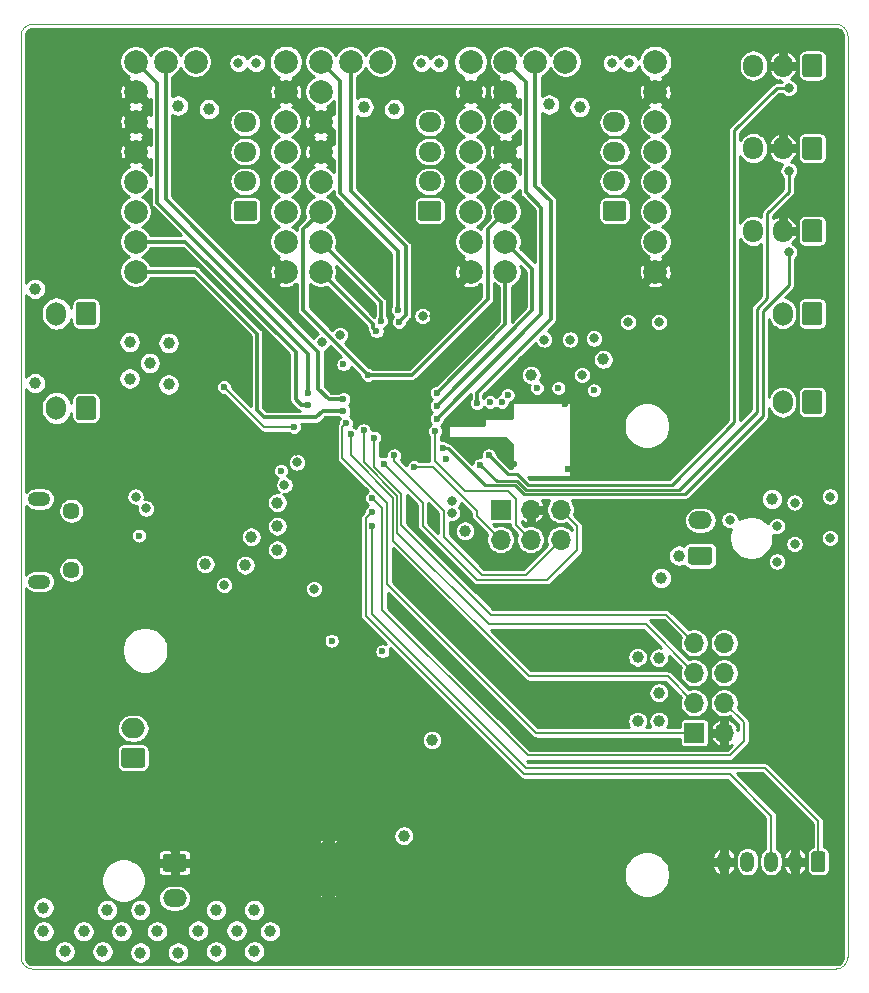
<source format=gbr>
G04 #@! TF.GenerationSoftware,KiCad,Pcbnew,5.1.5+dfsg1-2build2*
G04 #@! TF.CreationDate,2021-09-26T16:39:44+00:00*
G04 #@! TF.ProjectId,NeptuneToolboard,54726953-7465-4705-946f-6f6c626f6172,rev?*
G04 #@! TF.SameCoordinates,Original*
G04 #@! TF.FileFunction,Copper,L4,Bot*
G04 #@! TF.FilePolarity,Positive*
%FSLAX46Y46*%
G04 Gerber Fmt 4.6, Leading zero omitted, Abs format (unit mm)*
G04 Created by KiCad (PCBNEW 5.1.5+dfsg1-2build2) date 2021-09-26 16:39:44*
%MOMM*%
%LPD*%
G04 APERTURE LIST*
G04 #@! TA.AperFunction,Profile*
%ADD10C,0.050000*%
G04 #@! TD*
G04 #@! TA.AperFunction,ComponentPad*
%ADD11C,0.350000*%
G04 #@! TD*
G04 #@! TA.AperFunction,ComponentPad*
%ADD12O,2.020000X1.500000*%
G04 #@! TD*
G04 #@! TA.AperFunction,ComponentPad*
%ADD13O,2.000000X1.700000*%
G04 #@! TD*
G04 #@! TA.AperFunction,ComponentPad*
%ADD14O,1.700000X1.700000*%
G04 #@! TD*
G04 #@! TA.AperFunction,ComponentPad*
%ADD15R,1.700000X1.700000*%
G04 #@! TD*
G04 #@! TA.AperFunction,ComponentPad*
%ADD16O,1.200000X1.750000*%
G04 #@! TD*
G04 #@! TA.AperFunction,ComponentPad*
%ADD17C,2.000000*%
G04 #@! TD*
G04 #@! TA.AperFunction,ComponentPad*
%ADD18O,1.700000X1.950000*%
G04 #@! TD*
G04 #@! TA.AperFunction,ComponentPad*
%ADD19O,1.950000X1.700000*%
G04 #@! TD*
G04 #@! TA.AperFunction,ComponentPad*
%ADD20O,1.700000X2.000000*%
G04 #@! TD*
G04 #@! TA.AperFunction,ComponentPad*
%ADD21C,1.450000*%
G04 #@! TD*
G04 #@! TA.AperFunction,ComponentPad*
%ADD22O,1.900000X1.200000*%
G04 #@! TD*
G04 #@! TA.AperFunction,Conductor*
%ADD23R,2.950000X4.500000*%
G04 #@! TD*
G04 #@! TA.AperFunction,ViaPad*
%ADD24C,0.600000*%
G04 #@! TD*
G04 #@! TA.AperFunction,ViaPad*
%ADD25C,1.000000*%
G04 #@! TD*
G04 #@! TA.AperFunction,ViaPad*
%ADD26C,0.800000*%
G04 #@! TD*
G04 #@! TA.AperFunction,Conductor*
%ADD27C,0.200000*%
G04 #@! TD*
G04 #@! TA.AperFunction,Conductor*
%ADD28C,0.250000*%
G04 #@! TD*
G04 #@! TA.AperFunction,Conductor*
%ADD29C,0.300000*%
G04 #@! TD*
G04 #@! TA.AperFunction,Conductor*
%ADD30C,0.254000*%
G04 #@! TD*
G04 APERTURE END LIST*
D10*
X140500000Y-132000000D02*
G75*
G02X139500000Y-131000000I0J1000000D01*
G01*
X209500000Y-131000000D02*
G75*
G02X208500000Y-132000000I-1000000J0D01*
G01*
X208500000Y-52000000D02*
G75*
G02X209500000Y-53000000I0J-1000000D01*
G01*
X139500000Y-53000000D02*
G75*
G02X140500000Y-52000000I1000000J0D01*
G01*
X140500000Y-52000000D02*
X208500000Y-52000000D01*
X139500000Y-131000000D02*
X139500000Y-53000000D01*
X208500000Y-132000000D02*
X140500000Y-132000000D01*
X209500000Y-53000000D02*
X209500000Y-131000000D01*
G04 #@! TA.AperFunction,ComponentPad*
D11*
G04 #@! TO.P,J11,1*
G04 #@! TO.N,VDC*
G36*
X197784504Y-96251204D02*
G01*
X197808773Y-96254804D01*
X197832571Y-96260765D01*
X197855671Y-96269030D01*
X197877849Y-96279520D01*
X197898893Y-96292133D01*
X197918598Y-96306747D01*
X197936777Y-96323223D01*
X197953253Y-96341402D01*
X197967867Y-96361107D01*
X197980480Y-96382151D01*
X197990970Y-96404329D01*
X197999235Y-96427429D01*
X198005196Y-96451227D01*
X198008796Y-96475496D01*
X198010000Y-96500000D01*
X198010000Y-97500000D01*
X198008796Y-97524504D01*
X198005196Y-97548773D01*
X197999235Y-97572571D01*
X197990970Y-97595671D01*
X197980480Y-97617849D01*
X197967867Y-97638893D01*
X197953253Y-97658598D01*
X197936777Y-97676777D01*
X197918598Y-97693253D01*
X197898893Y-97707867D01*
X197877849Y-97720480D01*
X197855671Y-97730970D01*
X197832571Y-97739235D01*
X197808773Y-97745196D01*
X197784504Y-97748796D01*
X197760000Y-97750000D01*
X196240000Y-97750000D01*
X196215496Y-97748796D01*
X196191227Y-97745196D01*
X196167429Y-97739235D01*
X196144329Y-97730970D01*
X196122151Y-97720480D01*
X196101107Y-97707867D01*
X196081402Y-97693253D01*
X196063223Y-97676777D01*
X196046747Y-97658598D01*
X196032133Y-97638893D01*
X196019520Y-97617849D01*
X196009030Y-97595671D01*
X196000765Y-97572571D01*
X195994804Y-97548773D01*
X195991204Y-97524504D01*
X195990000Y-97500000D01*
X195990000Y-96500000D01*
X195991204Y-96475496D01*
X195994804Y-96451227D01*
X196000765Y-96427429D01*
X196009030Y-96404329D01*
X196019520Y-96382151D01*
X196032133Y-96361107D01*
X196046747Y-96341402D01*
X196063223Y-96323223D01*
X196081402Y-96306747D01*
X196101107Y-96292133D01*
X196122151Y-96279520D01*
X196144329Y-96269030D01*
X196167429Y-96260765D01*
X196191227Y-96254804D01*
X196215496Y-96251204D01*
X196240000Y-96250000D01*
X197760000Y-96250000D01*
X197784504Y-96251204D01*
G37*
G04 #@! TD.AperFunction*
D12*
G04 #@! TO.P,J11,2*
G04 #@! TO.N,HEAT_NEG*
X197000000Y-94000000D03*
G04 #@! TD*
G04 #@! TA.AperFunction,ComponentPad*
D11*
G04 #@! TO.P,J10,1*
G04 #@! TO.N,/IO & Communication/CAN+*
G36*
X149774504Y-113251204D02*
G01*
X149798773Y-113254804D01*
X149822571Y-113260765D01*
X149845671Y-113269030D01*
X149867849Y-113279520D01*
X149888893Y-113292133D01*
X149908598Y-113306747D01*
X149926777Y-113323223D01*
X149943253Y-113341402D01*
X149957867Y-113361107D01*
X149970480Y-113382151D01*
X149980970Y-113404329D01*
X149989235Y-113427429D01*
X149995196Y-113451227D01*
X149998796Y-113475496D01*
X150000000Y-113500000D01*
X150000000Y-114700000D01*
X149998796Y-114724504D01*
X149995196Y-114748773D01*
X149989235Y-114772571D01*
X149980970Y-114795671D01*
X149970480Y-114817849D01*
X149957867Y-114838893D01*
X149943253Y-114858598D01*
X149926777Y-114876777D01*
X149908598Y-114893253D01*
X149888893Y-114907867D01*
X149867849Y-114920480D01*
X149845671Y-114930970D01*
X149822571Y-114939235D01*
X149798773Y-114945196D01*
X149774504Y-114948796D01*
X149750000Y-114950000D01*
X148250000Y-114950000D01*
X148225496Y-114948796D01*
X148201227Y-114945196D01*
X148177429Y-114939235D01*
X148154329Y-114930970D01*
X148132151Y-114920480D01*
X148111107Y-114907867D01*
X148091402Y-114893253D01*
X148073223Y-114876777D01*
X148056747Y-114858598D01*
X148042133Y-114838893D01*
X148029520Y-114817849D01*
X148019030Y-114795671D01*
X148010765Y-114772571D01*
X148004804Y-114748773D01*
X148001204Y-114724504D01*
X148000000Y-114700000D01*
X148000000Y-113500000D01*
X148001204Y-113475496D01*
X148004804Y-113451227D01*
X148010765Y-113427429D01*
X148019030Y-113404329D01*
X148029520Y-113382151D01*
X148042133Y-113361107D01*
X148056747Y-113341402D01*
X148073223Y-113323223D01*
X148091402Y-113306747D01*
X148111107Y-113292133D01*
X148132151Y-113279520D01*
X148154329Y-113269030D01*
X148177429Y-113260765D01*
X148201227Y-113254804D01*
X148225496Y-113251204D01*
X148250000Y-113250000D01*
X149750000Y-113250000D01*
X149774504Y-113251204D01*
G37*
G04 #@! TD.AperFunction*
D13*
G04 #@! TO.P,J10,2*
G04 #@! TO.N,/IO & Communication/CAN-*
X149000000Y-111600000D03*
G04 #@! TD*
G04 #@! TA.AperFunction,ComponentPad*
D11*
G04 #@! TO.P,J13,1*
G04 #@! TO.N,GND*
G36*
X153284504Y-122251204D02*
G01*
X153308773Y-122254804D01*
X153332571Y-122260765D01*
X153355671Y-122269030D01*
X153377849Y-122279520D01*
X153398893Y-122292133D01*
X153418598Y-122306747D01*
X153436777Y-122323223D01*
X153453253Y-122341402D01*
X153467867Y-122361107D01*
X153480480Y-122382151D01*
X153490970Y-122404329D01*
X153499235Y-122427429D01*
X153505196Y-122451227D01*
X153508796Y-122475496D01*
X153510000Y-122500000D01*
X153510000Y-123500000D01*
X153508796Y-123524504D01*
X153505196Y-123548773D01*
X153499235Y-123572571D01*
X153490970Y-123595671D01*
X153480480Y-123617849D01*
X153467867Y-123638893D01*
X153453253Y-123658598D01*
X153436777Y-123676777D01*
X153418598Y-123693253D01*
X153398893Y-123707867D01*
X153377849Y-123720480D01*
X153355671Y-123730970D01*
X153332571Y-123739235D01*
X153308773Y-123745196D01*
X153284504Y-123748796D01*
X153260000Y-123750000D01*
X151740000Y-123750000D01*
X151715496Y-123748796D01*
X151691227Y-123745196D01*
X151667429Y-123739235D01*
X151644329Y-123730970D01*
X151622151Y-123720480D01*
X151601107Y-123707867D01*
X151581402Y-123693253D01*
X151563223Y-123676777D01*
X151546747Y-123658598D01*
X151532133Y-123638893D01*
X151519520Y-123617849D01*
X151509030Y-123595671D01*
X151500765Y-123572571D01*
X151494804Y-123548773D01*
X151491204Y-123524504D01*
X151490000Y-123500000D01*
X151490000Y-122500000D01*
X151491204Y-122475496D01*
X151494804Y-122451227D01*
X151500765Y-122427429D01*
X151509030Y-122404329D01*
X151519520Y-122382151D01*
X151532133Y-122361107D01*
X151546747Y-122341402D01*
X151563223Y-122323223D01*
X151581402Y-122306747D01*
X151601107Y-122292133D01*
X151622151Y-122279520D01*
X151644329Y-122269030D01*
X151667429Y-122260765D01*
X151691227Y-122254804D01*
X151715496Y-122251204D01*
X151740000Y-122250000D01*
X153260000Y-122250000D01*
X153284504Y-122251204D01*
G37*
G04 #@! TD.AperFunction*
D12*
G04 #@! TO.P,J13,2*
G04 #@! TO.N,Net-(D5-Pad2)*
X152500000Y-126000000D03*
G04 #@! TD*
D14*
G04 #@! TO.P,J17,8*
G04 #@! TO.N,+5V*
X199040000Y-104380000D03*
G04 #@! TO.P,J17,7*
G04 #@! TO.N,ACS*
X196500000Y-104380000D03*
G04 #@! TO.P,J17,6*
G04 #@! TO.N,+3V3*
X199040000Y-106920000D03*
G04 #@! TO.P,J17,5*
G04 #@! TO.N,ASCK*
X196500000Y-106920000D03*
G04 #@! TO.P,J17,4*
G04 #@! TO.N,AINT1*
X199040000Y-109460000D03*
G04 #@! TO.P,J17,3*
G04 #@! TO.N,ASDO*
X196500000Y-109460000D03*
G04 #@! TO.P,J17,2*
G04 #@! TO.N,GND*
X199040000Y-112000000D03*
D15*
G04 #@! TO.P,J17,1*
G04 #@! TO.N,ASDI*
X196500000Y-112000000D03*
G04 #@! TD*
D16*
G04 #@! TO.P,J16,5*
G04 #@! TO.N,GND*
X199000000Y-122900000D03*
G04 #@! TO.P,J16,4*
G04 #@! TO.N,+5V*
X201000000Y-122900000D03*
G04 #@! TO.P,J16,3*
G04 #@! TO.N,SERVO_BL*
X203000000Y-122900000D03*
G04 #@! TO.P,J16,2*
G04 #@! TO.N,GND*
X205000000Y-122900000D03*
G04 #@! TA.AperFunction,ComponentPad*
D11*
G04 #@! TO.P,J16,1*
G04 #@! TO.N,ZPROBE*
G36*
X207374505Y-122026204D02*
G01*
X207398773Y-122029804D01*
X207422572Y-122035765D01*
X207445671Y-122044030D01*
X207467850Y-122054520D01*
X207488893Y-122067132D01*
X207508599Y-122081747D01*
X207526777Y-122098223D01*
X207543253Y-122116401D01*
X207557868Y-122136107D01*
X207570480Y-122157150D01*
X207580970Y-122179329D01*
X207589235Y-122202428D01*
X207595196Y-122226227D01*
X207598796Y-122250495D01*
X207600000Y-122274999D01*
X207600000Y-123525001D01*
X207598796Y-123549505D01*
X207595196Y-123573773D01*
X207589235Y-123597572D01*
X207580970Y-123620671D01*
X207570480Y-123642850D01*
X207557868Y-123663893D01*
X207543253Y-123683599D01*
X207526777Y-123701777D01*
X207508599Y-123718253D01*
X207488893Y-123732868D01*
X207467850Y-123745480D01*
X207445671Y-123755970D01*
X207422572Y-123764235D01*
X207398773Y-123770196D01*
X207374505Y-123773796D01*
X207350001Y-123775000D01*
X206649999Y-123775000D01*
X206625495Y-123773796D01*
X206601227Y-123770196D01*
X206577428Y-123764235D01*
X206554329Y-123755970D01*
X206532150Y-123745480D01*
X206511107Y-123732868D01*
X206491401Y-123718253D01*
X206473223Y-123701777D01*
X206456747Y-123683599D01*
X206442132Y-123663893D01*
X206429520Y-123642850D01*
X206419030Y-123620671D01*
X206410765Y-123597572D01*
X206404804Y-123573773D01*
X206401204Y-123549505D01*
X206400000Y-123525001D01*
X206400000Y-122274999D01*
X206401204Y-122250495D01*
X206404804Y-122226227D01*
X206410765Y-122202428D01*
X206419030Y-122179329D01*
X206429520Y-122157150D01*
X206442132Y-122136107D01*
X206456747Y-122116401D01*
X206473223Y-122098223D01*
X206491401Y-122081747D01*
X206511107Y-122067132D01*
X206532150Y-122054520D01*
X206554329Y-122044030D01*
X206577428Y-122035765D01*
X206601227Y-122029804D01*
X206625495Y-122026204D01*
X206649999Y-122025000D01*
X207350001Y-122025000D01*
X207374505Y-122026204D01*
G37*
G04 #@! TD.AperFunction*
G04 #@! TD*
D17*
G04 #@! TO.P,U5,18*
G04 #@! TO.N,ST1_DIAG*
X151759999Y-55180000D03*
G04 #@! TO.P,U5,17*
G04 #@! TO.N,Net-(U5-Pad17)*
X154299999Y-55180000D03*
G04 #@! TO.P,U5,16*
G04 #@! TO.N,ST1_EN*
X149219999Y-55180000D03*
G04 #@! TO.P,U5,15*
G04 #@! TO.N,GND*
X149219999Y-57720000D03*
G04 #@! TO.P,U5,14*
X149219999Y-60260000D03*
G04 #@! TO.P,U5,13*
X149219999Y-62800000D03*
G04 #@! TO.P,U5,12*
G04 #@! TO.N,ST_UART_TX*
X149219999Y-65340000D03*
G04 #@! TO.P,U5,11*
G04 #@! TO.N,ST_UART_RX*
X149219999Y-67880000D03*
G04 #@! TO.P,U5,10*
G04 #@! TO.N,ST1_STEP*
X149219999Y-70420000D03*
G04 #@! TO.P,U5,9*
G04 #@! TO.N,ST1_DIR*
X149219999Y-72960000D03*
G04 #@! TO.P,U5,8*
G04 #@! TO.N,VDC*
X161919999Y-55180000D03*
G04 #@! TO.P,U5,7*
G04 #@! TO.N,GND*
X161919999Y-57720000D03*
G04 #@! TO.P,U5,6*
G04 #@! TO.N,/Stepper drivers/ST1_M2B*
X161919999Y-60260000D03*
G04 #@! TO.P,U5,5*
G04 #@! TO.N,/Stepper drivers/ST1_M2A*
X161919999Y-62800000D03*
G04 #@! TO.P,U5,4*
G04 #@! TO.N,/Stepper drivers/ST1_M1A*
X161919999Y-65340000D03*
G04 #@! TO.P,U5,3*
G04 #@! TO.N,/Stepper drivers/ST1_M1B*
X161919999Y-67880000D03*
G04 #@! TO.P,U5,2*
G04 #@! TO.N,+3V3*
X161919999Y-70420000D03*
G04 #@! TO.P,U5,1*
G04 #@! TO.N,GND*
X161919999Y-72960000D03*
G04 #@! TD*
G04 #@! TO.P,U6,18*
G04 #@! TO.N,ST2_DIAG*
X167399999Y-55180000D03*
G04 #@! TO.P,U6,17*
G04 #@! TO.N,Net-(U6-Pad17)*
X169939999Y-55180000D03*
G04 #@! TO.P,U6,16*
G04 #@! TO.N,ST2_EN*
X164859999Y-55180000D03*
G04 #@! TO.P,U6,15*
G04 #@! TO.N,+3V3*
X164859999Y-57720000D03*
G04 #@! TO.P,U6,14*
G04 #@! TO.N,GND*
X164859999Y-60260000D03*
G04 #@! TO.P,U6,13*
X164859999Y-62800000D03*
G04 #@! TO.P,U6,12*
G04 #@! TO.N,ST_UART_TX*
X164859999Y-65340000D03*
G04 #@! TO.P,U6,11*
G04 #@! TO.N,ST_UART_RX*
X164859999Y-67880000D03*
G04 #@! TO.P,U6,10*
G04 #@! TO.N,ST2_STEP*
X164859999Y-70420000D03*
G04 #@! TO.P,U6,9*
G04 #@! TO.N,ST2_DIR*
X164859999Y-72960000D03*
G04 #@! TO.P,U6,8*
G04 #@! TO.N,VDC*
X177559999Y-55180000D03*
G04 #@! TO.P,U6,7*
G04 #@! TO.N,GND*
X177559999Y-57720000D03*
G04 #@! TO.P,U6,6*
G04 #@! TO.N,/Stepper drivers/ST2_M2B*
X177559999Y-60260000D03*
G04 #@! TO.P,U6,5*
G04 #@! TO.N,/Stepper drivers/ST2_M2A*
X177559999Y-62800000D03*
G04 #@! TO.P,U6,4*
G04 #@! TO.N,/Stepper drivers/ST2_M1A*
X177559999Y-65340000D03*
G04 #@! TO.P,U6,3*
G04 #@! TO.N,/Stepper drivers/ST2_M1B*
X177559999Y-67880000D03*
G04 #@! TO.P,U6,2*
G04 #@! TO.N,+3V3*
X177559999Y-70420000D03*
G04 #@! TO.P,U6,1*
G04 #@! TO.N,GND*
X177559999Y-72960000D03*
G04 #@! TD*
G04 #@! TO.P,U7,18*
G04 #@! TO.N,ST3_DIAG*
X183039999Y-55180000D03*
G04 #@! TO.P,U7,17*
G04 #@! TO.N,Net-(U7-Pad17)*
X185579999Y-55180000D03*
G04 #@! TO.P,U7,16*
G04 #@! TO.N,ST3_EN*
X180499999Y-55180000D03*
G04 #@! TO.P,U7,15*
G04 #@! TO.N,GND*
X180499999Y-57720000D03*
G04 #@! TO.P,U7,14*
G04 #@! TO.N,+3V3*
X180499999Y-60260000D03*
G04 #@! TO.P,U7,13*
G04 #@! TO.N,GND*
X180499999Y-62800000D03*
G04 #@! TO.P,U7,12*
G04 #@! TO.N,ST_UART_TX*
X180499999Y-65340000D03*
G04 #@! TO.P,U7,11*
G04 #@! TO.N,ST_UART_RX*
X180499999Y-67880000D03*
G04 #@! TO.P,U7,10*
G04 #@! TO.N,ST3_STEP*
X180499999Y-70420000D03*
G04 #@! TO.P,U7,9*
G04 #@! TO.N,ST3_DIR*
X180499999Y-72960000D03*
G04 #@! TO.P,U7,8*
G04 #@! TO.N,VDC*
X193199999Y-55180000D03*
G04 #@! TO.P,U7,7*
G04 #@! TO.N,GND*
X193199999Y-57720000D03*
G04 #@! TO.P,U7,6*
G04 #@! TO.N,/Stepper drivers/ST3_M2B*
X193199999Y-60260000D03*
G04 #@! TO.P,U7,5*
G04 #@! TO.N,/Stepper drivers/ST3_M2A*
X193199999Y-62800000D03*
G04 #@! TO.P,U7,4*
G04 #@! TO.N,/Stepper drivers/ST3_M1A*
X193199999Y-65340000D03*
G04 #@! TO.P,U7,3*
G04 #@! TO.N,/Stepper drivers/ST3_M1B*
X193199999Y-67880000D03*
G04 #@! TO.P,U7,2*
G04 #@! TO.N,+3V3*
X193199999Y-70420000D03*
G04 #@! TO.P,U7,1*
G04 #@! TO.N,GND*
X193199999Y-72960000D03*
G04 #@! TD*
D18*
G04 #@! TO.P,J15,3*
G04 #@! TO.N,+5V*
X201500000Y-69500000D03*
G04 #@! TO.P,J15,2*
G04 #@! TO.N,GND*
X204000000Y-69500000D03*
G04 #@! TA.AperFunction,ComponentPad*
D11*
G04 #@! TO.P,J15,1*
G04 #@! TO.N,Net-(J15-Pad1)*
G36*
X207124504Y-68526204D02*
G01*
X207148773Y-68529804D01*
X207172571Y-68535765D01*
X207195671Y-68544030D01*
X207217849Y-68554520D01*
X207238893Y-68567133D01*
X207258598Y-68581747D01*
X207276777Y-68598223D01*
X207293253Y-68616402D01*
X207307867Y-68636107D01*
X207320480Y-68657151D01*
X207330970Y-68679329D01*
X207339235Y-68702429D01*
X207345196Y-68726227D01*
X207348796Y-68750496D01*
X207350000Y-68775000D01*
X207350000Y-70225000D01*
X207348796Y-70249504D01*
X207345196Y-70273773D01*
X207339235Y-70297571D01*
X207330970Y-70320671D01*
X207320480Y-70342849D01*
X207307867Y-70363893D01*
X207293253Y-70383598D01*
X207276777Y-70401777D01*
X207258598Y-70418253D01*
X207238893Y-70432867D01*
X207217849Y-70445480D01*
X207195671Y-70455970D01*
X207172571Y-70464235D01*
X207148773Y-70470196D01*
X207124504Y-70473796D01*
X207100000Y-70475000D01*
X205900000Y-70475000D01*
X205875496Y-70473796D01*
X205851227Y-70470196D01*
X205827429Y-70464235D01*
X205804329Y-70455970D01*
X205782151Y-70445480D01*
X205761107Y-70432867D01*
X205741402Y-70418253D01*
X205723223Y-70401777D01*
X205706747Y-70383598D01*
X205692133Y-70363893D01*
X205679520Y-70342849D01*
X205669030Y-70320671D01*
X205660765Y-70297571D01*
X205654804Y-70273773D01*
X205651204Y-70249504D01*
X205650000Y-70225000D01*
X205650000Y-68775000D01*
X205651204Y-68750496D01*
X205654804Y-68726227D01*
X205660765Y-68702429D01*
X205669030Y-68679329D01*
X205679520Y-68657151D01*
X205692133Y-68636107D01*
X205706747Y-68616402D01*
X205723223Y-68598223D01*
X205741402Y-68581747D01*
X205761107Y-68567133D01*
X205782151Y-68554520D01*
X205804329Y-68544030D01*
X205827429Y-68535765D01*
X205851227Y-68529804D01*
X205875496Y-68526204D01*
X205900000Y-68525000D01*
X207100000Y-68525000D01*
X207124504Y-68526204D01*
G37*
G04 #@! TD.AperFunction*
G04 #@! TD*
D15*
G04 #@! TO.P,J1,1*
G04 #@! TO.N,+3V3*
X180100000Y-93100000D03*
D14*
G04 #@! TO.P,J1,2*
G04 #@! TO.N,BOOT0*
X180100000Y-95640000D03*
G04 #@! TO.P,J1,3*
G04 #@! TO.N,GND*
X182640000Y-93100000D03*
G04 #@! TO.P,J1,4*
G04 #@! TO.N,NRST*
X182640000Y-95640000D03*
G04 #@! TO.P,J1,5*
G04 #@! TO.N,SWCLK*
X185180000Y-93100000D03*
G04 #@! TO.P,J1,6*
G04 #@! TO.N,SWDIO*
X185180000Y-95640000D03*
G04 #@! TD*
D19*
G04 #@! TO.P,J2,4*
G04 #@! TO.N,/Stepper drivers/ST1_M2B*
X158500000Y-60300000D03*
G04 #@! TO.P,J2,3*
G04 #@! TO.N,/Stepper drivers/ST1_M2A*
X158500000Y-62800000D03*
G04 #@! TO.P,J2,2*
G04 #@! TO.N,/Stepper drivers/ST1_M1A*
X158500000Y-65300000D03*
G04 #@! TA.AperFunction,ComponentPad*
D11*
G04 #@! TO.P,J2,1*
G04 #@! TO.N,/Stepper drivers/ST1_M1B*
G36*
X159249504Y-66951204D02*
G01*
X159273773Y-66954804D01*
X159297571Y-66960765D01*
X159320671Y-66969030D01*
X159342849Y-66979520D01*
X159363893Y-66992133D01*
X159383598Y-67006747D01*
X159401777Y-67023223D01*
X159418253Y-67041402D01*
X159432867Y-67061107D01*
X159445480Y-67082151D01*
X159455970Y-67104329D01*
X159464235Y-67127429D01*
X159470196Y-67151227D01*
X159473796Y-67175496D01*
X159475000Y-67200000D01*
X159475000Y-68400000D01*
X159473796Y-68424504D01*
X159470196Y-68448773D01*
X159464235Y-68472571D01*
X159455970Y-68495671D01*
X159445480Y-68517849D01*
X159432867Y-68538893D01*
X159418253Y-68558598D01*
X159401777Y-68576777D01*
X159383598Y-68593253D01*
X159363893Y-68607867D01*
X159342849Y-68620480D01*
X159320671Y-68630970D01*
X159297571Y-68639235D01*
X159273773Y-68645196D01*
X159249504Y-68648796D01*
X159225000Y-68650000D01*
X157775000Y-68650000D01*
X157750496Y-68648796D01*
X157726227Y-68645196D01*
X157702429Y-68639235D01*
X157679329Y-68630970D01*
X157657151Y-68620480D01*
X157636107Y-68607867D01*
X157616402Y-68593253D01*
X157598223Y-68576777D01*
X157581747Y-68558598D01*
X157567133Y-68538893D01*
X157554520Y-68517849D01*
X157544030Y-68495671D01*
X157535765Y-68472571D01*
X157529804Y-68448773D01*
X157526204Y-68424504D01*
X157525000Y-68400000D01*
X157525000Y-67200000D01*
X157526204Y-67175496D01*
X157529804Y-67151227D01*
X157535765Y-67127429D01*
X157544030Y-67104329D01*
X157554520Y-67082151D01*
X157567133Y-67061107D01*
X157581747Y-67041402D01*
X157598223Y-67023223D01*
X157616402Y-67006747D01*
X157636107Y-66992133D01*
X157657151Y-66979520D01*
X157679329Y-66969030D01*
X157702429Y-66960765D01*
X157726227Y-66954804D01*
X157750496Y-66951204D01*
X157775000Y-66950000D01*
X159225000Y-66950000D01*
X159249504Y-66951204D01*
G37*
G04 #@! TD.AperFunction*
G04 #@! TD*
G04 #@! TA.AperFunction,ComponentPad*
G04 #@! TO.P,J3,1*
G04 #@! TO.N,/Stepper drivers/ST2_M1B*
G36*
X174849504Y-66951204D02*
G01*
X174873773Y-66954804D01*
X174897571Y-66960765D01*
X174920671Y-66969030D01*
X174942849Y-66979520D01*
X174963893Y-66992133D01*
X174983598Y-67006747D01*
X175001777Y-67023223D01*
X175018253Y-67041402D01*
X175032867Y-67061107D01*
X175045480Y-67082151D01*
X175055970Y-67104329D01*
X175064235Y-67127429D01*
X175070196Y-67151227D01*
X175073796Y-67175496D01*
X175075000Y-67200000D01*
X175075000Y-68400000D01*
X175073796Y-68424504D01*
X175070196Y-68448773D01*
X175064235Y-68472571D01*
X175055970Y-68495671D01*
X175045480Y-68517849D01*
X175032867Y-68538893D01*
X175018253Y-68558598D01*
X175001777Y-68576777D01*
X174983598Y-68593253D01*
X174963893Y-68607867D01*
X174942849Y-68620480D01*
X174920671Y-68630970D01*
X174897571Y-68639235D01*
X174873773Y-68645196D01*
X174849504Y-68648796D01*
X174825000Y-68650000D01*
X173375000Y-68650000D01*
X173350496Y-68648796D01*
X173326227Y-68645196D01*
X173302429Y-68639235D01*
X173279329Y-68630970D01*
X173257151Y-68620480D01*
X173236107Y-68607867D01*
X173216402Y-68593253D01*
X173198223Y-68576777D01*
X173181747Y-68558598D01*
X173167133Y-68538893D01*
X173154520Y-68517849D01*
X173144030Y-68495671D01*
X173135765Y-68472571D01*
X173129804Y-68448773D01*
X173126204Y-68424504D01*
X173125000Y-68400000D01*
X173125000Y-67200000D01*
X173126204Y-67175496D01*
X173129804Y-67151227D01*
X173135765Y-67127429D01*
X173144030Y-67104329D01*
X173154520Y-67082151D01*
X173167133Y-67061107D01*
X173181747Y-67041402D01*
X173198223Y-67023223D01*
X173216402Y-67006747D01*
X173236107Y-66992133D01*
X173257151Y-66979520D01*
X173279329Y-66969030D01*
X173302429Y-66960765D01*
X173326227Y-66954804D01*
X173350496Y-66951204D01*
X173375000Y-66950000D01*
X174825000Y-66950000D01*
X174849504Y-66951204D01*
G37*
G04 #@! TD.AperFunction*
D19*
G04 #@! TO.P,J3,2*
G04 #@! TO.N,/Stepper drivers/ST2_M1A*
X174100000Y-65300000D03*
G04 #@! TO.P,J3,3*
G04 #@! TO.N,/Stepper drivers/ST2_M2A*
X174100000Y-62800000D03*
G04 #@! TO.P,J3,4*
G04 #@! TO.N,/Stepper drivers/ST2_M2B*
X174100000Y-60300000D03*
G04 #@! TD*
G04 #@! TO.P,J4,4*
G04 #@! TO.N,/Stepper drivers/ST3_M2B*
X189750000Y-60300000D03*
G04 #@! TO.P,J4,3*
G04 #@! TO.N,/Stepper drivers/ST3_M2A*
X189750000Y-62800000D03*
G04 #@! TO.P,J4,2*
G04 #@! TO.N,/Stepper drivers/ST3_M1A*
X189750000Y-65300000D03*
G04 #@! TA.AperFunction,ComponentPad*
D11*
G04 #@! TO.P,J4,1*
G04 #@! TO.N,/Stepper drivers/ST3_M1B*
G36*
X190499504Y-66951204D02*
G01*
X190523773Y-66954804D01*
X190547571Y-66960765D01*
X190570671Y-66969030D01*
X190592849Y-66979520D01*
X190613893Y-66992133D01*
X190633598Y-67006747D01*
X190651777Y-67023223D01*
X190668253Y-67041402D01*
X190682867Y-67061107D01*
X190695480Y-67082151D01*
X190705970Y-67104329D01*
X190714235Y-67127429D01*
X190720196Y-67151227D01*
X190723796Y-67175496D01*
X190725000Y-67200000D01*
X190725000Y-68400000D01*
X190723796Y-68424504D01*
X190720196Y-68448773D01*
X190714235Y-68472571D01*
X190705970Y-68495671D01*
X190695480Y-68517849D01*
X190682867Y-68538893D01*
X190668253Y-68558598D01*
X190651777Y-68576777D01*
X190633598Y-68593253D01*
X190613893Y-68607867D01*
X190592849Y-68620480D01*
X190570671Y-68630970D01*
X190547571Y-68639235D01*
X190523773Y-68645196D01*
X190499504Y-68648796D01*
X190475000Y-68650000D01*
X189025000Y-68650000D01*
X189000496Y-68648796D01*
X188976227Y-68645196D01*
X188952429Y-68639235D01*
X188929329Y-68630970D01*
X188907151Y-68620480D01*
X188886107Y-68607867D01*
X188866402Y-68593253D01*
X188848223Y-68576777D01*
X188831747Y-68558598D01*
X188817133Y-68538893D01*
X188804520Y-68517849D01*
X188794030Y-68495671D01*
X188785765Y-68472571D01*
X188779804Y-68448773D01*
X188776204Y-68424504D01*
X188775000Y-68400000D01*
X188775000Y-67200000D01*
X188776204Y-67175496D01*
X188779804Y-67151227D01*
X188785765Y-67127429D01*
X188794030Y-67104329D01*
X188804520Y-67082151D01*
X188817133Y-67061107D01*
X188831747Y-67041402D01*
X188848223Y-67023223D01*
X188866402Y-67006747D01*
X188886107Y-66992133D01*
X188907151Y-66979520D01*
X188929329Y-66969030D01*
X188952429Y-66960765D01*
X188976227Y-66954804D01*
X189000496Y-66951204D01*
X189025000Y-66950000D01*
X190475000Y-66950000D01*
X190499504Y-66951204D01*
G37*
G04 #@! TD.AperFunction*
G04 #@! TD*
D18*
G04 #@! TO.P,J12,3*
G04 #@! TO.N,+5V*
X201500000Y-62500000D03*
G04 #@! TO.P,J12,2*
G04 #@! TO.N,GND*
X204000000Y-62500000D03*
G04 #@! TA.AperFunction,ComponentPad*
D11*
G04 #@! TO.P,J12,1*
G04 #@! TO.N,Net-(J12-Pad1)*
G36*
X207124504Y-61526204D02*
G01*
X207148773Y-61529804D01*
X207172571Y-61535765D01*
X207195671Y-61544030D01*
X207217849Y-61554520D01*
X207238893Y-61567133D01*
X207258598Y-61581747D01*
X207276777Y-61598223D01*
X207293253Y-61616402D01*
X207307867Y-61636107D01*
X207320480Y-61657151D01*
X207330970Y-61679329D01*
X207339235Y-61702429D01*
X207345196Y-61726227D01*
X207348796Y-61750496D01*
X207350000Y-61775000D01*
X207350000Y-63225000D01*
X207348796Y-63249504D01*
X207345196Y-63273773D01*
X207339235Y-63297571D01*
X207330970Y-63320671D01*
X207320480Y-63342849D01*
X207307867Y-63363893D01*
X207293253Y-63383598D01*
X207276777Y-63401777D01*
X207258598Y-63418253D01*
X207238893Y-63432867D01*
X207217849Y-63445480D01*
X207195671Y-63455970D01*
X207172571Y-63464235D01*
X207148773Y-63470196D01*
X207124504Y-63473796D01*
X207100000Y-63475000D01*
X205900000Y-63475000D01*
X205875496Y-63473796D01*
X205851227Y-63470196D01*
X205827429Y-63464235D01*
X205804329Y-63455970D01*
X205782151Y-63445480D01*
X205761107Y-63432867D01*
X205741402Y-63418253D01*
X205723223Y-63401777D01*
X205706747Y-63383598D01*
X205692133Y-63363893D01*
X205679520Y-63342849D01*
X205669030Y-63320671D01*
X205660765Y-63297571D01*
X205654804Y-63273773D01*
X205651204Y-63249504D01*
X205650000Y-63225000D01*
X205650000Y-61775000D01*
X205651204Y-61750496D01*
X205654804Y-61726227D01*
X205660765Y-61702429D01*
X205669030Y-61679329D01*
X205679520Y-61657151D01*
X205692133Y-61636107D01*
X205706747Y-61616402D01*
X205723223Y-61598223D01*
X205741402Y-61581747D01*
X205761107Y-61567133D01*
X205782151Y-61554520D01*
X205804329Y-61544030D01*
X205827429Y-61535765D01*
X205851227Y-61529804D01*
X205875496Y-61526204D01*
X205900000Y-61525000D01*
X207100000Y-61525000D01*
X207124504Y-61526204D01*
G37*
G04 #@! TD.AperFunction*
G04 #@! TD*
G04 #@! TA.AperFunction,ComponentPad*
G04 #@! TO.P,J9,1*
G04 #@! TO.N,Net-(J9-Pad1)*
G36*
X207124504Y-54526204D02*
G01*
X207148773Y-54529804D01*
X207172571Y-54535765D01*
X207195671Y-54544030D01*
X207217849Y-54554520D01*
X207238893Y-54567133D01*
X207258598Y-54581747D01*
X207276777Y-54598223D01*
X207293253Y-54616402D01*
X207307867Y-54636107D01*
X207320480Y-54657151D01*
X207330970Y-54679329D01*
X207339235Y-54702429D01*
X207345196Y-54726227D01*
X207348796Y-54750496D01*
X207350000Y-54775000D01*
X207350000Y-56225000D01*
X207348796Y-56249504D01*
X207345196Y-56273773D01*
X207339235Y-56297571D01*
X207330970Y-56320671D01*
X207320480Y-56342849D01*
X207307867Y-56363893D01*
X207293253Y-56383598D01*
X207276777Y-56401777D01*
X207258598Y-56418253D01*
X207238893Y-56432867D01*
X207217849Y-56445480D01*
X207195671Y-56455970D01*
X207172571Y-56464235D01*
X207148773Y-56470196D01*
X207124504Y-56473796D01*
X207100000Y-56475000D01*
X205900000Y-56475000D01*
X205875496Y-56473796D01*
X205851227Y-56470196D01*
X205827429Y-56464235D01*
X205804329Y-56455970D01*
X205782151Y-56445480D01*
X205761107Y-56432867D01*
X205741402Y-56418253D01*
X205723223Y-56401777D01*
X205706747Y-56383598D01*
X205692133Y-56363893D01*
X205679520Y-56342849D01*
X205669030Y-56320671D01*
X205660765Y-56297571D01*
X205654804Y-56273773D01*
X205651204Y-56249504D01*
X205650000Y-56225000D01*
X205650000Y-54775000D01*
X205651204Y-54750496D01*
X205654804Y-54726227D01*
X205660765Y-54702429D01*
X205669030Y-54679329D01*
X205679520Y-54657151D01*
X205692133Y-54636107D01*
X205706747Y-54616402D01*
X205723223Y-54598223D01*
X205741402Y-54581747D01*
X205761107Y-54567133D01*
X205782151Y-54554520D01*
X205804329Y-54544030D01*
X205827429Y-54535765D01*
X205851227Y-54529804D01*
X205875496Y-54526204D01*
X205900000Y-54525000D01*
X207100000Y-54525000D01*
X207124504Y-54526204D01*
G37*
G04 #@! TD.AperFunction*
D18*
G04 #@! TO.P,J9,2*
G04 #@! TO.N,GND*
X204000000Y-55500000D03*
G04 #@! TO.P,J9,3*
G04 #@! TO.N,+5V*
X201500000Y-55500000D03*
G04 #@! TD*
D20*
G04 #@! TO.P,J6,2*
G04 #@! TO.N,Net-(J6-Pad2)*
X204000000Y-84000000D03*
G04 #@! TA.AperFunction,ComponentPad*
D11*
G04 #@! TO.P,J6,1*
G04 #@! TO.N,GNDA*
G36*
X207124504Y-83001204D02*
G01*
X207148773Y-83004804D01*
X207172571Y-83010765D01*
X207195671Y-83019030D01*
X207217849Y-83029520D01*
X207238893Y-83042133D01*
X207258598Y-83056747D01*
X207276777Y-83073223D01*
X207293253Y-83091402D01*
X207307867Y-83111107D01*
X207320480Y-83132151D01*
X207330970Y-83154329D01*
X207339235Y-83177429D01*
X207345196Y-83201227D01*
X207348796Y-83225496D01*
X207350000Y-83250000D01*
X207350000Y-84750000D01*
X207348796Y-84774504D01*
X207345196Y-84798773D01*
X207339235Y-84822571D01*
X207330970Y-84845671D01*
X207320480Y-84867849D01*
X207307867Y-84888893D01*
X207293253Y-84908598D01*
X207276777Y-84926777D01*
X207258598Y-84943253D01*
X207238893Y-84957867D01*
X207217849Y-84970480D01*
X207195671Y-84980970D01*
X207172571Y-84989235D01*
X207148773Y-84995196D01*
X207124504Y-84998796D01*
X207100000Y-85000000D01*
X205900000Y-85000000D01*
X205875496Y-84998796D01*
X205851227Y-84995196D01*
X205827429Y-84989235D01*
X205804329Y-84980970D01*
X205782151Y-84970480D01*
X205761107Y-84957867D01*
X205741402Y-84943253D01*
X205723223Y-84926777D01*
X205706747Y-84908598D01*
X205692133Y-84888893D01*
X205679520Y-84867849D01*
X205669030Y-84845671D01*
X205660765Y-84822571D01*
X205654804Y-84798773D01*
X205651204Y-84774504D01*
X205650000Y-84750000D01*
X205650000Y-83250000D01*
X205651204Y-83225496D01*
X205654804Y-83201227D01*
X205660765Y-83177429D01*
X205669030Y-83154329D01*
X205679520Y-83132151D01*
X205692133Y-83111107D01*
X205706747Y-83091402D01*
X205723223Y-83073223D01*
X205741402Y-83056747D01*
X205761107Y-83042133D01*
X205782151Y-83029520D01*
X205804329Y-83019030D01*
X205827429Y-83010765D01*
X205851227Y-83004804D01*
X205875496Y-83001204D01*
X205900000Y-83000000D01*
X207100000Y-83000000D01*
X207124504Y-83001204D01*
G37*
G04 #@! TD.AperFunction*
G04 #@! TD*
G04 #@! TA.AperFunction,ComponentPad*
G04 #@! TO.P,J7,1*
G04 #@! TO.N,GNDA*
G36*
X207124504Y-75501204D02*
G01*
X207148773Y-75504804D01*
X207172571Y-75510765D01*
X207195671Y-75519030D01*
X207217849Y-75529520D01*
X207238893Y-75542133D01*
X207258598Y-75556747D01*
X207276777Y-75573223D01*
X207293253Y-75591402D01*
X207307867Y-75611107D01*
X207320480Y-75632151D01*
X207330970Y-75654329D01*
X207339235Y-75677429D01*
X207345196Y-75701227D01*
X207348796Y-75725496D01*
X207350000Y-75750000D01*
X207350000Y-77250000D01*
X207348796Y-77274504D01*
X207345196Y-77298773D01*
X207339235Y-77322571D01*
X207330970Y-77345671D01*
X207320480Y-77367849D01*
X207307867Y-77388893D01*
X207293253Y-77408598D01*
X207276777Y-77426777D01*
X207258598Y-77443253D01*
X207238893Y-77457867D01*
X207217849Y-77470480D01*
X207195671Y-77480970D01*
X207172571Y-77489235D01*
X207148773Y-77495196D01*
X207124504Y-77498796D01*
X207100000Y-77500000D01*
X205900000Y-77500000D01*
X205875496Y-77498796D01*
X205851227Y-77495196D01*
X205827429Y-77489235D01*
X205804329Y-77480970D01*
X205782151Y-77470480D01*
X205761107Y-77457867D01*
X205741402Y-77443253D01*
X205723223Y-77426777D01*
X205706747Y-77408598D01*
X205692133Y-77388893D01*
X205679520Y-77367849D01*
X205669030Y-77345671D01*
X205660765Y-77322571D01*
X205654804Y-77298773D01*
X205651204Y-77274504D01*
X205650000Y-77250000D01*
X205650000Y-75750000D01*
X205651204Y-75725496D01*
X205654804Y-75701227D01*
X205660765Y-75677429D01*
X205669030Y-75654329D01*
X205679520Y-75632151D01*
X205692133Y-75611107D01*
X205706747Y-75591402D01*
X205723223Y-75573223D01*
X205741402Y-75556747D01*
X205761107Y-75542133D01*
X205782151Y-75529520D01*
X205804329Y-75519030D01*
X205827429Y-75510765D01*
X205851227Y-75504804D01*
X205875496Y-75501204D01*
X205900000Y-75500000D01*
X207100000Y-75500000D01*
X207124504Y-75501204D01*
G37*
G04 #@! TD.AperFunction*
D20*
G04 #@! TO.P,J7,2*
G04 #@! TO.N,Net-(J7-Pad2)*
X204000000Y-76500000D03*
G04 #@! TD*
G04 #@! TO.P,J5,2*
G04 #@! TO.N,VDC*
X142500000Y-76500000D03*
G04 #@! TA.AperFunction,ComponentPad*
D11*
G04 #@! TO.P,J5,1*
G04 #@! TO.N,FAN0_NEG*
G36*
X145624504Y-75501204D02*
G01*
X145648773Y-75504804D01*
X145672571Y-75510765D01*
X145695671Y-75519030D01*
X145717849Y-75529520D01*
X145738893Y-75542133D01*
X145758598Y-75556747D01*
X145776777Y-75573223D01*
X145793253Y-75591402D01*
X145807867Y-75611107D01*
X145820480Y-75632151D01*
X145830970Y-75654329D01*
X145839235Y-75677429D01*
X145845196Y-75701227D01*
X145848796Y-75725496D01*
X145850000Y-75750000D01*
X145850000Y-77250000D01*
X145848796Y-77274504D01*
X145845196Y-77298773D01*
X145839235Y-77322571D01*
X145830970Y-77345671D01*
X145820480Y-77367849D01*
X145807867Y-77388893D01*
X145793253Y-77408598D01*
X145776777Y-77426777D01*
X145758598Y-77443253D01*
X145738893Y-77457867D01*
X145717849Y-77470480D01*
X145695671Y-77480970D01*
X145672571Y-77489235D01*
X145648773Y-77495196D01*
X145624504Y-77498796D01*
X145600000Y-77500000D01*
X144400000Y-77500000D01*
X144375496Y-77498796D01*
X144351227Y-77495196D01*
X144327429Y-77489235D01*
X144304329Y-77480970D01*
X144282151Y-77470480D01*
X144261107Y-77457867D01*
X144241402Y-77443253D01*
X144223223Y-77426777D01*
X144206747Y-77408598D01*
X144192133Y-77388893D01*
X144179520Y-77367849D01*
X144169030Y-77345671D01*
X144160765Y-77322571D01*
X144154804Y-77298773D01*
X144151204Y-77274504D01*
X144150000Y-77250000D01*
X144150000Y-75750000D01*
X144151204Y-75725496D01*
X144154804Y-75701227D01*
X144160765Y-75677429D01*
X144169030Y-75654329D01*
X144179520Y-75632151D01*
X144192133Y-75611107D01*
X144206747Y-75591402D01*
X144223223Y-75573223D01*
X144241402Y-75556747D01*
X144261107Y-75542133D01*
X144282151Y-75529520D01*
X144304329Y-75519030D01*
X144327429Y-75510765D01*
X144351227Y-75504804D01*
X144375496Y-75501204D01*
X144400000Y-75500000D01*
X145600000Y-75500000D01*
X145624504Y-75501204D01*
G37*
G04 #@! TD.AperFunction*
G04 #@! TD*
G04 #@! TA.AperFunction,ComponentPad*
G04 #@! TO.P,J8,1*
G04 #@! TO.N,FAN1_NEG*
G36*
X145624504Y-83501204D02*
G01*
X145648773Y-83504804D01*
X145672571Y-83510765D01*
X145695671Y-83519030D01*
X145717849Y-83529520D01*
X145738893Y-83542133D01*
X145758598Y-83556747D01*
X145776777Y-83573223D01*
X145793253Y-83591402D01*
X145807867Y-83611107D01*
X145820480Y-83632151D01*
X145830970Y-83654329D01*
X145839235Y-83677429D01*
X145845196Y-83701227D01*
X145848796Y-83725496D01*
X145850000Y-83750000D01*
X145850000Y-85250000D01*
X145848796Y-85274504D01*
X145845196Y-85298773D01*
X145839235Y-85322571D01*
X145830970Y-85345671D01*
X145820480Y-85367849D01*
X145807867Y-85388893D01*
X145793253Y-85408598D01*
X145776777Y-85426777D01*
X145758598Y-85443253D01*
X145738893Y-85457867D01*
X145717849Y-85470480D01*
X145695671Y-85480970D01*
X145672571Y-85489235D01*
X145648773Y-85495196D01*
X145624504Y-85498796D01*
X145600000Y-85500000D01*
X144400000Y-85500000D01*
X144375496Y-85498796D01*
X144351227Y-85495196D01*
X144327429Y-85489235D01*
X144304329Y-85480970D01*
X144282151Y-85470480D01*
X144261107Y-85457867D01*
X144241402Y-85443253D01*
X144223223Y-85426777D01*
X144206747Y-85408598D01*
X144192133Y-85388893D01*
X144179520Y-85367849D01*
X144169030Y-85345671D01*
X144160765Y-85322571D01*
X144154804Y-85298773D01*
X144151204Y-85274504D01*
X144150000Y-85250000D01*
X144150000Y-83750000D01*
X144151204Y-83725496D01*
X144154804Y-83701227D01*
X144160765Y-83677429D01*
X144169030Y-83654329D01*
X144179520Y-83632151D01*
X144192133Y-83611107D01*
X144206747Y-83591402D01*
X144223223Y-83573223D01*
X144241402Y-83556747D01*
X144261107Y-83542133D01*
X144282151Y-83529520D01*
X144304329Y-83519030D01*
X144327429Y-83510765D01*
X144351227Y-83504804D01*
X144375496Y-83501204D01*
X144400000Y-83500000D01*
X145600000Y-83500000D01*
X145624504Y-83501204D01*
G37*
G04 #@! TD.AperFunction*
D20*
G04 #@! TO.P,J8,2*
G04 #@! TO.N,VDC*
X142500000Y-84500000D03*
G04 #@! TD*
D21*
G04 #@! TO.P,J14,6*
G04 #@! TO.N,Net-(J14-Pad6)*
X143762500Y-93200000D03*
X143762500Y-98200000D03*
D22*
X141062500Y-92200000D03*
X141062500Y-99200000D03*
G04 #@! TD*
D23*
G04 #@! TO.N,GND*
G04 #@! TO.C,U3*
X165500000Y-123500000D03*
D24*
X166100000Y-125300000D03*
X166100000Y-124100000D03*
X164900000Y-124100000D03*
X164900000Y-125300000D03*
X166100000Y-121700000D03*
X166100000Y-122800000D03*
X164900000Y-122800000D03*
X164900000Y-121700000D03*
G04 #@! TD*
D25*
G04 #@! TO.N,VDDA*
X182700000Y-81700000D03*
X188810000Y-80390000D03*
D24*
G04 #@! TO.N,GNDA*
X179200000Y-84000000D03*
X180200000Y-84000000D03*
X180700000Y-83400000D03*
D26*
X183800000Y-78700000D03*
D24*
X183200000Y-82800000D03*
D26*
X188000000Y-78600000D03*
D24*
X188000000Y-83000000D03*
X185000000Y-82800000D03*
D26*
X186000000Y-78700000D03*
D24*
G04 #@! TO.N,NRST*
X174550000Y-86450000D03*
D25*
G04 #@! TO.N,VDC*
X193700000Y-98900000D03*
X152000000Y-79000000D03*
X140700000Y-82400000D03*
X140700000Y-74400000D03*
X150400000Y-80700000D03*
X148700000Y-82000000D03*
X148700000Y-78900000D03*
X156000000Y-127000000D03*
X159250000Y-127000000D03*
X159250000Y-130500000D03*
X156000000Y-130500000D03*
X152800000Y-130600000D03*
X146400000Y-130500000D03*
X143200000Y-130500000D03*
X141400000Y-126800000D03*
X154500000Y-128750000D03*
X157750000Y-128750000D03*
X151000000Y-128800000D03*
X203100000Y-92200000D03*
X195200000Y-97000000D03*
X184200000Y-58800000D03*
X171100000Y-59200000D03*
X168500000Y-59000000D03*
X152800000Y-58900000D03*
X155400000Y-59200000D03*
X186800000Y-59000000D03*
D26*
X157900000Y-55300000D03*
X159400000Y-55300000D03*
X173400000Y-55300000D03*
X174900000Y-55300000D03*
X189500000Y-55300000D03*
X191000000Y-55300000D03*
D25*
X152000000Y-82500000D03*
X144800000Y-128800000D03*
X149600000Y-127000000D03*
X148000000Y-128800000D03*
X146800000Y-127000000D03*
X149600000Y-130600000D03*
X141400000Y-128800000D03*
X160600000Y-128800000D03*
G04 #@! TO.N,+12V*
X171900000Y-120700000D03*
X174300000Y-112600000D03*
D24*
G04 #@! TO.N,+5V*
X149500000Y-95300000D03*
D26*
X149200000Y-92000000D03*
X150100000Y-93000000D03*
D25*
X158500000Y-97800000D03*
X155100000Y-97700000D03*
D26*
X156700000Y-99500000D03*
D25*
X193500000Y-111000000D03*
X191700000Y-111000000D03*
X193500000Y-108600000D03*
X191700000Y-105600000D03*
X193500000Y-105650000D03*
D26*
G04 #@! TO.N,ENDSTOP1*
X204500000Y-57400000D03*
D24*
X179100000Y-88500000D03*
D26*
G04 #@! TO.N,ENDSTOP2*
X204500000Y-64400000D03*
D24*
X178400000Y-89300000D03*
D26*
G04 #@! TO.N,HEAT_NEG*
X205000000Y-96000000D03*
X203500000Y-97500000D03*
X208000000Y-95500000D03*
X208000000Y-92000000D03*
X203500000Y-94500000D03*
X205000000Y-92500000D03*
X199500000Y-94000000D03*
D24*
G04 #@! TO.N,BOOT0*
X172800000Y-89500000D03*
G04 #@! TO.N,SWCLK*
X170200000Y-89200000D03*
G04 #@! TO.N,SWDIO*
X171100000Y-88500000D03*
G04 #@! TO.N,SERVO_BL*
X169200000Y-93300000D03*
G04 #@! TO.N,ZPROBE*
X169200000Y-94500000D03*
G04 #@! TO.N,ASDO*
X167400000Y-86700000D03*
G04 #@! TO.N,ASDI*
X167000000Y-85800000D03*
G04 #@! TO.N,AINT1*
X169200000Y-92100000D03*
G04 #@! TO.N,ASCK*
X168500000Y-86400000D03*
G04 #@! TO.N,ACS*
X166800000Y-80800000D03*
X169400000Y-87000000D03*
G04 #@! TO.N,FAN1*
X156700000Y-82700000D03*
X162600000Y-86100000D03*
G04 #@! TO.N,ST1_EN*
X163800000Y-83250000D03*
G04 #@! TO.N,ST1_STEP*
X163800000Y-84250000D03*
G04 #@! TO.N,ST1_DIR*
X166800000Y-84750000D03*
G04 #@! TO.N,ST1_DIAG*
X166800000Y-83750000D03*
G04 #@! TO.N,ST3_EN*
X174700000Y-85400000D03*
G04 #@! TO.N,ST3_DIAG*
X178100000Y-84100000D03*
G04 #@! TO.N,ST3_STEP*
X174700000Y-84300000D03*
G04 #@! TO.N,ST3_DIR*
X174700000Y-83200000D03*
G04 #@! TO.N,ST_UART_RX*
X168900000Y-81700000D03*
G04 #@! TO.N,ST2_EN*
X171400000Y-76200000D03*
G04 #@! TO.N,ST2_STEP*
X170000000Y-77100000D03*
G04 #@! TO.N,ST2_DIR*
X169600000Y-78000000D03*
G04 #@! TO.N,ST2_DIAG*
X171500000Y-77200000D03*
D26*
G04 #@! TO.N,GND*
X182100000Y-108600000D03*
X175300000Y-58700000D03*
X172700000Y-58600000D03*
X159800000Y-58700000D03*
X157300000Y-58600000D03*
X156100000Y-80800000D03*
X154600000Y-80200000D03*
X160900000Y-81500000D03*
X201800000Y-72200000D03*
X180800000Y-97800000D03*
X172500000Y-94200000D03*
X167500000Y-76800000D03*
X174400000Y-94100000D03*
X162800000Y-88100000D03*
X174480000Y-76700000D03*
X185450000Y-62000000D03*
X185450000Y-66500000D03*
X184150000Y-64200000D03*
X168500000Y-64300000D03*
X169800000Y-66500000D03*
X154100000Y-62100000D03*
X152700000Y-64300000D03*
X154100000Y-66600000D03*
X166900000Y-96300000D03*
X201700000Y-65200000D03*
X201350000Y-58200000D03*
X169800000Y-62100000D03*
D24*
X176650000Y-76300000D03*
D26*
X161500000Y-80200000D03*
X155600000Y-79400000D03*
X154400000Y-78700000D03*
X155600000Y-77800000D03*
X161500000Y-83000000D03*
X160900000Y-84400000D03*
X191300000Y-58700000D03*
X188900000Y-58600000D03*
X142700000Y-97000000D03*
D24*
X147800000Y-95900000D03*
X147800000Y-94800000D03*
D25*
X158400000Y-93100000D03*
X158000000Y-91000000D03*
X155100000Y-93100000D03*
X156600000Y-91000000D03*
X155200000Y-91000000D03*
X158900000Y-100500000D03*
X168000000Y-111000000D03*
X168000000Y-114250000D03*
X168000000Y-117600000D03*
X166000000Y-116000000D03*
X166000000Y-112500000D03*
X166000000Y-119000000D03*
D26*
X187700000Y-96500000D03*
X188600000Y-97000000D03*
X151200000Y-71800000D03*
X151600000Y-69000000D03*
X166900000Y-73700000D03*
X167900000Y-71900000D03*
X171750000Y-84500000D03*
X173250000Y-83000000D03*
X173250000Y-86000000D03*
X170500000Y-83000000D03*
X170500000Y-86000000D03*
X187800000Y-85700000D03*
X188900000Y-87200000D03*
X184000000Y-105800000D03*
X185400000Y-104600000D03*
X187000000Y-105900000D03*
X188000000Y-104100000D03*
X182000000Y-104200000D03*
X180100000Y-106700000D03*
X178300000Y-108500000D03*
X187800000Y-88700000D03*
X190100000Y-89100000D03*
D25*
X152500000Y-121600000D03*
X151200000Y-120800000D03*
X153900000Y-120700000D03*
X155100000Y-119900000D03*
X160700000Y-121500000D03*
X154000000Y-119000000D03*
X152500000Y-120000000D03*
X151500000Y-119000000D03*
X157700000Y-120500000D03*
X164500000Y-128000000D03*
D24*
X178500000Y-85200000D03*
X184200000Y-83800000D03*
X182400000Y-83800000D03*
X185800000Y-89700000D03*
X181200000Y-89200000D03*
X180750000Y-87850000D03*
X178800000Y-87327000D03*
X186300000Y-88100000D03*
X186300000Y-86300000D03*
X185600000Y-84200000D03*
D26*
X155700000Y-112900000D03*
X182300000Y-69200000D03*
D24*
X181600000Y-75700000D03*
X170100000Y-107100000D03*
D26*
X177600000Y-104200000D03*
X175800000Y-106000000D03*
X207000000Y-98000000D03*
X201500000Y-99500000D03*
X197500000Y-99500000D03*
X199500000Y-98000000D03*
X204500000Y-99500000D03*
D24*
G04 #@! TO.N,+3V3*
X170100000Y-105100000D03*
D26*
X166500000Y-78300000D03*
X161800000Y-91000000D03*
X164300000Y-99800000D03*
D25*
X161200000Y-92500000D03*
X161200000Y-94500000D03*
X159000000Y-95400000D03*
D24*
X161500000Y-89800000D03*
D26*
X187000000Y-81700000D03*
D24*
X175500000Y-88800000D03*
D26*
X176000000Y-92400000D03*
X176000000Y-93400000D03*
X162850000Y-89100000D03*
X173500000Y-76700000D03*
D25*
X161200000Y-96500000D03*
X177100000Y-94900000D03*
D26*
X190900000Y-77200000D03*
X165000000Y-78900000D03*
X193500000Y-77200000D03*
D24*
X165800000Y-104200000D03*
D26*
G04 #@! TO.N,ENDSTOP3*
X204500000Y-71300000D03*
D24*
X175200000Y-87900000D03*
G04 #@! TD*
D27*
G04 #@! TO.N,NRST*
X181400000Y-94400000D02*
X182640000Y-95640000D01*
X180699301Y-91500699D02*
X181400000Y-92201398D01*
X181400000Y-92201398D02*
X181400000Y-94400000D01*
X177100699Y-91500699D02*
X180699301Y-91500699D01*
X174550000Y-88950000D02*
X177100699Y-91500699D01*
X174550000Y-86450000D02*
X174550000Y-88950000D01*
D28*
G04 #@! TO.N,ENDSTOP1*
X180700000Y-90100000D02*
X179100000Y-88500000D01*
X180700000Y-90100000D02*
X181500000Y-90100000D01*
X181500000Y-90100000D02*
X182400000Y-91000000D01*
X194600000Y-91000000D02*
X199900000Y-85700000D01*
X182400000Y-91000000D02*
X194600000Y-91000000D01*
X199900000Y-61000000D02*
X203500000Y-57400000D01*
X199900000Y-85700000D02*
X199900000Y-61000000D01*
X203500000Y-57400000D02*
X204500000Y-57400000D01*
G04 #@! TO.N,ENDSTOP2*
X178400000Y-89300000D02*
X179772990Y-90672990D01*
X179772990Y-90672990D02*
X181506163Y-90672991D01*
X181506163Y-90672991D02*
X182256162Y-91422990D01*
X195177010Y-91422990D02*
X201800000Y-84800000D01*
X182256162Y-91422990D02*
X195177010Y-91422990D01*
X201800000Y-76100000D02*
X202700000Y-75200000D01*
X201800000Y-84800000D02*
X201800000Y-76100000D01*
X202700000Y-68000000D02*
X204500000Y-66200000D01*
X202700000Y-75200000D02*
X202700000Y-68000000D01*
X204500000Y-66200000D02*
X204500000Y-64400000D01*
D27*
G04 #@! TO.N,BOOT0*
X178100000Y-93640000D02*
X180100000Y-95640000D01*
X174400000Y-89500000D02*
X178100000Y-93200000D01*
X172800000Y-89500000D02*
X174400000Y-89500000D01*
X178100000Y-93200000D02*
X178100000Y-93640000D01*
G04 #@! TO.N,SWCLK*
X173500000Y-94454020D02*
X178072990Y-99027010D01*
X186600000Y-96500000D02*
X186600000Y-94520000D01*
X186600000Y-94520000D02*
X185180000Y-93100000D01*
X170200000Y-89200000D02*
X173500000Y-92500000D01*
X173500000Y-94454020D02*
X173500000Y-92500000D01*
X184072990Y-99027010D02*
X186600000Y-96500000D01*
X178072990Y-99027010D02*
X184072990Y-99027010D01*
G04 #@! TO.N,SWDIO*
X171100000Y-89000000D02*
X175300000Y-93200000D01*
X171100000Y-88500000D02*
X171100000Y-89000000D01*
X175300000Y-95400000D02*
X178500000Y-98600000D01*
X175300000Y-93200000D02*
X175300000Y-95400000D01*
X182220000Y-98600000D02*
X185180000Y-95640000D01*
X178500000Y-98600000D02*
X182220000Y-98600000D01*
G04 #@! TO.N,SERVO_BL*
X168672999Y-102072999D02*
X182100000Y-115500000D01*
X168672999Y-93827001D02*
X168672999Y-102072999D01*
X169200000Y-93300000D02*
X168672999Y-93827001D01*
X203000000Y-122900000D02*
X203000000Y-119000000D01*
X199500000Y-115500000D02*
X198200000Y-115500000D01*
X203000000Y-119000000D02*
X199500000Y-115500000D01*
X198200000Y-115500000D02*
X198600000Y-115500000D01*
X182100000Y-115500000D02*
X198200000Y-115500000D01*
G04 #@! TO.N,ZPROBE*
X169200000Y-101900000D02*
X169200000Y-94500000D01*
X182260000Y-114960000D02*
X169200000Y-101900000D01*
X207000000Y-122900000D02*
X207000000Y-119500000D01*
X202460000Y-114960000D02*
X200260000Y-114960000D01*
X200260000Y-114960000D02*
X182260000Y-114960000D01*
X207000000Y-119500000D02*
X202460000Y-114960000D01*
X201260000Y-114960000D02*
X200260000Y-114960000D01*
G04 #@! TO.N,ASDO*
X171031999Y-92131999D02*
X171031999Y-95731999D01*
X167400000Y-88500000D02*
X171031999Y-92131999D01*
X167400000Y-86700000D02*
X167400000Y-88500000D01*
X171031999Y-95731999D02*
X182500000Y-107200000D01*
X194240000Y-107200000D02*
X191200000Y-107200000D01*
X196500000Y-109460000D02*
X194240000Y-107200000D01*
X191200000Y-107200000D02*
X182500000Y-107200000D01*
G04 #@! TO.N,ASDI*
X170500000Y-92500000D02*
X170500000Y-99400000D01*
X166700001Y-88700001D02*
X170500000Y-92500000D01*
X166700001Y-86099999D02*
X166700001Y-88700001D01*
X167000000Y-85800000D02*
X166700001Y-86099999D01*
X176900000Y-105800000D02*
X180180000Y-109080000D01*
X170500000Y-99400000D02*
X176900000Y-105800000D01*
X183100000Y-112000000D02*
X180550000Y-109450000D01*
X180550000Y-109450000D02*
X176900000Y-105800000D01*
X196500000Y-112000000D02*
X183100000Y-112000000D01*
G04 #@! TO.N,AINT1*
X170100000Y-93000000D02*
X170100000Y-101600000D01*
X169200000Y-92100000D02*
X170100000Y-93000000D01*
X181300000Y-112800000D02*
X180100000Y-111600000D01*
X180100000Y-111600000D02*
X180700000Y-112200000D01*
X199040000Y-109460000D02*
X200700000Y-111120000D01*
X200700000Y-111120000D02*
X200700000Y-112700000D01*
X200700000Y-112700000D02*
X199500000Y-113900000D01*
X182400000Y-113900000D02*
X179450000Y-110950000D01*
X199500000Y-113900000D02*
X182400000Y-113900000D01*
X179450000Y-110950000D02*
X180100000Y-111600000D01*
X170100000Y-101600000D02*
X179450000Y-110950000D01*
G04 #@! TO.N,ASCK*
X171359009Y-95059009D02*
X179100000Y-102800000D01*
X171359009Y-91959009D02*
X171359009Y-95059009D01*
X168500000Y-89100000D02*
X171359009Y-91959009D01*
X168500000Y-86400000D02*
X168500000Y-89100000D01*
X196500000Y-106920000D02*
X192380000Y-102800000D01*
X192380000Y-102800000D02*
X190000000Y-102800000D01*
X190000000Y-102800000D02*
X190700000Y-102800000D01*
X179100000Y-102800000D02*
X190000000Y-102800000D01*
G04 #@! TO.N,ACS*
X169400000Y-87000000D02*
X169400000Y-89500000D01*
X171686019Y-91786019D02*
X171686019Y-94413981D01*
X169400000Y-89500000D02*
X171686019Y-91786019D01*
X196500000Y-104380000D02*
X194120000Y-102000000D01*
X179272038Y-102000000D02*
X177686019Y-100413981D01*
X194120000Y-102000000D02*
X179272038Y-102000000D01*
X177686019Y-100413981D02*
X171686019Y-94413981D01*
X178136019Y-100863981D02*
X177686019Y-100413981D01*
G04 #@! TO.N,FAN1*
X160100000Y-86100000D02*
X156700000Y-82700000D01*
X162600000Y-86100000D02*
X160100000Y-86100000D01*
D29*
G04 #@! TO.N,ST1_EN*
X163800000Y-79900000D02*
X163800000Y-83250000D01*
X151000000Y-67100000D02*
X163800000Y-79900000D01*
X151000000Y-56960001D02*
X151000000Y-67100000D01*
X149219999Y-55180000D02*
X151000000Y-56960001D01*
G04 #@! TO.N,ST1_STEP*
X163234315Y-84250000D02*
X163800000Y-84250000D01*
X162754010Y-83769695D02*
X163234315Y-84250000D01*
X149219999Y-70420000D02*
X153428020Y-70420000D01*
X153428020Y-70420000D02*
X162754010Y-79745990D01*
X162754010Y-79745990D02*
X162754010Y-83769695D01*
G04 #@! TO.N,ST1_DIR*
X165050000Y-84750000D02*
X164500000Y-85300000D01*
X166800000Y-84750000D02*
X165050000Y-84750000D01*
X149219999Y-72960000D02*
X154260000Y-72960000D01*
X154260000Y-72960000D02*
X159500000Y-78200000D01*
X160100000Y-85300000D02*
X164500000Y-85300000D01*
X159500000Y-84700000D02*
X160100000Y-85300000D01*
X159500000Y-78200000D02*
X159500000Y-84700000D01*
G04 #@! TO.N,ST1_DIAG*
X165550000Y-83750000D02*
X166800000Y-83750000D01*
X164685018Y-82885018D02*
X165550000Y-83750000D01*
X164685018Y-79714982D02*
X164685018Y-82885018D01*
X151759999Y-66789963D02*
X164685018Y-79714982D01*
X151759999Y-55180000D02*
X151759999Y-66789963D01*
G04 #@! TO.N,ST3_EN*
X180499999Y-55180000D02*
X182250000Y-56930001D01*
X183525000Y-67525000D02*
X182250000Y-66250000D01*
X182250000Y-56930001D02*
X182250000Y-66250000D01*
X174700000Y-85400000D02*
X183525000Y-76575000D01*
X183525000Y-76575000D02*
X183525000Y-67525000D01*
G04 #@! TO.N,ST3_DIAG*
X183039999Y-55180000D02*
X183039999Y-58139999D01*
X184350000Y-66970002D02*
X183039999Y-65660001D01*
X184350000Y-76950000D02*
X184350000Y-66970002D01*
X183039999Y-55180000D02*
X183039999Y-65660001D01*
X178100000Y-83200000D02*
X184350000Y-76950000D01*
X178100000Y-84100000D02*
X178100000Y-83200000D01*
G04 #@! TO.N,ST3_STEP*
X180499999Y-70420000D02*
X182800000Y-72720001D01*
X174700000Y-84300000D02*
X182800000Y-76200000D01*
X182800000Y-76200000D02*
X182800000Y-72720001D01*
G04 #@! TO.N,ST3_DIR*
X180499999Y-77400001D02*
X174700000Y-83200000D01*
X180499999Y-72960000D02*
X180499999Y-77400001D01*
G04 #@! TO.N,ST_UART_RX*
X180499999Y-67880000D02*
X179000000Y-69379999D01*
X179000000Y-69379999D02*
X179000000Y-75300000D01*
X172600000Y-81700000D02*
X179000000Y-75300000D01*
X168900000Y-81700000D02*
X172600000Y-81700000D01*
X164859999Y-67880000D02*
X163400000Y-69339999D01*
X163400000Y-76200000D02*
X168900000Y-81700000D01*
X163400000Y-69339999D02*
X163400000Y-76200000D01*
G04 #@! TO.N,ST2_EN*
X171400000Y-71200000D02*
X171400000Y-76200000D01*
X166500000Y-66300000D02*
X171400000Y-71200000D01*
X166500000Y-56820001D02*
X166500000Y-66300000D01*
X164859999Y-55180000D02*
X166500000Y-56820001D01*
G04 #@! TO.N,ST2_STEP*
X170000000Y-75560001D02*
X164859999Y-70420000D01*
X170000000Y-77100000D02*
X170000000Y-75560001D01*
G04 #@! TO.N,ST2_DIR*
X169300001Y-77400002D02*
X164859999Y-72960000D01*
X169300001Y-77700001D02*
X169300001Y-77400002D01*
X169600000Y-78000000D02*
X169300001Y-77700001D01*
G04 #@! TO.N,ST2_DIAG*
X172100000Y-76600000D02*
X171500000Y-77200000D01*
X172100000Y-70800000D02*
X172100000Y-76600000D01*
X167399999Y-66099999D02*
X172100000Y-70800000D01*
X167399999Y-55180000D02*
X167399999Y-66099999D01*
D28*
G04 #@! TO.N,ENDSTOP3*
X175200000Y-87900000D02*
X175624264Y-87900000D01*
X178774264Y-91050000D02*
X181350000Y-91050000D01*
X175624264Y-87900000D02*
X178774264Y-91050000D01*
X181350000Y-91050000D02*
X182100000Y-91800000D01*
X182100000Y-91800000D02*
X195700000Y-91800000D01*
X195700000Y-91800000D02*
X202300000Y-85200000D01*
X202300000Y-76300000D02*
X204500000Y-74100000D01*
X202300000Y-85200000D02*
X202300000Y-76300000D01*
X204500000Y-74100000D02*
X204500000Y-71300000D01*
G04 #@! TD*
D30*
G04 #@! TO.N,GND*
G36*
X208614994Y-52419222D02*
G01*
X208725614Y-52452620D01*
X208827639Y-52506868D01*
X208917179Y-52579895D01*
X208990833Y-52668925D01*
X209045792Y-52770572D01*
X209079960Y-52880949D01*
X209094000Y-53014528D01*
X209094001Y-130980136D01*
X209080778Y-131114994D01*
X209047379Y-131225615D01*
X208993132Y-131327639D01*
X208920106Y-131417179D01*
X208831072Y-131490834D01*
X208729428Y-131545792D01*
X208619051Y-131579960D01*
X208485472Y-131594000D01*
X140519854Y-131594000D01*
X140385006Y-131580778D01*
X140274385Y-131547379D01*
X140172361Y-131493132D01*
X140082821Y-131420106D01*
X140009166Y-131331072D01*
X139954208Y-131229428D01*
X139920040Y-131119051D01*
X139906000Y-130985472D01*
X139906000Y-130406729D01*
X142253000Y-130406729D01*
X142253000Y-130593271D01*
X142289393Y-130776230D01*
X142360780Y-130948573D01*
X142464417Y-131103677D01*
X142596323Y-131235583D01*
X142751427Y-131339220D01*
X142923770Y-131410607D01*
X143106729Y-131447000D01*
X143293271Y-131447000D01*
X143476230Y-131410607D01*
X143648573Y-131339220D01*
X143803677Y-131235583D01*
X143935583Y-131103677D01*
X144039220Y-130948573D01*
X144110607Y-130776230D01*
X144147000Y-130593271D01*
X144147000Y-130406729D01*
X145453000Y-130406729D01*
X145453000Y-130593271D01*
X145489393Y-130776230D01*
X145560780Y-130948573D01*
X145664417Y-131103677D01*
X145796323Y-131235583D01*
X145951427Y-131339220D01*
X146123770Y-131410607D01*
X146306729Y-131447000D01*
X146493271Y-131447000D01*
X146676230Y-131410607D01*
X146848573Y-131339220D01*
X147003677Y-131235583D01*
X147135583Y-131103677D01*
X147239220Y-130948573D01*
X147310607Y-130776230D01*
X147347000Y-130593271D01*
X147347000Y-130506729D01*
X148653000Y-130506729D01*
X148653000Y-130693271D01*
X148689393Y-130876230D01*
X148760780Y-131048573D01*
X148864417Y-131203677D01*
X148996323Y-131335583D01*
X149151427Y-131439220D01*
X149323770Y-131510607D01*
X149506729Y-131547000D01*
X149693271Y-131547000D01*
X149876230Y-131510607D01*
X150048573Y-131439220D01*
X150203677Y-131335583D01*
X150335583Y-131203677D01*
X150439220Y-131048573D01*
X150510607Y-130876230D01*
X150547000Y-130693271D01*
X150547000Y-130506729D01*
X151853000Y-130506729D01*
X151853000Y-130693271D01*
X151889393Y-130876230D01*
X151960780Y-131048573D01*
X152064417Y-131203677D01*
X152196323Y-131335583D01*
X152351427Y-131439220D01*
X152523770Y-131510607D01*
X152706729Y-131547000D01*
X152893271Y-131547000D01*
X153076230Y-131510607D01*
X153248573Y-131439220D01*
X153403677Y-131335583D01*
X153535583Y-131203677D01*
X153639220Y-131048573D01*
X153710607Y-130876230D01*
X153747000Y-130693271D01*
X153747000Y-130506729D01*
X153727109Y-130406729D01*
X155053000Y-130406729D01*
X155053000Y-130593271D01*
X155089393Y-130776230D01*
X155160780Y-130948573D01*
X155264417Y-131103677D01*
X155396323Y-131235583D01*
X155551427Y-131339220D01*
X155723770Y-131410607D01*
X155906729Y-131447000D01*
X156093271Y-131447000D01*
X156276230Y-131410607D01*
X156448573Y-131339220D01*
X156603677Y-131235583D01*
X156735583Y-131103677D01*
X156839220Y-130948573D01*
X156910607Y-130776230D01*
X156947000Y-130593271D01*
X156947000Y-130406729D01*
X158303000Y-130406729D01*
X158303000Y-130593271D01*
X158339393Y-130776230D01*
X158410780Y-130948573D01*
X158514417Y-131103677D01*
X158646323Y-131235583D01*
X158801427Y-131339220D01*
X158973770Y-131410607D01*
X159156729Y-131447000D01*
X159343271Y-131447000D01*
X159526230Y-131410607D01*
X159698573Y-131339220D01*
X159853677Y-131235583D01*
X159985583Y-131103677D01*
X160089220Y-130948573D01*
X160160607Y-130776230D01*
X160197000Y-130593271D01*
X160197000Y-130406729D01*
X160160607Y-130223770D01*
X160089220Y-130051427D01*
X159985583Y-129896323D01*
X159853677Y-129764417D01*
X159698573Y-129660780D01*
X159526230Y-129589393D01*
X159343271Y-129553000D01*
X159156729Y-129553000D01*
X158973770Y-129589393D01*
X158801427Y-129660780D01*
X158646323Y-129764417D01*
X158514417Y-129896323D01*
X158410780Y-130051427D01*
X158339393Y-130223770D01*
X158303000Y-130406729D01*
X156947000Y-130406729D01*
X156910607Y-130223770D01*
X156839220Y-130051427D01*
X156735583Y-129896323D01*
X156603677Y-129764417D01*
X156448573Y-129660780D01*
X156276230Y-129589393D01*
X156093271Y-129553000D01*
X155906729Y-129553000D01*
X155723770Y-129589393D01*
X155551427Y-129660780D01*
X155396323Y-129764417D01*
X155264417Y-129896323D01*
X155160780Y-130051427D01*
X155089393Y-130223770D01*
X155053000Y-130406729D01*
X153727109Y-130406729D01*
X153710607Y-130323770D01*
X153639220Y-130151427D01*
X153535583Y-129996323D01*
X153403677Y-129864417D01*
X153248573Y-129760780D01*
X153076230Y-129689393D01*
X152893271Y-129653000D01*
X152706729Y-129653000D01*
X152523770Y-129689393D01*
X152351427Y-129760780D01*
X152196323Y-129864417D01*
X152064417Y-129996323D01*
X151960780Y-130151427D01*
X151889393Y-130323770D01*
X151853000Y-130506729D01*
X150547000Y-130506729D01*
X150510607Y-130323770D01*
X150439220Y-130151427D01*
X150335583Y-129996323D01*
X150203677Y-129864417D01*
X150048573Y-129760780D01*
X149876230Y-129689393D01*
X149693271Y-129653000D01*
X149506729Y-129653000D01*
X149323770Y-129689393D01*
X149151427Y-129760780D01*
X148996323Y-129864417D01*
X148864417Y-129996323D01*
X148760780Y-130151427D01*
X148689393Y-130323770D01*
X148653000Y-130506729D01*
X147347000Y-130506729D01*
X147347000Y-130406729D01*
X147310607Y-130223770D01*
X147239220Y-130051427D01*
X147135583Y-129896323D01*
X147003677Y-129764417D01*
X146848573Y-129660780D01*
X146676230Y-129589393D01*
X146493271Y-129553000D01*
X146306729Y-129553000D01*
X146123770Y-129589393D01*
X145951427Y-129660780D01*
X145796323Y-129764417D01*
X145664417Y-129896323D01*
X145560780Y-130051427D01*
X145489393Y-130223770D01*
X145453000Y-130406729D01*
X144147000Y-130406729D01*
X144110607Y-130223770D01*
X144039220Y-130051427D01*
X143935583Y-129896323D01*
X143803677Y-129764417D01*
X143648573Y-129660780D01*
X143476230Y-129589393D01*
X143293271Y-129553000D01*
X143106729Y-129553000D01*
X142923770Y-129589393D01*
X142751427Y-129660780D01*
X142596323Y-129764417D01*
X142464417Y-129896323D01*
X142360780Y-130051427D01*
X142289393Y-130223770D01*
X142253000Y-130406729D01*
X139906000Y-130406729D01*
X139906000Y-128706729D01*
X140453000Y-128706729D01*
X140453000Y-128893271D01*
X140489393Y-129076230D01*
X140560780Y-129248573D01*
X140664417Y-129403677D01*
X140796323Y-129535583D01*
X140951427Y-129639220D01*
X141123770Y-129710607D01*
X141306729Y-129747000D01*
X141493271Y-129747000D01*
X141676230Y-129710607D01*
X141848573Y-129639220D01*
X142003677Y-129535583D01*
X142135583Y-129403677D01*
X142239220Y-129248573D01*
X142310607Y-129076230D01*
X142347000Y-128893271D01*
X142347000Y-128706729D01*
X143853000Y-128706729D01*
X143853000Y-128893271D01*
X143889393Y-129076230D01*
X143960780Y-129248573D01*
X144064417Y-129403677D01*
X144196323Y-129535583D01*
X144351427Y-129639220D01*
X144523770Y-129710607D01*
X144706729Y-129747000D01*
X144893271Y-129747000D01*
X145076230Y-129710607D01*
X145248573Y-129639220D01*
X145403677Y-129535583D01*
X145535583Y-129403677D01*
X145639220Y-129248573D01*
X145710607Y-129076230D01*
X145747000Y-128893271D01*
X145747000Y-128706729D01*
X147053000Y-128706729D01*
X147053000Y-128893271D01*
X147089393Y-129076230D01*
X147160780Y-129248573D01*
X147264417Y-129403677D01*
X147396323Y-129535583D01*
X147551427Y-129639220D01*
X147723770Y-129710607D01*
X147906729Y-129747000D01*
X148093271Y-129747000D01*
X148276230Y-129710607D01*
X148448573Y-129639220D01*
X148603677Y-129535583D01*
X148735583Y-129403677D01*
X148839220Y-129248573D01*
X148910607Y-129076230D01*
X148947000Y-128893271D01*
X148947000Y-128706729D01*
X150053000Y-128706729D01*
X150053000Y-128893271D01*
X150089393Y-129076230D01*
X150160780Y-129248573D01*
X150264417Y-129403677D01*
X150396323Y-129535583D01*
X150551427Y-129639220D01*
X150723770Y-129710607D01*
X150906729Y-129747000D01*
X151093271Y-129747000D01*
X151276230Y-129710607D01*
X151448573Y-129639220D01*
X151603677Y-129535583D01*
X151735583Y-129403677D01*
X151839220Y-129248573D01*
X151910607Y-129076230D01*
X151947000Y-128893271D01*
X151947000Y-128706729D01*
X151937055Y-128656729D01*
X153553000Y-128656729D01*
X153553000Y-128843271D01*
X153589393Y-129026230D01*
X153660780Y-129198573D01*
X153764417Y-129353677D01*
X153896323Y-129485583D01*
X154051427Y-129589220D01*
X154223770Y-129660607D01*
X154406729Y-129697000D01*
X154593271Y-129697000D01*
X154776230Y-129660607D01*
X154948573Y-129589220D01*
X155103677Y-129485583D01*
X155235583Y-129353677D01*
X155339220Y-129198573D01*
X155410607Y-129026230D01*
X155447000Y-128843271D01*
X155447000Y-128656729D01*
X156803000Y-128656729D01*
X156803000Y-128843271D01*
X156839393Y-129026230D01*
X156910780Y-129198573D01*
X157014417Y-129353677D01*
X157146323Y-129485583D01*
X157301427Y-129589220D01*
X157473770Y-129660607D01*
X157656729Y-129697000D01*
X157843271Y-129697000D01*
X158026230Y-129660607D01*
X158198573Y-129589220D01*
X158353677Y-129485583D01*
X158485583Y-129353677D01*
X158589220Y-129198573D01*
X158660607Y-129026230D01*
X158697000Y-128843271D01*
X158697000Y-128706729D01*
X159653000Y-128706729D01*
X159653000Y-128893271D01*
X159689393Y-129076230D01*
X159760780Y-129248573D01*
X159864417Y-129403677D01*
X159996323Y-129535583D01*
X160151427Y-129639220D01*
X160323770Y-129710607D01*
X160506729Y-129747000D01*
X160693271Y-129747000D01*
X160876230Y-129710607D01*
X161048573Y-129639220D01*
X161203677Y-129535583D01*
X161335583Y-129403677D01*
X161439220Y-129248573D01*
X161510607Y-129076230D01*
X161547000Y-128893271D01*
X161547000Y-128706729D01*
X161510607Y-128523770D01*
X161439220Y-128351427D01*
X161335583Y-128196323D01*
X161203677Y-128064417D01*
X161048573Y-127960780D01*
X160876230Y-127889393D01*
X160693271Y-127853000D01*
X160506729Y-127853000D01*
X160323770Y-127889393D01*
X160151427Y-127960780D01*
X159996323Y-128064417D01*
X159864417Y-128196323D01*
X159760780Y-128351427D01*
X159689393Y-128523770D01*
X159653000Y-128706729D01*
X158697000Y-128706729D01*
X158697000Y-128656729D01*
X158660607Y-128473770D01*
X158589220Y-128301427D01*
X158485583Y-128146323D01*
X158353677Y-128014417D01*
X158198573Y-127910780D01*
X158026230Y-127839393D01*
X157843271Y-127803000D01*
X157656729Y-127803000D01*
X157473770Y-127839393D01*
X157301427Y-127910780D01*
X157146323Y-128014417D01*
X157014417Y-128146323D01*
X156910780Y-128301427D01*
X156839393Y-128473770D01*
X156803000Y-128656729D01*
X155447000Y-128656729D01*
X155410607Y-128473770D01*
X155339220Y-128301427D01*
X155235583Y-128146323D01*
X155103677Y-128014417D01*
X154948573Y-127910780D01*
X154776230Y-127839393D01*
X154593271Y-127803000D01*
X154406729Y-127803000D01*
X154223770Y-127839393D01*
X154051427Y-127910780D01*
X153896323Y-128014417D01*
X153764417Y-128146323D01*
X153660780Y-128301427D01*
X153589393Y-128473770D01*
X153553000Y-128656729D01*
X151937055Y-128656729D01*
X151910607Y-128523770D01*
X151839220Y-128351427D01*
X151735583Y-128196323D01*
X151603677Y-128064417D01*
X151448573Y-127960780D01*
X151276230Y-127889393D01*
X151093271Y-127853000D01*
X150906729Y-127853000D01*
X150723770Y-127889393D01*
X150551427Y-127960780D01*
X150396323Y-128064417D01*
X150264417Y-128196323D01*
X150160780Y-128351427D01*
X150089393Y-128523770D01*
X150053000Y-128706729D01*
X148947000Y-128706729D01*
X148910607Y-128523770D01*
X148839220Y-128351427D01*
X148735583Y-128196323D01*
X148603677Y-128064417D01*
X148448573Y-127960780D01*
X148276230Y-127889393D01*
X148093271Y-127853000D01*
X147906729Y-127853000D01*
X147723770Y-127889393D01*
X147551427Y-127960780D01*
X147396323Y-128064417D01*
X147264417Y-128196323D01*
X147160780Y-128351427D01*
X147089393Y-128523770D01*
X147053000Y-128706729D01*
X145747000Y-128706729D01*
X145710607Y-128523770D01*
X145639220Y-128351427D01*
X145535583Y-128196323D01*
X145403677Y-128064417D01*
X145248573Y-127960780D01*
X145076230Y-127889393D01*
X144893271Y-127853000D01*
X144706729Y-127853000D01*
X144523770Y-127889393D01*
X144351427Y-127960780D01*
X144196323Y-128064417D01*
X144064417Y-128196323D01*
X143960780Y-128351427D01*
X143889393Y-128523770D01*
X143853000Y-128706729D01*
X142347000Y-128706729D01*
X142310607Y-128523770D01*
X142239220Y-128351427D01*
X142135583Y-128196323D01*
X142003677Y-128064417D01*
X141848573Y-127960780D01*
X141676230Y-127889393D01*
X141493271Y-127853000D01*
X141306729Y-127853000D01*
X141123770Y-127889393D01*
X140951427Y-127960780D01*
X140796323Y-128064417D01*
X140664417Y-128196323D01*
X140560780Y-128351427D01*
X140489393Y-128523770D01*
X140453000Y-128706729D01*
X139906000Y-128706729D01*
X139906000Y-126706729D01*
X140453000Y-126706729D01*
X140453000Y-126893271D01*
X140489393Y-127076230D01*
X140560780Y-127248573D01*
X140664417Y-127403677D01*
X140796323Y-127535583D01*
X140951427Y-127639220D01*
X141123770Y-127710607D01*
X141306729Y-127747000D01*
X141493271Y-127747000D01*
X141676230Y-127710607D01*
X141848573Y-127639220D01*
X142003677Y-127535583D01*
X142135583Y-127403677D01*
X142239220Y-127248573D01*
X142310607Y-127076230D01*
X142344323Y-126906729D01*
X145853000Y-126906729D01*
X145853000Y-127093271D01*
X145889393Y-127276230D01*
X145960780Y-127448573D01*
X146064417Y-127603677D01*
X146196323Y-127735583D01*
X146351427Y-127839220D01*
X146523770Y-127910607D01*
X146706729Y-127947000D01*
X146893271Y-127947000D01*
X147076230Y-127910607D01*
X147248573Y-127839220D01*
X147403677Y-127735583D01*
X147535583Y-127603677D01*
X147639220Y-127448573D01*
X147710607Y-127276230D01*
X147747000Y-127093271D01*
X147747000Y-126906729D01*
X148653000Y-126906729D01*
X148653000Y-127093271D01*
X148689393Y-127276230D01*
X148760780Y-127448573D01*
X148864417Y-127603677D01*
X148996323Y-127735583D01*
X149151427Y-127839220D01*
X149323770Y-127910607D01*
X149506729Y-127947000D01*
X149693271Y-127947000D01*
X149876230Y-127910607D01*
X150048573Y-127839220D01*
X150203677Y-127735583D01*
X150335583Y-127603677D01*
X150439220Y-127448573D01*
X150510607Y-127276230D01*
X150547000Y-127093271D01*
X150547000Y-126906729D01*
X150510607Y-126723770D01*
X150439220Y-126551427D01*
X150335583Y-126396323D01*
X150203677Y-126264417D01*
X150048573Y-126160780D01*
X149876230Y-126089393D01*
X149693271Y-126053000D01*
X149506729Y-126053000D01*
X149323770Y-126089393D01*
X149151427Y-126160780D01*
X148996323Y-126264417D01*
X148864417Y-126396323D01*
X148760780Y-126551427D01*
X148689393Y-126723770D01*
X148653000Y-126906729D01*
X147747000Y-126906729D01*
X147710607Y-126723770D01*
X147639220Y-126551427D01*
X147535583Y-126396323D01*
X147403677Y-126264417D01*
X147248573Y-126160780D01*
X147076230Y-126089393D01*
X146893271Y-126053000D01*
X146706729Y-126053000D01*
X146523770Y-126089393D01*
X146351427Y-126160780D01*
X146196323Y-126264417D01*
X146064417Y-126396323D01*
X145960780Y-126551427D01*
X145889393Y-126723770D01*
X145853000Y-126906729D01*
X142344323Y-126906729D01*
X142347000Y-126893271D01*
X142347000Y-126706729D01*
X142310607Y-126523770D01*
X142239220Y-126351427D01*
X142135583Y-126196323D01*
X142003677Y-126064417D01*
X141848573Y-125960780D01*
X141676230Y-125889393D01*
X141493271Y-125853000D01*
X141306729Y-125853000D01*
X141123770Y-125889393D01*
X140951427Y-125960780D01*
X140796323Y-126064417D01*
X140664417Y-126196323D01*
X140560780Y-126351427D01*
X140489393Y-126523770D01*
X140453000Y-126706729D01*
X139906000Y-126706729D01*
X139906000Y-124314738D01*
X146299000Y-124314738D01*
X146299000Y-124685262D01*
X146371286Y-125048667D01*
X146513080Y-125390987D01*
X146718932Y-125699067D01*
X146980933Y-125961068D01*
X147289013Y-126166920D01*
X147631333Y-126308714D01*
X147994738Y-126381000D01*
X148365262Y-126381000D01*
X148728667Y-126308714D01*
X149070987Y-126166920D01*
X149320801Y-126000000D01*
X151103528Y-126000000D01*
X151125365Y-126221715D01*
X151190037Y-126434909D01*
X151295058Y-126631390D01*
X151436393Y-126803607D01*
X151608610Y-126944942D01*
X151805091Y-127049963D01*
X152018285Y-127114635D01*
X152184442Y-127131000D01*
X152815558Y-127131000D01*
X152981715Y-127114635D01*
X153194909Y-127049963D01*
X153391390Y-126944942D01*
X153437952Y-126906729D01*
X155053000Y-126906729D01*
X155053000Y-127093271D01*
X155089393Y-127276230D01*
X155160780Y-127448573D01*
X155264417Y-127603677D01*
X155396323Y-127735583D01*
X155551427Y-127839220D01*
X155723770Y-127910607D01*
X155906729Y-127947000D01*
X156093271Y-127947000D01*
X156276230Y-127910607D01*
X156448573Y-127839220D01*
X156603677Y-127735583D01*
X156735583Y-127603677D01*
X156839220Y-127448573D01*
X156910607Y-127276230D01*
X156947000Y-127093271D01*
X156947000Y-126906729D01*
X158303000Y-126906729D01*
X158303000Y-127093271D01*
X158339393Y-127276230D01*
X158410780Y-127448573D01*
X158514417Y-127603677D01*
X158646323Y-127735583D01*
X158801427Y-127839220D01*
X158973770Y-127910607D01*
X159156729Y-127947000D01*
X159343271Y-127947000D01*
X159526230Y-127910607D01*
X159698573Y-127839220D01*
X159853677Y-127735583D01*
X159985583Y-127603677D01*
X160089220Y-127448573D01*
X160160607Y-127276230D01*
X160197000Y-127093271D01*
X160197000Y-126906729D01*
X160160607Y-126723770D01*
X160089220Y-126551427D01*
X159985583Y-126396323D01*
X159853677Y-126264417D01*
X159698573Y-126160780D01*
X159526230Y-126089393D01*
X159343271Y-126053000D01*
X159156729Y-126053000D01*
X158973770Y-126089393D01*
X158801427Y-126160780D01*
X158646323Y-126264417D01*
X158514417Y-126396323D01*
X158410780Y-126551427D01*
X158339393Y-126723770D01*
X158303000Y-126906729D01*
X156947000Y-126906729D01*
X156910607Y-126723770D01*
X156839220Y-126551427D01*
X156735583Y-126396323D01*
X156603677Y-126264417D01*
X156448573Y-126160780D01*
X156276230Y-126089393D01*
X156093271Y-126053000D01*
X155906729Y-126053000D01*
X155723770Y-126089393D01*
X155551427Y-126160780D01*
X155396323Y-126264417D01*
X155264417Y-126396323D01*
X155160780Y-126551427D01*
X155089393Y-126723770D01*
X155053000Y-126906729D01*
X153437952Y-126906729D01*
X153563607Y-126803607D01*
X153704942Y-126631390D01*
X153809963Y-126434909D01*
X153874635Y-126221715D01*
X153896472Y-126000000D01*
X153878791Y-125820479D01*
X164624180Y-125820479D01*
X164650808Y-125937309D01*
X164779928Y-125973678D01*
X164913663Y-125984159D01*
X165046873Y-125968347D01*
X165149192Y-125937309D01*
X165175820Y-125820479D01*
X165824180Y-125820479D01*
X165850808Y-125937309D01*
X165979928Y-125973678D01*
X166113663Y-125984159D01*
X166246873Y-125968347D01*
X166349192Y-125937309D01*
X166375820Y-125820479D01*
X166100000Y-125544659D01*
X165824180Y-125820479D01*
X165175820Y-125820479D01*
X164900000Y-125544659D01*
X164624180Y-125820479D01*
X153878791Y-125820479D01*
X153874635Y-125778285D01*
X153809963Y-125565091D01*
X153704942Y-125368610D01*
X153659849Y-125313663D01*
X164215841Y-125313663D01*
X164231653Y-125446873D01*
X164262691Y-125549192D01*
X164379521Y-125575820D01*
X164655341Y-125300000D01*
X165144659Y-125300000D01*
X165420479Y-125575820D01*
X165500000Y-125557696D01*
X165579521Y-125575820D01*
X165855341Y-125300000D01*
X166344659Y-125300000D01*
X166620479Y-125575820D01*
X166737309Y-125549192D01*
X166773678Y-125420072D01*
X166784159Y-125286337D01*
X166768347Y-125153127D01*
X166737309Y-125050808D01*
X166620479Y-125024180D01*
X166344659Y-125300000D01*
X165855341Y-125300000D01*
X165579521Y-125024180D01*
X165500000Y-125042304D01*
X165420479Y-125024180D01*
X165144659Y-125300000D01*
X164655341Y-125300000D01*
X164379521Y-125024180D01*
X164262691Y-125050808D01*
X164226322Y-125179928D01*
X164215841Y-125313663D01*
X153659849Y-125313663D01*
X153563607Y-125196393D01*
X153391390Y-125055058D01*
X153194909Y-124950037D01*
X152981715Y-124885365D01*
X152815558Y-124869000D01*
X152184442Y-124869000D01*
X152018285Y-124885365D01*
X151805091Y-124950037D01*
X151608610Y-125055058D01*
X151436393Y-125196393D01*
X151295058Y-125368610D01*
X151190037Y-125565091D01*
X151125365Y-125778285D01*
X151103528Y-126000000D01*
X149320801Y-126000000D01*
X149379067Y-125961068D01*
X149641068Y-125699067D01*
X149846920Y-125390987D01*
X149988714Y-125048667D01*
X150061000Y-124685262D01*
X150061000Y-124620479D01*
X164624180Y-124620479D01*
X164642304Y-124700000D01*
X164624180Y-124779521D01*
X164900000Y-125055341D01*
X165175820Y-124779521D01*
X165157696Y-124700000D01*
X165175820Y-124620479D01*
X165824180Y-124620479D01*
X165842304Y-124700000D01*
X165824180Y-124779521D01*
X166100000Y-125055341D01*
X166375820Y-124779521D01*
X166357696Y-124700000D01*
X166375820Y-124620479D01*
X166100000Y-124344659D01*
X165824180Y-124620479D01*
X165175820Y-124620479D01*
X164900000Y-124344659D01*
X164624180Y-124620479D01*
X150061000Y-124620479D01*
X150061000Y-124314738D01*
X149988714Y-123951333D01*
X149905319Y-123750000D01*
X151107157Y-123750000D01*
X151114513Y-123824689D01*
X151136299Y-123896508D01*
X151171678Y-123962696D01*
X151219289Y-124020711D01*
X151277304Y-124068322D01*
X151343492Y-124103701D01*
X151415311Y-124125487D01*
X151490000Y-124132843D01*
X152150750Y-124131000D01*
X152246000Y-124035750D01*
X152246000Y-123254000D01*
X152754000Y-123254000D01*
X152754000Y-124035750D01*
X152849250Y-124131000D01*
X153510000Y-124132843D01*
X153584689Y-124125487D01*
X153623667Y-124113663D01*
X164215841Y-124113663D01*
X164231653Y-124246873D01*
X164262691Y-124349192D01*
X164379521Y-124375820D01*
X164655341Y-124100000D01*
X165144659Y-124100000D01*
X165420479Y-124375820D01*
X165500000Y-124357696D01*
X165579521Y-124375820D01*
X165855341Y-124100000D01*
X166344659Y-124100000D01*
X166620479Y-124375820D01*
X166737309Y-124349192D01*
X166773678Y-124220072D01*
X166784159Y-124086337D01*
X166768347Y-123953127D01*
X166737309Y-123850808D01*
X166620479Y-123824180D01*
X166344659Y-124100000D01*
X165855341Y-124100000D01*
X165579521Y-123824180D01*
X165500000Y-123842304D01*
X165420479Y-123824180D01*
X165144659Y-124100000D01*
X164655341Y-124100000D01*
X164379521Y-123824180D01*
X164262691Y-123850808D01*
X164226322Y-123979928D01*
X164215841Y-124113663D01*
X153623667Y-124113663D01*
X153656508Y-124103701D01*
X153722696Y-124068322D01*
X153780711Y-124020711D01*
X153828322Y-123962696D01*
X153863701Y-123896508D01*
X153885487Y-123824689D01*
X153892843Y-123750000D01*
X153891000Y-123349250D01*
X153862229Y-123320479D01*
X164624180Y-123320479D01*
X164650808Y-123437309D01*
X164694195Y-123449530D01*
X164650808Y-123462691D01*
X164624180Y-123579521D01*
X164900000Y-123855341D01*
X165175820Y-123579521D01*
X165149192Y-123462691D01*
X165105805Y-123450470D01*
X165149192Y-123437309D01*
X165175820Y-123320479D01*
X165824180Y-123320479D01*
X165850808Y-123437309D01*
X165894195Y-123449530D01*
X165850808Y-123462691D01*
X165824180Y-123579521D01*
X166100000Y-123855341D01*
X166150452Y-123804889D01*
X190519000Y-123804889D01*
X190519000Y-124195111D01*
X190595129Y-124577836D01*
X190744461Y-124938355D01*
X190961257Y-125262814D01*
X191237186Y-125538743D01*
X191561645Y-125755539D01*
X191922164Y-125904871D01*
X192304889Y-125981000D01*
X192695111Y-125981000D01*
X193077836Y-125904871D01*
X193438355Y-125755539D01*
X193762814Y-125538743D01*
X194038743Y-125262814D01*
X194255539Y-124938355D01*
X194404871Y-124577836D01*
X194481000Y-124195111D01*
X194481000Y-123804889D01*
X194404871Y-123422164D01*
X194357643Y-123308145D01*
X198025112Y-123308145D01*
X198069820Y-123495778D01*
X198150274Y-123671083D01*
X198263382Y-123827324D01*
X198404798Y-123958497D01*
X198569087Y-124059560D01*
X198600898Y-124071147D01*
X198746000Y-124023550D01*
X198746000Y-123154000D01*
X199254000Y-123154000D01*
X199254000Y-124023550D01*
X199399102Y-124071147D01*
X199430913Y-124059560D01*
X199595202Y-123958497D01*
X199736618Y-123827324D01*
X199849726Y-123671083D01*
X199930180Y-123495778D01*
X199974888Y-123308145D01*
X199888464Y-123154000D01*
X199254000Y-123154000D01*
X198746000Y-123154000D01*
X198111536Y-123154000D01*
X198025112Y-123308145D01*
X194357643Y-123308145D01*
X194255539Y-123061645D01*
X194038743Y-122737186D01*
X193793412Y-122491855D01*
X198025112Y-122491855D01*
X198111536Y-122646000D01*
X198746000Y-122646000D01*
X198746000Y-121776450D01*
X199254000Y-121776450D01*
X199254000Y-122646000D01*
X199888464Y-122646000D01*
X199927254Y-122576813D01*
X200019000Y-122576813D01*
X200019000Y-123223186D01*
X200033195Y-123367309D01*
X200089289Y-123552228D01*
X200180382Y-123722651D01*
X200302972Y-123872028D01*
X200452349Y-123994618D01*
X200622771Y-124085711D01*
X200807690Y-124141805D01*
X201000000Y-124160746D01*
X201192309Y-124141805D01*
X201377228Y-124085711D01*
X201547651Y-123994618D01*
X201697028Y-123872028D01*
X201819618Y-123722651D01*
X201910711Y-123552229D01*
X201966805Y-123367310D01*
X201981000Y-123223187D01*
X201981000Y-122576814D01*
X201966805Y-122432691D01*
X201910711Y-122247771D01*
X201819618Y-122077349D01*
X201697028Y-121927972D01*
X201547651Y-121805382D01*
X201377229Y-121714289D01*
X201192310Y-121658195D01*
X201000000Y-121639254D01*
X200807691Y-121658195D01*
X200622772Y-121714289D01*
X200452350Y-121805382D01*
X200302973Y-121927972D01*
X200180383Y-122077349D01*
X200089289Y-122247771D01*
X200033195Y-122432690D01*
X200019000Y-122576813D01*
X199927254Y-122576813D01*
X199974888Y-122491855D01*
X199930180Y-122304222D01*
X199849726Y-122128917D01*
X199736618Y-121972676D01*
X199595202Y-121841503D01*
X199430913Y-121740440D01*
X199399102Y-121728853D01*
X199254000Y-121776450D01*
X198746000Y-121776450D01*
X198600898Y-121728853D01*
X198569087Y-121740440D01*
X198404798Y-121841503D01*
X198263382Y-121972676D01*
X198150274Y-122128917D01*
X198069820Y-122304222D01*
X198025112Y-122491855D01*
X193793412Y-122491855D01*
X193762814Y-122461257D01*
X193438355Y-122244461D01*
X193077836Y-122095129D01*
X192695111Y-122019000D01*
X192304889Y-122019000D01*
X191922164Y-122095129D01*
X191561645Y-122244461D01*
X191237186Y-122461257D01*
X190961257Y-122737186D01*
X190744461Y-123061645D01*
X190595129Y-123422164D01*
X190519000Y-123804889D01*
X166150452Y-123804889D01*
X166375820Y-123579521D01*
X166349192Y-123462691D01*
X166305805Y-123450470D01*
X166349192Y-123437309D01*
X166375820Y-123320479D01*
X166100000Y-123044659D01*
X165824180Y-123320479D01*
X165175820Y-123320479D01*
X164900000Y-123044659D01*
X164624180Y-123320479D01*
X153862229Y-123320479D01*
X153795750Y-123254000D01*
X152754000Y-123254000D01*
X152246000Y-123254000D01*
X151204250Y-123254000D01*
X151109000Y-123349250D01*
X151107157Y-123750000D01*
X149905319Y-123750000D01*
X149846920Y-123609013D01*
X149641068Y-123300933D01*
X149379067Y-123038932D01*
X149070987Y-122833080D01*
X149024111Y-122813663D01*
X164215841Y-122813663D01*
X164231653Y-122946873D01*
X164262691Y-123049192D01*
X164379521Y-123075820D01*
X164655341Y-122800000D01*
X165144659Y-122800000D01*
X165420479Y-123075820D01*
X165500000Y-123057696D01*
X165579521Y-123075820D01*
X165855341Y-122800000D01*
X166344659Y-122800000D01*
X166620479Y-123075820D01*
X166737309Y-123049192D01*
X166773678Y-122920072D01*
X166784159Y-122786337D01*
X166768347Y-122653127D01*
X166737309Y-122550808D01*
X166620479Y-122524180D01*
X166344659Y-122800000D01*
X165855341Y-122800000D01*
X165579521Y-122524180D01*
X165500000Y-122542304D01*
X165420479Y-122524180D01*
X165144659Y-122800000D01*
X164655341Y-122800000D01*
X164379521Y-122524180D01*
X164262691Y-122550808D01*
X164226322Y-122679928D01*
X164215841Y-122813663D01*
X149024111Y-122813663D01*
X148728667Y-122691286D01*
X148365262Y-122619000D01*
X147994738Y-122619000D01*
X147631333Y-122691286D01*
X147289013Y-122833080D01*
X146980933Y-123038932D01*
X146718932Y-123300933D01*
X146513080Y-123609013D01*
X146371286Y-123951333D01*
X146299000Y-124314738D01*
X139906000Y-124314738D01*
X139906000Y-122250000D01*
X151107157Y-122250000D01*
X151109000Y-122650750D01*
X151204250Y-122746000D01*
X152246000Y-122746000D01*
X152246000Y-121964250D01*
X152754000Y-121964250D01*
X152754000Y-122746000D01*
X153795750Y-122746000D01*
X153891000Y-122650750D01*
X153892843Y-122250000D01*
X153889936Y-122220479D01*
X164624180Y-122220479D01*
X164630908Y-122250000D01*
X164624180Y-122279521D01*
X164641609Y-122296950D01*
X164650808Y-122337309D01*
X164694186Y-122349527D01*
X164900000Y-122555341D01*
X165104464Y-122350877D01*
X165149192Y-122337309D01*
X165158391Y-122296950D01*
X165175820Y-122279521D01*
X165169092Y-122250000D01*
X165175820Y-122220479D01*
X165824180Y-122220479D01*
X165830908Y-122250000D01*
X165824180Y-122279521D01*
X165841609Y-122296950D01*
X165850808Y-122337309D01*
X165894186Y-122349527D01*
X166100000Y-122555341D01*
X166304464Y-122350877D01*
X166349192Y-122337309D01*
X166358391Y-122296950D01*
X166375820Y-122279521D01*
X166369092Y-122250000D01*
X166375820Y-122220479D01*
X166358391Y-122203050D01*
X166349192Y-122162691D01*
X166305814Y-122150473D01*
X166100000Y-121944659D01*
X165895536Y-122149123D01*
X165850808Y-122162691D01*
X165841609Y-122203050D01*
X165824180Y-122220479D01*
X165175820Y-122220479D01*
X165158391Y-122203050D01*
X165149192Y-122162691D01*
X165105814Y-122150473D01*
X164900000Y-121944659D01*
X164695536Y-122149123D01*
X164650808Y-122162691D01*
X164641609Y-122203050D01*
X164624180Y-122220479D01*
X153889936Y-122220479D01*
X153885487Y-122175311D01*
X153863701Y-122103492D01*
X153828322Y-122037304D01*
X153780711Y-121979289D01*
X153722696Y-121931678D01*
X153656508Y-121896299D01*
X153584689Y-121874513D01*
X153510000Y-121867157D01*
X152849250Y-121869000D01*
X152754000Y-121964250D01*
X152246000Y-121964250D01*
X152150750Y-121869000D01*
X151490000Y-121867157D01*
X151415311Y-121874513D01*
X151343492Y-121896299D01*
X151277304Y-121931678D01*
X151219289Y-121979289D01*
X151171678Y-122037304D01*
X151136299Y-122103492D01*
X151114513Y-122175311D01*
X151107157Y-122250000D01*
X139906000Y-122250000D01*
X139906000Y-121713663D01*
X164215841Y-121713663D01*
X164231653Y-121846873D01*
X164262691Y-121949192D01*
X164379521Y-121975820D01*
X164655341Y-121700000D01*
X165144659Y-121700000D01*
X165420479Y-121975820D01*
X165500000Y-121957696D01*
X165579521Y-121975820D01*
X165855341Y-121700000D01*
X166344659Y-121700000D01*
X166620479Y-121975820D01*
X166737309Y-121949192D01*
X166773678Y-121820072D01*
X166784159Y-121686337D01*
X166768347Y-121553127D01*
X166737309Y-121450808D01*
X166620479Y-121424180D01*
X166344659Y-121700000D01*
X165855341Y-121700000D01*
X165579521Y-121424180D01*
X165500000Y-121442304D01*
X165420479Y-121424180D01*
X165144659Y-121700000D01*
X164655341Y-121700000D01*
X164379521Y-121424180D01*
X164262691Y-121450808D01*
X164226322Y-121579928D01*
X164215841Y-121713663D01*
X139906000Y-121713663D01*
X139906000Y-121179521D01*
X164624180Y-121179521D01*
X164900000Y-121455341D01*
X165175820Y-121179521D01*
X165824180Y-121179521D01*
X166100000Y-121455341D01*
X166375820Y-121179521D01*
X166349192Y-121062691D01*
X166220072Y-121026322D01*
X166086337Y-121015841D01*
X165953127Y-121031653D01*
X165850808Y-121062691D01*
X165824180Y-121179521D01*
X165175820Y-121179521D01*
X165149192Y-121062691D01*
X165020072Y-121026322D01*
X164886337Y-121015841D01*
X164753127Y-121031653D01*
X164650808Y-121062691D01*
X164624180Y-121179521D01*
X139906000Y-121179521D01*
X139906000Y-120613229D01*
X171019000Y-120613229D01*
X171019000Y-120786771D01*
X171052856Y-120956978D01*
X171119268Y-121117310D01*
X171215682Y-121261605D01*
X171338395Y-121384318D01*
X171482690Y-121480732D01*
X171643022Y-121547144D01*
X171813229Y-121581000D01*
X171986771Y-121581000D01*
X172156978Y-121547144D01*
X172317310Y-121480732D01*
X172461605Y-121384318D01*
X172584318Y-121261605D01*
X172680732Y-121117310D01*
X172747144Y-120956978D01*
X172781000Y-120786771D01*
X172781000Y-120613229D01*
X172747144Y-120443022D01*
X172680732Y-120282690D01*
X172584318Y-120138395D01*
X172461605Y-120015682D01*
X172317310Y-119919268D01*
X172156978Y-119852856D01*
X171986771Y-119819000D01*
X171813229Y-119819000D01*
X171643022Y-119852856D01*
X171482690Y-119919268D01*
X171338395Y-120015682D01*
X171215682Y-120138395D01*
X171119268Y-120282690D01*
X171052856Y-120443022D01*
X171019000Y-120613229D01*
X139906000Y-120613229D01*
X139906000Y-113500000D01*
X147617157Y-113500000D01*
X147617157Y-114700000D01*
X147629317Y-114823462D01*
X147665329Y-114942179D01*
X147723810Y-115051589D01*
X147802512Y-115147488D01*
X147898411Y-115226190D01*
X148007821Y-115284671D01*
X148126538Y-115320683D01*
X148250000Y-115332843D01*
X149750000Y-115332843D01*
X149873462Y-115320683D01*
X149992179Y-115284671D01*
X150101589Y-115226190D01*
X150197488Y-115147488D01*
X150276190Y-115051589D01*
X150334671Y-114942179D01*
X150370683Y-114823462D01*
X150382843Y-114700000D01*
X150382843Y-113500000D01*
X150370683Y-113376538D01*
X150334671Y-113257821D01*
X150276190Y-113148411D01*
X150197488Y-113052512D01*
X150101589Y-112973810D01*
X149992179Y-112915329D01*
X149873462Y-112879317D01*
X149750000Y-112867157D01*
X148250000Y-112867157D01*
X148126538Y-112879317D01*
X148007821Y-112915329D01*
X147898411Y-112973810D01*
X147802512Y-113052512D01*
X147723810Y-113148411D01*
X147665329Y-113257821D01*
X147629317Y-113376538D01*
X147617157Y-113500000D01*
X139906000Y-113500000D01*
X139906000Y-111600000D01*
X147613044Y-111600000D01*
X147636812Y-111841318D01*
X147707202Y-112073363D01*
X147821509Y-112287216D01*
X147975340Y-112474660D01*
X148162784Y-112628491D01*
X148376637Y-112742798D01*
X148608682Y-112813188D01*
X148789528Y-112831000D01*
X149210472Y-112831000D01*
X149391318Y-112813188D01*
X149623363Y-112742798D01*
X149837216Y-112628491D01*
X149977663Y-112513229D01*
X173419000Y-112513229D01*
X173419000Y-112686771D01*
X173452856Y-112856978D01*
X173519268Y-113017310D01*
X173615682Y-113161605D01*
X173738395Y-113284318D01*
X173882690Y-113380732D01*
X174043022Y-113447144D01*
X174213229Y-113481000D01*
X174386771Y-113481000D01*
X174556978Y-113447144D01*
X174717310Y-113380732D01*
X174861605Y-113284318D01*
X174984318Y-113161605D01*
X175080732Y-113017310D01*
X175147144Y-112856978D01*
X175181000Y-112686771D01*
X175181000Y-112513229D01*
X175147144Y-112343022D01*
X175080732Y-112182690D01*
X174984318Y-112038395D01*
X174861605Y-111915682D01*
X174717310Y-111819268D01*
X174556978Y-111752856D01*
X174386771Y-111719000D01*
X174213229Y-111719000D01*
X174043022Y-111752856D01*
X173882690Y-111819268D01*
X173738395Y-111915682D01*
X173615682Y-112038395D01*
X173519268Y-112182690D01*
X173452856Y-112343022D01*
X173419000Y-112513229D01*
X149977663Y-112513229D01*
X150024660Y-112474660D01*
X150178491Y-112287216D01*
X150292798Y-112073363D01*
X150363188Y-111841318D01*
X150386956Y-111600000D01*
X150363188Y-111358682D01*
X150292798Y-111126637D01*
X150178491Y-110912784D01*
X150024660Y-110725340D01*
X149837216Y-110571509D01*
X149623363Y-110457202D01*
X149391318Y-110386812D01*
X149210472Y-110369000D01*
X148789528Y-110369000D01*
X148608682Y-110386812D01*
X148376637Y-110457202D01*
X148162784Y-110571509D01*
X147975340Y-110725340D01*
X147821509Y-110912784D01*
X147707202Y-111126637D01*
X147636812Y-111358682D01*
X147613044Y-111600000D01*
X139906000Y-111600000D01*
X139906000Y-104804889D01*
X148019000Y-104804889D01*
X148019000Y-105195111D01*
X148095129Y-105577836D01*
X148244461Y-105938355D01*
X148461257Y-106262814D01*
X148737186Y-106538743D01*
X149061645Y-106755539D01*
X149422164Y-106904871D01*
X149804889Y-106981000D01*
X150195111Y-106981000D01*
X150577836Y-106904871D01*
X150938355Y-106755539D01*
X151262814Y-106538743D01*
X151538743Y-106262814D01*
X151755539Y-105938355D01*
X151904871Y-105577836D01*
X151981000Y-105195111D01*
X151981000Y-104804889D01*
X151904871Y-104422164D01*
X151785065Y-104132927D01*
X165119000Y-104132927D01*
X165119000Y-104267073D01*
X165145171Y-104398640D01*
X165196506Y-104522574D01*
X165271033Y-104634112D01*
X165365888Y-104728967D01*
X165477426Y-104803494D01*
X165601360Y-104854829D01*
X165732927Y-104881000D01*
X165867073Y-104881000D01*
X165998640Y-104854829D01*
X166122574Y-104803494D01*
X166234112Y-104728967D01*
X166328967Y-104634112D01*
X166403494Y-104522574D01*
X166454829Y-104398640D01*
X166481000Y-104267073D01*
X166481000Y-104132927D01*
X166454829Y-104001360D01*
X166403494Y-103877426D01*
X166328967Y-103765888D01*
X166234112Y-103671033D01*
X166122574Y-103596506D01*
X165998640Y-103545171D01*
X165867073Y-103519000D01*
X165732927Y-103519000D01*
X165601360Y-103545171D01*
X165477426Y-103596506D01*
X165365888Y-103671033D01*
X165271033Y-103765888D01*
X165196506Y-103877426D01*
X165145171Y-104001360D01*
X165119000Y-104132927D01*
X151785065Y-104132927D01*
X151755539Y-104061645D01*
X151538743Y-103737186D01*
X151262814Y-103461257D01*
X150938355Y-103244461D01*
X150577836Y-103095129D01*
X150195111Y-103019000D01*
X149804889Y-103019000D01*
X149422164Y-103095129D01*
X149061645Y-103244461D01*
X148737186Y-103461257D01*
X148461257Y-103737186D01*
X148244461Y-104061645D01*
X148095129Y-104422164D01*
X148019000Y-104804889D01*
X139906000Y-104804889D01*
X139906000Y-99763635D01*
X140015472Y-99897028D01*
X140164849Y-100019618D01*
X140335271Y-100110711D01*
X140520190Y-100166805D01*
X140664313Y-100181000D01*
X141460687Y-100181000D01*
X141604810Y-100166805D01*
X141789729Y-100110711D01*
X141960151Y-100019618D01*
X142109528Y-99897028D01*
X142232118Y-99747651D01*
X142323211Y-99577229D01*
X142369971Y-99423078D01*
X155919000Y-99423078D01*
X155919000Y-99576922D01*
X155949013Y-99727809D01*
X156007887Y-99869942D01*
X156093358Y-99997859D01*
X156202141Y-100106642D01*
X156330058Y-100192113D01*
X156472191Y-100250987D01*
X156623078Y-100281000D01*
X156776922Y-100281000D01*
X156927809Y-100250987D01*
X157069942Y-100192113D01*
X157197859Y-100106642D01*
X157306642Y-99997859D01*
X157392113Y-99869942D01*
X157450987Y-99727809D01*
X157451928Y-99723078D01*
X163519000Y-99723078D01*
X163519000Y-99876922D01*
X163549013Y-100027809D01*
X163607887Y-100169942D01*
X163693358Y-100297859D01*
X163802141Y-100406642D01*
X163930058Y-100492113D01*
X164072191Y-100550987D01*
X164223078Y-100581000D01*
X164376922Y-100581000D01*
X164527809Y-100550987D01*
X164669942Y-100492113D01*
X164797859Y-100406642D01*
X164906642Y-100297859D01*
X164992113Y-100169942D01*
X165050987Y-100027809D01*
X165081000Y-99876922D01*
X165081000Y-99723078D01*
X165050987Y-99572191D01*
X164992113Y-99430058D01*
X164906642Y-99302141D01*
X164797859Y-99193358D01*
X164669942Y-99107887D01*
X164527809Y-99049013D01*
X164376922Y-99019000D01*
X164223078Y-99019000D01*
X164072191Y-99049013D01*
X163930058Y-99107887D01*
X163802141Y-99193358D01*
X163693358Y-99302141D01*
X163607887Y-99430058D01*
X163549013Y-99572191D01*
X163519000Y-99723078D01*
X157451928Y-99723078D01*
X157481000Y-99576922D01*
X157481000Y-99423078D01*
X157450987Y-99272191D01*
X157392113Y-99130058D01*
X157306642Y-99002141D01*
X157197859Y-98893358D01*
X157069942Y-98807887D01*
X156927809Y-98749013D01*
X156776922Y-98719000D01*
X156623078Y-98719000D01*
X156472191Y-98749013D01*
X156330058Y-98807887D01*
X156202141Y-98893358D01*
X156093358Y-99002141D01*
X156007887Y-99130058D01*
X155949013Y-99272191D01*
X155919000Y-99423078D01*
X142369971Y-99423078D01*
X142379305Y-99392310D01*
X142398246Y-99200000D01*
X142379305Y-99007690D01*
X142323211Y-98822771D01*
X142232118Y-98652349D01*
X142109528Y-98502972D01*
X141960151Y-98380382D01*
X141789729Y-98289289D01*
X141604810Y-98233195D01*
X141460687Y-98219000D01*
X140664313Y-98219000D01*
X140520190Y-98233195D01*
X140335271Y-98289289D01*
X140164849Y-98380382D01*
X140015472Y-98502972D01*
X139906000Y-98636365D01*
X139906000Y-98091069D01*
X142656500Y-98091069D01*
X142656500Y-98308931D01*
X142699003Y-98522608D01*
X142782376Y-98723887D01*
X142903414Y-98905034D01*
X143057466Y-99059086D01*
X143238613Y-99180124D01*
X143439892Y-99263497D01*
X143653569Y-99306000D01*
X143871431Y-99306000D01*
X144085108Y-99263497D01*
X144286387Y-99180124D01*
X144467534Y-99059086D01*
X144621586Y-98905034D01*
X144742624Y-98723887D01*
X144825997Y-98522608D01*
X144868500Y-98308931D01*
X144868500Y-98091069D01*
X144825997Y-97877392D01*
X144742624Y-97676113D01*
X144700607Y-97613229D01*
X154219000Y-97613229D01*
X154219000Y-97786771D01*
X154252856Y-97956978D01*
X154319268Y-98117310D01*
X154415682Y-98261605D01*
X154538395Y-98384318D01*
X154682690Y-98480732D01*
X154843022Y-98547144D01*
X155013229Y-98581000D01*
X155186771Y-98581000D01*
X155356978Y-98547144D01*
X155517310Y-98480732D01*
X155661605Y-98384318D01*
X155784318Y-98261605D01*
X155880732Y-98117310D01*
X155947144Y-97956978D01*
X155981000Y-97786771D01*
X155981000Y-97713229D01*
X157619000Y-97713229D01*
X157619000Y-97886771D01*
X157652856Y-98056978D01*
X157719268Y-98217310D01*
X157815682Y-98361605D01*
X157938395Y-98484318D01*
X158082690Y-98580732D01*
X158243022Y-98647144D01*
X158413229Y-98681000D01*
X158586771Y-98681000D01*
X158756978Y-98647144D01*
X158917310Y-98580732D01*
X159061605Y-98484318D01*
X159184318Y-98361605D01*
X159280732Y-98217310D01*
X159347144Y-98056978D01*
X159381000Y-97886771D01*
X159381000Y-97713229D01*
X159347144Y-97543022D01*
X159280732Y-97382690D01*
X159184318Y-97238395D01*
X159061605Y-97115682D01*
X158917310Y-97019268D01*
X158756978Y-96952856D01*
X158586771Y-96919000D01*
X158413229Y-96919000D01*
X158243022Y-96952856D01*
X158082690Y-97019268D01*
X157938395Y-97115682D01*
X157815682Y-97238395D01*
X157719268Y-97382690D01*
X157652856Y-97543022D01*
X157619000Y-97713229D01*
X155981000Y-97713229D01*
X155981000Y-97613229D01*
X155947144Y-97443022D01*
X155880732Y-97282690D01*
X155784318Y-97138395D01*
X155661605Y-97015682D01*
X155517310Y-96919268D01*
X155356978Y-96852856D01*
X155186771Y-96819000D01*
X155013229Y-96819000D01*
X154843022Y-96852856D01*
X154682690Y-96919268D01*
X154538395Y-97015682D01*
X154415682Y-97138395D01*
X154319268Y-97282690D01*
X154252856Y-97443022D01*
X154219000Y-97613229D01*
X144700607Y-97613229D01*
X144621586Y-97494966D01*
X144467534Y-97340914D01*
X144286387Y-97219876D01*
X144085108Y-97136503D01*
X143871431Y-97094000D01*
X143653569Y-97094000D01*
X143439892Y-97136503D01*
X143238613Y-97219876D01*
X143057466Y-97340914D01*
X142903414Y-97494966D01*
X142782376Y-97676113D01*
X142699003Y-97877392D01*
X142656500Y-98091069D01*
X139906000Y-98091069D01*
X139906000Y-96413229D01*
X160319000Y-96413229D01*
X160319000Y-96586771D01*
X160352856Y-96756978D01*
X160419268Y-96917310D01*
X160515682Y-97061605D01*
X160638395Y-97184318D01*
X160782690Y-97280732D01*
X160943022Y-97347144D01*
X161113229Y-97381000D01*
X161286771Y-97381000D01*
X161456978Y-97347144D01*
X161617310Y-97280732D01*
X161761605Y-97184318D01*
X161884318Y-97061605D01*
X161980732Y-96917310D01*
X162047144Y-96756978D01*
X162081000Y-96586771D01*
X162081000Y-96413229D01*
X162047144Y-96243022D01*
X161980732Y-96082690D01*
X161884318Y-95938395D01*
X161761605Y-95815682D01*
X161617310Y-95719268D01*
X161456978Y-95652856D01*
X161286771Y-95619000D01*
X161113229Y-95619000D01*
X160943022Y-95652856D01*
X160782690Y-95719268D01*
X160638395Y-95815682D01*
X160515682Y-95938395D01*
X160419268Y-96082690D01*
X160352856Y-96243022D01*
X160319000Y-96413229D01*
X139906000Y-96413229D01*
X139906000Y-95232927D01*
X148819000Y-95232927D01*
X148819000Y-95367073D01*
X148845171Y-95498640D01*
X148896506Y-95622574D01*
X148971033Y-95734112D01*
X149065888Y-95828967D01*
X149177426Y-95903494D01*
X149301360Y-95954829D01*
X149432927Y-95981000D01*
X149567073Y-95981000D01*
X149698640Y-95954829D01*
X149822574Y-95903494D01*
X149934112Y-95828967D01*
X150028967Y-95734112D01*
X150103494Y-95622574D01*
X150154829Y-95498640D01*
X150181000Y-95367073D01*
X150181000Y-95313229D01*
X158119000Y-95313229D01*
X158119000Y-95486771D01*
X158152856Y-95656978D01*
X158219268Y-95817310D01*
X158315682Y-95961605D01*
X158438395Y-96084318D01*
X158582690Y-96180732D01*
X158743022Y-96247144D01*
X158913229Y-96281000D01*
X159086771Y-96281000D01*
X159256978Y-96247144D01*
X159417310Y-96180732D01*
X159561605Y-96084318D01*
X159684318Y-95961605D01*
X159780732Y-95817310D01*
X159847144Y-95656978D01*
X159881000Y-95486771D01*
X159881000Y-95313229D01*
X159847144Y-95143022D01*
X159780732Y-94982690D01*
X159684318Y-94838395D01*
X159561605Y-94715682D01*
X159417310Y-94619268D01*
X159256978Y-94552856D01*
X159086771Y-94519000D01*
X158913229Y-94519000D01*
X158743022Y-94552856D01*
X158582690Y-94619268D01*
X158438395Y-94715682D01*
X158315682Y-94838395D01*
X158219268Y-94982690D01*
X158152856Y-95143022D01*
X158119000Y-95313229D01*
X150181000Y-95313229D01*
X150181000Y-95232927D01*
X150154829Y-95101360D01*
X150103494Y-94977426D01*
X150028967Y-94865888D01*
X149934112Y-94771033D01*
X149822574Y-94696506D01*
X149698640Y-94645171D01*
X149567073Y-94619000D01*
X149432927Y-94619000D01*
X149301360Y-94645171D01*
X149177426Y-94696506D01*
X149065888Y-94771033D01*
X148971033Y-94865888D01*
X148896506Y-94977426D01*
X148845171Y-95101360D01*
X148819000Y-95232927D01*
X139906000Y-95232927D01*
X139906000Y-94413229D01*
X160319000Y-94413229D01*
X160319000Y-94586771D01*
X160352856Y-94756978D01*
X160419268Y-94917310D01*
X160515682Y-95061605D01*
X160638395Y-95184318D01*
X160782690Y-95280732D01*
X160943022Y-95347144D01*
X161113229Y-95381000D01*
X161286771Y-95381000D01*
X161456978Y-95347144D01*
X161617310Y-95280732D01*
X161761605Y-95184318D01*
X161884318Y-95061605D01*
X161980732Y-94917310D01*
X162047144Y-94756978D01*
X162081000Y-94586771D01*
X162081000Y-94413229D01*
X162047144Y-94243022D01*
X161980732Y-94082690D01*
X161884318Y-93938395D01*
X161761605Y-93815682D01*
X161617310Y-93719268D01*
X161456978Y-93652856D01*
X161286771Y-93619000D01*
X161113229Y-93619000D01*
X160943022Y-93652856D01*
X160782690Y-93719268D01*
X160638395Y-93815682D01*
X160515682Y-93938395D01*
X160419268Y-94082690D01*
X160352856Y-94243022D01*
X160319000Y-94413229D01*
X139906000Y-94413229D01*
X139906000Y-92763635D01*
X140015472Y-92897028D01*
X140164849Y-93019618D01*
X140335271Y-93110711D01*
X140520190Y-93166805D01*
X140664313Y-93181000D01*
X141460687Y-93181000D01*
X141604810Y-93166805D01*
X141789729Y-93110711D01*
X141826476Y-93091069D01*
X142656500Y-93091069D01*
X142656500Y-93308931D01*
X142699003Y-93522608D01*
X142782376Y-93723887D01*
X142903414Y-93905034D01*
X143057466Y-94059086D01*
X143238613Y-94180124D01*
X143439892Y-94263497D01*
X143653569Y-94306000D01*
X143871431Y-94306000D01*
X144085108Y-94263497D01*
X144286387Y-94180124D01*
X144467534Y-94059086D01*
X144621586Y-93905034D01*
X144742624Y-93723887D01*
X144825997Y-93522608D01*
X144868500Y-93308931D01*
X144868500Y-93091069D01*
X144825997Y-92877392D01*
X144742624Y-92676113D01*
X144621586Y-92494966D01*
X144467534Y-92340914D01*
X144286387Y-92219876D01*
X144085108Y-92136503D01*
X143871431Y-92094000D01*
X143653569Y-92094000D01*
X143439892Y-92136503D01*
X143238613Y-92219876D01*
X143057466Y-92340914D01*
X142903414Y-92494966D01*
X142782376Y-92676113D01*
X142699003Y-92877392D01*
X142656500Y-93091069D01*
X141826476Y-93091069D01*
X141960151Y-93019618D01*
X142109528Y-92897028D01*
X142232118Y-92747651D01*
X142323211Y-92577229D01*
X142379305Y-92392310D01*
X142398246Y-92200000D01*
X142379305Y-92007690D01*
X142353639Y-91923078D01*
X148419000Y-91923078D01*
X148419000Y-92076922D01*
X148449013Y-92227809D01*
X148507887Y-92369942D01*
X148593358Y-92497859D01*
X148702141Y-92606642D01*
X148830058Y-92692113D01*
X148972191Y-92750987D01*
X149123078Y-92781000D01*
X149276922Y-92781000D01*
X149351510Y-92766164D01*
X149349013Y-92772191D01*
X149319000Y-92923078D01*
X149319000Y-93076922D01*
X149349013Y-93227809D01*
X149407887Y-93369942D01*
X149493358Y-93497859D01*
X149602141Y-93606642D01*
X149730058Y-93692113D01*
X149872191Y-93750987D01*
X150023078Y-93781000D01*
X150176922Y-93781000D01*
X150327809Y-93750987D01*
X150469942Y-93692113D01*
X150597859Y-93606642D01*
X150706642Y-93497859D01*
X150792113Y-93369942D01*
X150850987Y-93227809D01*
X150881000Y-93076922D01*
X150881000Y-92923078D01*
X150850987Y-92772191D01*
X150792113Y-92630058D01*
X150706642Y-92502141D01*
X150617730Y-92413229D01*
X160319000Y-92413229D01*
X160319000Y-92586771D01*
X160352856Y-92756978D01*
X160419268Y-92917310D01*
X160515682Y-93061605D01*
X160638395Y-93184318D01*
X160782690Y-93280732D01*
X160943022Y-93347144D01*
X161113229Y-93381000D01*
X161286771Y-93381000D01*
X161456978Y-93347144D01*
X161617310Y-93280732D01*
X161761605Y-93184318D01*
X161884318Y-93061605D01*
X161980732Y-92917310D01*
X162047144Y-92756978D01*
X162081000Y-92586771D01*
X162081000Y-92413229D01*
X162047144Y-92243022D01*
X161980732Y-92082690D01*
X161884318Y-91938395D01*
X161761605Y-91815682D01*
X161704028Y-91777211D01*
X161723078Y-91781000D01*
X161876922Y-91781000D01*
X162027809Y-91750987D01*
X162169942Y-91692113D01*
X162297859Y-91606642D01*
X162406642Y-91497859D01*
X162492113Y-91369942D01*
X162550987Y-91227809D01*
X162581000Y-91076922D01*
X162581000Y-90923078D01*
X162550987Y-90772191D01*
X162492113Y-90630058D01*
X162406642Y-90502141D01*
X162297859Y-90393358D01*
X162169942Y-90307887D01*
X162027809Y-90249013D01*
X162016346Y-90246733D01*
X162028967Y-90234112D01*
X162103494Y-90122574D01*
X162154829Y-89998640D01*
X162181000Y-89867073D01*
X162181000Y-89732927D01*
X162154829Y-89601360D01*
X162103494Y-89477426D01*
X162028967Y-89365888D01*
X161934112Y-89271033D01*
X161822574Y-89196506D01*
X161698640Y-89145171D01*
X161567073Y-89119000D01*
X161432927Y-89119000D01*
X161301360Y-89145171D01*
X161177426Y-89196506D01*
X161065888Y-89271033D01*
X160971033Y-89365888D01*
X160896506Y-89477426D01*
X160845171Y-89601360D01*
X160819000Y-89732927D01*
X160819000Y-89867073D01*
X160845171Y-89998640D01*
X160896506Y-90122574D01*
X160971033Y-90234112D01*
X161065888Y-90328967D01*
X161177426Y-90403494D01*
X161258446Y-90437053D01*
X161193358Y-90502141D01*
X161107887Y-90630058D01*
X161049013Y-90772191D01*
X161019000Y-90923078D01*
X161019000Y-91076922D01*
X161049013Y-91227809D01*
X161107887Y-91369942D01*
X161193358Y-91497859D01*
X161302141Y-91606642D01*
X161334991Y-91628591D01*
X161286771Y-91619000D01*
X161113229Y-91619000D01*
X160943022Y-91652856D01*
X160782690Y-91719268D01*
X160638395Y-91815682D01*
X160515682Y-91938395D01*
X160419268Y-92082690D01*
X160352856Y-92243022D01*
X160319000Y-92413229D01*
X150617730Y-92413229D01*
X150597859Y-92393358D01*
X150469942Y-92307887D01*
X150327809Y-92249013D01*
X150176922Y-92219000D01*
X150023078Y-92219000D01*
X149948490Y-92233836D01*
X149950987Y-92227809D01*
X149981000Y-92076922D01*
X149981000Y-91923078D01*
X149950987Y-91772191D01*
X149892113Y-91630058D01*
X149806642Y-91502141D01*
X149697859Y-91393358D01*
X149569942Y-91307887D01*
X149427809Y-91249013D01*
X149276922Y-91219000D01*
X149123078Y-91219000D01*
X148972191Y-91249013D01*
X148830058Y-91307887D01*
X148702141Y-91393358D01*
X148593358Y-91502141D01*
X148507887Y-91630058D01*
X148449013Y-91772191D01*
X148419000Y-91923078D01*
X142353639Y-91923078D01*
X142323211Y-91822771D01*
X142232118Y-91652349D01*
X142109528Y-91502972D01*
X141960151Y-91380382D01*
X141789729Y-91289289D01*
X141604810Y-91233195D01*
X141460687Y-91219000D01*
X140664313Y-91219000D01*
X140520190Y-91233195D01*
X140335271Y-91289289D01*
X140164849Y-91380382D01*
X140015472Y-91502972D01*
X139906000Y-91636365D01*
X139906000Y-89023078D01*
X162069000Y-89023078D01*
X162069000Y-89176922D01*
X162099013Y-89327809D01*
X162157887Y-89469942D01*
X162243358Y-89597859D01*
X162352141Y-89706642D01*
X162480058Y-89792113D01*
X162622191Y-89850987D01*
X162773078Y-89881000D01*
X162926922Y-89881000D01*
X163077809Y-89850987D01*
X163219942Y-89792113D01*
X163347859Y-89706642D01*
X163456642Y-89597859D01*
X163542113Y-89469942D01*
X163600987Y-89327809D01*
X163631000Y-89176922D01*
X163631000Y-89023078D01*
X163600987Y-88872191D01*
X163542113Y-88730058D01*
X163456642Y-88602141D01*
X163347859Y-88493358D01*
X163219942Y-88407887D01*
X163077809Y-88349013D01*
X162926922Y-88319000D01*
X162773078Y-88319000D01*
X162622191Y-88349013D01*
X162480058Y-88407887D01*
X162352141Y-88493358D01*
X162243358Y-88602141D01*
X162157887Y-88730058D01*
X162099013Y-88872191D01*
X162069000Y-89023078D01*
X139906000Y-89023078D01*
X139906000Y-84286289D01*
X141203000Y-84286289D01*
X141203000Y-84713710D01*
X141221767Y-84904255D01*
X141295931Y-85148741D01*
X141416366Y-85374060D01*
X141578445Y-85571555D01*
X141775939Y-85733634D01*
X142001258Y-85854069D01*
X142245744Y-85928233D01*
X142500000Y-85953275D01*
X142754255Y-85928233D01*
X142998741Y-85854069D01*
X143224060Y-85733634D01*
X143421555Y-85571555D01*
X143583634Y-85374061D01*
X143704069Y-85148742D01*
X143767157Y-84940769D01*
X143767157Y-85250000D01*
X143779317Y-85373462D01*
X143815329Y-85492179D01*
X143873810Y-85601589D01*
X143952512Y-85697488D01*
X144048411Y-85776190D01*
X144157821Y-85834671D01*
X144276538Y-85870683D01*
X144400000Y-85882843D01*
X145600000Y-85882843D01*
X145723462Y-85870683D01*
X145842179Y-85834671D01*
X145951589Y-85776190D01*
X146047488Y-85697488D01*
X146126190Y-85601589D01*
X146184671Y-85492179D01*
X146220683Y-85373462D01*
X146232843Y-85250000D01*
X146232843Y-83750000D01*
X146220683Y-83626538D01*
X146184671Y-83507821D01*
X146126190Y-83398411D01*
X146047488Y-83302512D01*
X145951589Y-83223810D01*
X145842179Y-83165329D01*
X145723462Y-83129317D01*
X145600000Y-83117157D01*
X144400000Y-83117157D01*
X144276538Y-83129317D01*
X144157821Y-83165329D01*
X144048411Y-83223810D01*
X143952512Y-83302512D01*
X143873810Y-83398411D01*
X143815329Y-83507821D01*
X143779317Y-83626538D01*
X143767157Y-83750000D01*
X143767157Y-84059232D01*
X143704069Y-83851259D01*
X143583634Y-83625940D01*
X143421555Y-83428445D01*
X143224061Y-83266366D01*
X142998742Y-83145931D01*
X142754256Y-83071767D01*
X142500000Y-83046725D01*
X142245745Y-83071767D01*
X142001259Y-83145931D01*
X141775940Y-83266366D01*
X141578446Y-83428445D01*
X141416366Y-83625939D01*
X141295931Y-83851258D01*
X141221767Y-84095744D01*
X141203000Y-84286289D01*
X139906000Y-84286289D01*
X139906000Y-82916250D01*
X139964417Y-83003677D01*
X140096323Y-83135583D01*
X140251427Y-83239220D01*
X140423770Y-83310607D01*
X140606729Y-83347000D01*
X140793271Y-83347000D01*
X140976230Y-83310607D01*
X141148573Y-83239220D01*
X141303677Y-83135583D01*
X141435583Y-83003677D01*
X141539220Y-82848573D01*
X141610607Y-82676230D01*
X141647000Y-82493271D01*
X141647000Y-82306729D01*
X141610607Y-82123770D01*
X141539220Y-81951427D01*
X141509354Y-81906729D01*
X147753000Y-81906729D01*
X147753000Y-82093271D01*
X147789393Y-82276230D01*
X147860780Y-82448573D01*
X147964417Y-82603677D01*
X148096323Y-82735583D01*
X148251427Y-82839220D01*
X148423770Y-82910607D01*
X148606729Y-82947000D01*
X148793271Y-82947000D01*
X148976230Y-82910607D01*
X149148573Y-82839220D01*
X149303677Y-82735583D01*
X149435583Y-82603677D01*
X149539220Y-82448573D01*
X149556552Y-82406729D01*
X151053000Y-82406729D01*
X151053000Y-82593271D01*
X151089393Y-82776230D01*
X151160780Y-82948573D01*
X151264417Y-83103677D01*
X151396323Y-83235583D01*
X151551427Y-83339220D01*
X151723770Y-83410607D01*
X151906729Y-83447000D01*
X152093271Y-83447000D01*
X152276230Y-83410607D01*
X152448573Y-83339220D01*
X152603677Y-83235583D01*
X152735583Y-83103677D01*
X152839220Y-82948573D01*
X152910607Y-82776230D01*
X152947000Y-82593271D01*
X152947000Y-82406729D01*
X152910607Y-82223770D01*
X152839220Y-82051427D01*
X152735583Y-81896323D01*
X152603677Y-81764417D01*
X152448573Y-81660780D01*
X152276230Y-81589393D01*
X152093271Y-81553000D01*
X151906729Y-81553000D01*
X151723770Y-81589393D01*
X151551427Y-81660780D01*
X151396323Y-81764417D01*
X151264417Y-81896323D01*
X151160780Y-82051427D01*
X151089393Y-82223770D01*
X151053000Y-82406729D01*
X149556552Y-82406729D01*
X149610607Y-82276230D01*
X149647000Y-82093271D01*
X149647000Y-81906729D01*
X149610607Y-81723770D01*
X149539220Y-81551427D01*
X149435583Y-81396323D01*
X149303677Y-81264417D01*
X149148573Y-81160780D01*
X148976230Y-81089393D01*
X148793271Y-81053000D01*
X148606729Y-81053000D01*
X148423770Y-81089393D01*
X148251427Y-81160780D01*
X148096323Y-81264417D01*
X147964417Y-81396323D01*
X147860780Y-81551427D01*
X147789393Y-81723770D01*
X147753000Y-81906729D01*
X141509354Y-81906729D01*
X141435583Y-81796323D01*
X141303677Y-81664417D01*
X141148573Y-81560780D01*
X140976230Y-81489393D01*
X140793271Y-81453000D01*
X140606729Y-81453000D01*
X140423770Y-81489393D01*
X140251427Y-81560780D01*
X140096323Y-81664417D01*
X139964417Y-81796323D01*
X139906000Y-81883750D01*
X139906000Y-80606729D01*
X149453000Y-80606729D01*
X149453000Y-80793271D01*
X149489393Y-80976230D01*
X149560780Y-81148573D01*
X149664417Y-81303677D01*
X149796323Y-81435583D01*
X149951427Y-81539220D01*
X150123770Y-81610607D01*
X150306729Y-81647000D01*
X150493271Y-81647000D01*
X150676230Y-81610607D01*
X150848573Y-81539220D01*
X151003677Y-81435583D01*
X151135583Y-81303677D01*
X151239220Y-81148573D01*
X151310607Y-80976230D01*
X151347000Y-80793271D01*
X151347000Y-80606729D01*
X151310607Y-80423770D01*
X151239220Y-80251427D01*
X151135583Y-80096323D01*
X151003677Y-79964417D01*
X150848573Y-79860780D01*
X150676230Y-79789393D01*
X150493271Y-79753000D01*
X150306729Y-79753000D01*
X150123770Y-79789393D01*
X149951427Y-79860780D01*
X149796323Y-79964417D01*
X149664417Y-80096323D01*
X149560780Y-80251427D01*
X149489393Y-80423770D01*
X149453000Y-80606729D01*
X139906000Y-80606729D01*
X139906000Y-78806729D01*
X147753000Y-78806729D01*
X147753000Y-78993271D01*
X147789393Y-79176230D01*
X147860780Y-79348573D01*
X147964417Y-79503677D01*
X148096323Y-79635583D01*
X148251427Y-79739220D01*
X148423770Y-79810607D01*
X148606729Y-79847000D01*
X148793271Y-79847000D01*
X148976230Y-79810607D01*
X149148573Y-79739220D01*
X149303677Y-79635583D01*
X149435583Y-79503677D01*
X149539220Y-79348573D01*
X149610607Y-79176230D01*
X149647000Y-78993271D01*
X149647000Y-78906729D01*
X151053000Y-78906729D01*
X151053000Y-79093271D01*
X151089393Y-79276230D01*
X151160780Y-79448573D01*
X151264417Y-79603677D01*
X151396323Y-79735583D01*
X151551427Y-79839220D01*
X151723770Y-79910607D01*
X151906729Y-79947000D01*
X152093271Y-79947000D01*
X152276230Y-79910607D01*
X152448573Y-79839220D01*
X152603677Y-79735583D01*
X152735583Y-79603677D01*
X152839220Y-79448573D01*
X152910607Y-79276230D01*
X152947000Y-79093271D01*
X152947000Y-78906729D01*
X152910607Y-78723770D01*
X152839220Y-78551427D01*
X152735583Y-78396323D01*
X152603677Y-78264417D01*
X152448573Y-78160780D01*
X152276230Y-78089393D01*
X152093271Y-78053000D01*
X151906729Y-78053000D01*
X151723770Y-78089393D01*
X151551427Y-78160780D01*
X151396323Y-78264417D01*
X151264417Y-78396323D01*
X151160780Y-78551427D01*
X151089393Y-78723770D01*
X151053000Y-78906729D01*
X149647000Y-78906729D01*
X149647000Y-78806729D01*
X149610607Y-78623770D01*
X149539220Y-78451427D01*
X149435583Y-78296323D01*
X149303677Y-78164417D01*
X149148573Y-78060780D01*
X148976230Y-77989393D01*
X148793271Y-77953000D01*
X148606729Y-77953000D01*
X148423770Y-77989393D01*
X148251427Y-78060780D01*
X148096323Y-78164417D01*
X147964417Y-78296323D01*
X147860780Y-78451427D01*
X147789393Y-78623770D01*
X147753000Y-78806729D01*
X139906000Y-78806729D01*
X139906000Y-76286289D01*
X141203000Y-76286289D01*
X141203000Y-76713710D01*
X141221767Y-76904255D01*
X141295931Y-77148741D01*
X141416366Y-77374060D01*
X141578445Y-77571555D01*
X141775939Y-77733634D01*
X142001258Y-77854069D01*
X142245744Y-77928233D01*
X142500000Y-77953275D01*
X142754255Y-77928233D01*
X142998741Y-77854069D01*
X143224060Y-77733634D01*
X143421555Y-77571555D01*
X143583634Y-77374061D01*
X143704069Y-77148742D01*
X143767157Y-76940769D01*
X143767157Y-77250000D01*
X143779317Y-77373462D01*
X143815329Y-77492179D01*
X143873810Y-77601589D01*
X143952512Y-77697488D01*
X144048411Y-77776190D01*
X144157821Y-77834671D01*
X144276538Y-77870683D01*
X144400000Y-77882843D01*
X145600000Y-77882843D01*
X145723462Y-77870683D01*
X145842179Y-77834671D01*
X145951589Y-77776190D01*
X146047488Y-77697488D01*
X146126190Y-77601589D01*
X146184671Y-77492179D01*
X146220683Y-77373462D01*
X146232843Y-77250000D01*
X146232843Y-75750000D01*
X146220683Y-75626538D01*
X146184671Y-75507821D01*
X146126190Y-75398411D01*
X146047488Y-75302512D01*
X145951589Y-75223810D01*
X145842179Y-75165329D01*
X145723462Y-75129317D01*
X145600000Y-75117157D01*
X144400000Y-75117157D01*
X144276538Y-75129317D01*
X144157821Y-75165329D01*
X144048411Y-75223810D01*
X143952512Y-75302512D01*
X143873810Y-75398411D01*
X143815329Y-75507821D01*
X143779317Y-75626538D01*
X143767157Y-75750000D01*
X143767157Y-76059232D01*
X143704069Y-75851259D01*
X143583634Y-75625940D01*
X143421555Y-75428445D01*
X143224061Y-75266366D01*
X142998742Y-75145931D01*
X142754256Y-75071767D01*
X142500000Y-75046725D01*
X142245745Y-75071767D01*
X142001259Y-75145931D01*
X141775940Y-75266366D01*
X141578446Y-75428445D01*
X141416366Y-75625939D01*
X141295931Y-75851258D01*
X141221767Y-76095744D01*
X141203000Y-76286289D01*
X139906000Y-76286289D01*
X139906000Y-74916250D01*
X139964417Y-75003677D01*
X140096323Y-75135583D01*
X140251427Y-75239220D01*
X140423770Y-75310607D01*
X140606729Y-75347000D01*
X140793271Y-75347000D01*
X140976230Y-75310607D01*
X141148573Y-75239220D01*
X141303677Y-75135583D01*
X141435583Y-75003677D01*
X141539220Y-74848573D01*
X141610607Y-74676230D01*
X141647000Y-74493271D01*
X141647000Y-74306729D01*
X141610607Y-74123770D01*
X141539220Y-73951427D01*
X141435583Y-73796323D01*
X141303677Y-73664417D01*
X141148573Y-73560780D01*
X140976230Y-73489393D01*
X140793271Y-73453000D01*
X140606729Y-73453000D01*
X140423770Y-73489393D01*
X140251427Y-73560780D01*
X140096323Y-73664417D01*
X139964417Y-73796323D01*
X139906000Y-73883750D01*
X139906000Y-62728507D01*
X147834160Y-62728507D01*
X147846840Y-63000244D01*
X147912291Y-63264287D01*
X147967009Y-63396389D01*
X148144329Y-63516460D01*
X148860789Y-62800000D01*
X148144329Y-62083540D01*
X147967009Y-62203611D01*
X147874735Y-62459517D01*
X147834160Y-62728507D01*
X139906000Y-62728507D01*
X139906000Y-61335670D01*
X148503539Y-61335670D01*
X148623610Y-61512990D01*
X148667519Y-61528823D01*
X148623610Y-61547010D01*
X148503539Y-61724330D01*
X149219999Y-62440790D01*
X149936459Y-61724330D01*
X149816388Y-61547010D01*
X149772479Y-61531177D01*
X149816388Y-61512990D01*
X149936459Y-61335670D01*
X149219999Y-60619210D01*
X148503539Y-61335670D01*
X139906000Y-61335670D01*
X139906000Y-60188507D01*
X147834160Y-60188507D01*
X147846840Y-60460244D01*
X147912291Y-60724287D01*
X147967009Y-60856389D01*
X148144329Y-60976460D01*
X148860789Y-60260000D01*
X148144329Y-59543540D01*
X147967009Y-59663611D01*
X147874735Y-59919517D01*
X147834160Y-60188507D01*
X139906000Y-60188507D01*
X139906000Y-58795670D01*
X148503539Y-58795670D01*
X148623610Y-58972990D01*
X148667519Y-58988823D01*
X148623610Y-59007010D01*
X148503539Y-59184330D01*
X149219999Y-59900790D01*
X149936459Y-59184330D01*
X149816388Y-59007010D01*
X149772479Y-58991177D01*
X149816388Y-58972990D01*
X149936459Y-58795670D01*
X149219999Y-58079210D01*
X148503539Y-58795670D01*
X139906000Y-58795670D01*
X139906000Y-57648507D01*
X147834160Y-57648507D01*
X147846840Y-57920244D01*
X147912291Y-58184287D01*
X147967009Y-58316389D01*
X148144329Y-58436460D01*
X148860789Y-57720000D01*
X148144329Y-57003540D01*
X147967009Y-57123611D01*
X147874735Y-57379517D01*
X147834160Y-57648507D01*
X139906000Y-57648507D01*
X139906000Y-55043983D01*
X147838999Y-55043983D01*
X147838999Y-55316017D01*
X147892070Y-55582823D01*
X147996173Y-55834149D01*
X148147306Y-56060336D01*
X148339663Y-56252693D01*
X148565850Y-56403826D01*
X148671000Y-56447381D01*
X148623610Y-56467010D01*
X148503539Y-56644330D01*
X149219999Y-57360790D01*
X149234142Y-57346648D01*
X149593352Y-57705858D01*
X149579209Y-57720000D01*
X150295669Y-58436460D01*
X150469000Y-58319090D01*
X150469000Y-59660910D01*
X150295669Y-59543540D01*
X149579209Y-60260000D01*
X150295669Y-60976460D01*
X150469000Y-60859090D01*
X150469001Y-62200910D01*
X150295669Y-62083540D01*
X149579209Y-62800000D01*
X150295669Y-63516460D01*
X150469001Y-63399090D01*
X150469001Y-64746630D01*
X150443825Y-64685851D01*
X150292692Y-64459664D01*
X150100335Y-64267307D01*
X149874148Y-64116174D01*
X149768998Y-64072619D01*
X149816388Y-64052990D01*
X149936459Y-63875670D01*
X149219999Y-63159210D01*
X148503539Y-63875670D01*
X148623610Y-64052990D01*
X148674280Y-64071261D01*
X148565850Y-64116174D01*
X148339663Y-64267307D01*
X148147306Y-64459664D01*
X147996173Y-64685851D01*
X147892070Y-64937177D01*
X147838999Y-65203983D01*
X147838999Y-65476017D01*
X147892070Y-65742823D01*
X147996173Y-65994149D01*
X148147306Y-66220336D01*
X148339663Y-66412693D01*
X148565850Y-66563826D01*
X148677324Y-66610000D01*
X148565850Y-66656174D01*
X148339663Y-66807307D01*
X148147306Y-66999664D01*
X147996173Y-67225851D01*
X147892070Y-67477177D01*
X147838999Y-67743983D01*
X147838999Y-68016017D01*
X147892070Y-68282823D01*
X147996173Y-68534149D01*
X148147306Y-68760336D01*
X148339663Y-68952693D01*
X148565850Y-69103826D01*
X148677324Y-69150000D01*
X148565850Y-69196174D01*
X148339663Y-69347307D01*
X148147306Y-69539664D01*
X147996173Y-69765851D01*
X147892070Y-70017177D01*
X147838999Y-70283983D01*
X147838999Y-70556017D01*
X147892070Y-70822823D01*
X147996173Y-71074149D01*
X148147306Y-71300336D01*
X148339663Y-71492693D01*
X148565850Y-71643826D01*
X148677324Y-71690000D01*
X148565850Y-71736174D01*
X148339663Y-71887307D01*
X148147306Y-72079664D01*
X147996173Y-72305851D01*
X147892070Y-72557177D01*
X147838999Y-72823983D01*
X147838999Y-73096017D01*
X147892070Y-73362823D01*
X147996173Y-73614149D01*
X148147306Y-73840336D01*
X148339663Y-74032693D01*
X148565850Y-74183826D01*
X148817176Y-74287929D01*
X149083982Y-74341000D01*
X149356016Y-74341000D01*
X149622822Y-74287929D01*
X149874148Y-74183826D01*
X150100335Y-74032693D01*
X150292692Y-73840336D01*
X150443825Y-73614149D01*
X150494835Y-73491000D01*
X154040054Y-73491000D01*
X158969000Y-78419947D01*
X158969001Y-84288764D01*
X157381000Y-82700764D01*
X157381000Y-82632927D01*
X157354829Y-82501360D01*
X157303494Y-82377426D01*
X157228967Y-82265888D01*
X157134112Y-82171033D01*
X157022574Y-82096506D01*
X156898640Y-82045171D01*
X156767073Y-82019000D01*
X156632927Y-82019000D01*
X156501360Y-82045171D01*
X156377426Y-82096506D01*
X156265888Y-82171033D01*
X156171033Y-82265888D01*
X156096506Y-82377426D01*
X156045171Y-82501360D01*
X156019000Y-82632927D01*
X156019000Y-82767073D01*
X156045171Y-82898640D01*
X156096506Y-83022574D01*
X156171033Y-83134112D01*
X156265888Y-83228967D01*
X156377426Y-83303494D01*
X156501360Y-83354829D01*
X156632927Y-83381000D01*
X156700764Y-83381000D01*
X159743175Y-86423412D01*
X159758236Y-86441764D01*
X159831478Y-86501872D01*
X159915039Y-86546536D01*
X159978203Y-86565696D01*
X160005707Y-86574040D01*
X160099999Y-86583327D01*
X160123626Y-86581000D01*
X162117921Y-86581000D01*
X162165888Y-86628967D01*
X162277426Y-86703494D01*
X162401360Y-86754829D01*
X162532927Y-86781000D01*
X162667073Y-86781000D01*
X162798640Y-86754829D01*
X162922574Y-86703494D01*
X163034112Y-86628967D01*
X163128967Y-86534112D01*
X163203494Y-86422574D01*
X163254829Y-86298640D01*
X163281000Y-86167073D01*
X163281000Y-86032927D01*
X163254829Y-85901360D01*
X163225685Y-85831000D01*
X164473926Y-85831000D01*
X164500000Y-85833568D01*
X164526074Y-85831000D01*
X164526084Y-85831000D01*
X164604094Y-85823317D01*
X164704188Y-85792953D01*
X164796435Y-85743646D01*
X164877290Y-85677290D01*
X164893921Y-85657025D01*
X165269947Y-85281000D01*
X166368931Y-85281000D01*
X166477426Y-85353494D01*
X166481669Y-85355252D01*
X166471033Y-85365888D01*
X166396506Y-85477426D01*
X166345171Y-85601360D01*
X166319000Y-85732927D01*
X166319000Y-85806046D01*
X166298129Y-85831477D01*
X166253465Y-85915039D01*
X166241809Y-85953464D01*
X166225961Y-86005707D01*
X166216674Y-86099999D01*
X166219001Y-86123625D01*
X166219002Y-88676365D01*
X166216674Y-88700001D01*
X166225961Y-88794293D01*
X166244592Y-88855708D01*
X166253466Y-88884962D01*
X166298130Y-88968523D01*
X166358238Y-89041765D01*
X166376590Y-89056826D01*
X168840765Y-91521002D01*
X168765888Y-91571033D01*
X168671033Y-91665888D01*
X168596506Y-91777426D01*
X168545171Y-91901360D01*
X168519000Y-92032927D01*
X168519000Y-92167073D01*
X168545171Y-92298640D01*
X168596506Y-92422574D01*
X168671033Y-92534112D01*
X168765888Y-92628967D01*
X168872197Y-92700000D01*
X168765888Y-92771033D01*
X168671033Y-92865888D01*
X168596506Y-92977426D01*
X168545171Y-93101360D01*
X168519000Y-93232927D01*
X168519000Y-93300764D01*
X168349593Y-93470171D01*
X168331235Y-93485237D01*
X168271127Y-93558479D01*
X168226463Y-93642041D01*
X168214009Y-93683097D01*
X168198959Y-93732709D01*
X168189672Y-93827001D01*
X168191999Y-93850627D01*
X168192000Y-102049363D01*
X168189672Y-102072999D01*
X168198959Y-102167291D01*
X168215984Y-102223412D01*
X168226464Y-102257960D01*
X168271128Y-102341521D01*
X168331236Y-102414763D01*
X168349588Y-102429824D01*
X170411812Y-104492048D01*
X170298640Y-104445171D01*
X170167073Y-104419000D01*
X170032927Y-104419000D01*
X169901360Y-104445171D01*
X169777426Y-104496506D01*
X169665888Y-104571033D01*
X169571033Y-104665888D01*
X169496506Y-104777426D01*
X169445171Y-104901360D01*
X169419000Y-105032927D01*
X169419000Y-105167073D01*
X169445171Y-105298640D01*
X169496506Y-105422574D01*
X169571033Y-105534112D01*
X169665888Y-105628967D01*
X169777426Y-105703494D01*
X169901360Y-105754829D01*
X170032927Y-105781000D01*
X170167073Y-105781000D01*
X170298640Y-105754829D01*
X170422574Y-105703494D01*
X170534112Y-105628967D01*
X170628967Y-105534112D01*
X170703494Y-105422574D01*
X170754829Y-105298640D01*
X170781000Y-105167073D01*
X170781000Y-105032927D01*
X170754829Y-104901360D01*
X170707952Y-104788188D01*
X181743175Y-115823412D01*
X181758236Y-115841764D01*
X181831478Y-115901872D01*
X181915039Y-115946536D01*
X181978203Y-115965696D01*
X182005707Y-115974040D01*
X182100000Y-115983327D01*
X182123626Y-115981000D01*
X199300764Y-115981000D01*
X202519001Y-119199238D01*
X202519000Y-121769756D01*
X202452350Y-121805382D01*
X202302973Y-121927972D01*
X202180383Y-122077349D01*
X202089289Y-122247771D01*
X202033195Y-122432690D01*
X202019000Y-122576813D01*
X202019000Y-123223186D01*
X202033195Y-123367309D01*
X202089289Y-123552228D01*
X202180382Y-123722651D01*
X202302972Y-123872028D01*
X202452349Y-123994618D01*
X202622771Y-124085711D01*
X202807690Y-124141805D01*
X203000000Y-124160746D01*
X203192309Y-124141805D01*
X203377228Y-124085711D01*
X203547651Y-123994618D01*
X203697028Y-123872028D01*
X203819618Y-123722651D01*
X203910711Y-123552229D01*
X203966805Y-123367310D01*
X203972632Y-123308145D01*
X204025112Y-123308145D01*
X204069820Y-123495778D01*
X204150274Y-123671083D01*
X204263382Y-123827324D01*
X204404798Y-123958497D01*
X204569087Y-124059560D01*
X204600898Y-124071147D01*
X204746000Y-124023550D01*
X204746000Y-123154000D01*
X205254000Y-123154000D01*
X205254000Y-124023550D01*
X205399102Y-124071147D01*
X205430913Y-124059560D01*
X205595202Y-123958497D01*
X205736618Y-123827324D01*
X205849726Y-123671083D01*
X205930180Y-123495778D01*
X205974888Y-123308145D01*
X205888464Y-123154000D01*
X205254000Y-123154000D01*
X204746000Y-123154000D01*
X204111536Y-123154000D01*
X204025112Y-123308145D01*
X203972632Y-123308145D01*
X203981000Y-123223187D01*
X203981000Y-122576814D01*
X203972633Y-122491855D01*
X204025112Y-122491855D01*
X204111536Y-122646000D01*
X204746000Y-122646000D01*
X204746000Y-121776450D01*
X205254000Y-121776450D01*
X205254000Y-122646000D01*
X205888464Y-122646000D01*
X205974888Y-122491855D01*
X205930180Y-122304222D01*
X205849726Y-122128917D01*
X205736618Y-121972676D01*
X205595202Y-121841503D01*
X205430913Y-121740440D01*
X205399102Y-121728853D01*
X205254000Y-121776450D01*
X204746000Y-121776450D01*
X204600898Y-121728853D01*
X204569087Y-121740440D01*
X204404798Y-121841503D01*
X204263382Y-121972676D01*
X204150274Y-122128917D01*
X204069820Y-122304222D01*
X204025112Y-122491855D01*
X203972633Y-122491855D01*
X203966805Y-122432691D01*
X203910711Y-122247771D01*
X203819618Y-122077349D01*
X203697028Y-121927972D01*
X203547651Y-121805382D01*
X203481000Y-121769756D01*
X203481000Y-119023615D01*
X203483326Y-118999999D01*
X203481000Y-118976383D01*
X203481000Y-118976374D01*
X203474040Y-118905708D01*
X203446536Y-118815039D01*
X203401872Y-118731478D01*
X203341764Y-118658236D01*
X203323412Y-118643175D01*
X200121236Y-115441000D01*
X202260764Y-115441000D01*
X206519001Y-119699237D01*
X206519000Y-121656603D01*
X206407821Y-121690329D01*
X206298411Y-121748810D01*
X206202512Y-121827512D01*
X206123810Y-121923411D01*
X206065329Y-122032821D01*
X206029317Y-122151538D01*
X206017157Y-122274999D01*
X206017157Y-123525001D01*
X206029317Y-123648462D01*
X206065329Y-123767179D01*
X206123810Y-123876589D01*
X206202512Y-123972488D01*
X206298411Y-124051190D01*
X206407821Y-124109671D01*
X206526538Y-124145683D01*
X206649999Y-124157843D01*
X207350001Y-124157843D01*
X207473462Y-124145683D01*
X207592179Y-124109671D01*
X207701589Y-124051190D01*
X207797488Y-123972488D01*
X207876190Y-123876589D01*
X207934671Y-123767179D01*
X207970683Y-123648462D01*
X207982843Y-123525001D01*
X207982843Y-122274999D01*
X207970683Y-122151538D01*
X207934671Y-122032821D01*
X207876190Y-121923411D01*
X207797488Y-121827512D01*
X207701589Y-121748810D01*
X207592179Y-121690329D01*
X207481000Y-121656604D01*
X207481000Y-119523626D01*
X207483327Y-119500000D01*
X207474040Y-119405707D01*
X207446536Y-119315038D01*
X207401871Y-119231477D01*
X207341764Y-119158236D01*
X207323406Y-119143170D01*
X202816830Y-114636594D01*
X202801764Y-114618236D01*
X202728522Y-114558128D01*
X202644961Y-114513464D01*
X202554292Y-114485960D01*
X202483626Y-114479000D01*
X202460000Y-114476673D01*
X202436374Y-114479000D01*
X182459237Y-114479000D01*
X182359583Y-114379346D01*
X182399999Y-114383327D01*
X182423626Y-114381000D01*
X199476374Y-114381000D01*
X199500000Y-114383327D01*
X199523626Y-114381000D01*
X199594292Y-114374040D01*
X199684961Y-114346536D01*
X199768522Y-114301872D01*
X199841764Y-114241764D01*
X199856830Y-114223406D01*
X201023412Y-113056825D01*
X201041764Y-113041764D01*
X201101872Y-112968522D01*
X201146536Y-112884961D01*
X201174040Y-112794292D01*
X201181000Y-112723626D01*
X201181000Y-112723625D01*
X201183327Y-112700001D01*
X201181000Y-112676377D01*
X201181000Y-111143627D01*
X201183327Y-111120000D01*
X201174040Y-111025707D01*
X201146536Y-110935038D01*
X201101871Y-110851477D01*
X201041764Y-110778236D01*
X201023406Y-110763170D01*
X200181403Y-109921167D01*
X200223693Y-109819069D01*
X200271000Y-109581243D01*
X200271000Y-109338757D01*
X200223693Y-109100931D01*
X200130898Y-108876903D01*
X199996180Y-108675283D01*
X199824717Y-108503820D01*
X199623097Y-108369102D01*
X199399069Y-108276307D01*
X199161243Y-108229000D01*
X198918757Y-108229000D01*
X198680931Y-108276307D01*
X198456903Y-108369102D01*
X198255283Y-108503820D01*
X198083820Y-108675283D01*
X197949102Y-108876903D01*
X197856307Y-109100931D01*
X197809000Y-109338757D01*
X197809000Y-109581243D01*
X197856307Y-109819069D01*
X197949102Y-110043097D01*
X198083820Y-110244717D01*
X198255283Y-110416180D01*
X198456903Y-110550898D01*
X198680931Y-110643693D01*
X198918757Y-110691000D01*
X199161243Y-110691000D01*
X199399069Y-110643693D01*
X199501167Y-110601403D01*
X200219000Y-111319236D01*
X200219000Y-111745998D01*
X200146983Y-111745998D01*
X200189946Y-111560700D01*
X200163777Y-111497490D01*
X200044149Y-111287908D01*
X199885932Y-111105691D01*
X199695207Y-110957842D01*
X199479302Y-110850042D01*
X199294000Y-110890728D01*
X199294000Y-111746000D01*
X199314000Y-111746000D01*
X199314000Y-112254000D01*
X199294000Y-112254000D01*
X199294000Y-113109272D01*
X199479302Y-113149958D01*
X199660054Y-113059710D01*
X199300764Y-113419000D01*
X182599237Y-113419000D01*
X181027381Y-111847144D01*
X180456828Y-111276592D01*
X180456824Y-111276587D01*
X179806828Y-110626592D01*
X179806824Y-110626587D01*
X170581000Y-101400764D01*
X170581000Y-100161236D01*
X176576587Y-106156824D01*
X176576593Y-106156829D01*
X179856587Y-109436824D01*
X179856593Y-109436829D01*
X182743170Y-112323406D01*
X182758236Y-112341764D01*
X182831478Y-112401872D01*
X182870374Y-112422662D01*
X182915038Y-112446536D01*
X183005707Y-112474040D01*
X183100000Y-112483327D01*
X183123626Y-112481000D01*
X195267157Y-112481000D01*
X195267157Y-112850000D01*
X195274513Y-112924689D01*
X195296299Y-112996508D01*
X195331678Y-113062696D01*
X195379289Y-113120711D01*
X195437304Y-113168322D01*
X195503492Y-113203701D01*
X195575311Y-113225487D01*
X195650000Y-113232843D01*
X197350000Y-113232843D01*
X197424689Y-113225487D01*
X197496508Y-113203701D01*
X197562696Y-113168322D01*
X197620711Y-113120711D01*
X197668322Y-113062696D01*
X197703701Y-112996508D01*
X197725487Y-112924689D01*
X197732843Y-112850000D01*
X197732843Y-112439300D01*
X197890054Y-112439300D01*
X197916223Y-112502510D01*
X198035851Y-112712092D01*
X198194068Y-112894309D01*
X198384793Y-113042158D01*
X198600698Y-113149958D01*
X198786000Y-113109272D01*
X198786000Y-112254000D01*
X197933017Y-112254000D01*
X197890054Y-112439300D01*
X197732843Y-112439300D01*
X197732843Y-111560700D01*
X197890054Y-111560700D01*
X197933017Y-111746000D01*
X198786000Y-111746000D01*
X198786000Y-110890728D01*
X198600698Y-110850042D01*
X198384793Y-110957842D01*
X198194068Y-111105691D01*
X198035851Y-111287908D01*
X197916223Y-111497490D01*
X197890054Y-111560700D01*
X197732843Y-111560700D01*
X197732843Y-111150000D01*
X197725487Y-111075311D01*
X197703701Y-111003492D01*
X197668322Y-110937304D01*
X197620711Y-110879289D01*
X197562696Y-110831678D01*
X197496508Y-110796299D01*
X197424689Y-110774513D01*
X197350000Y-110767157D01*
X195650000Y-110767157D01*
X195575311Y-110774513D01*
X195503492Y-110796299D01*
X195437304Y-110831678D01*
X195379289Y-110879289D01*
X195331678Y-110937304D01*
X195296299Y-111003492D01*
X195274513Y-111075311D01*
X195267157Y-111150000D01*
X195267157Y-111519000D01*
X194212786Y-111519000D01*
X194280732Y-111417310D01*
X194347144Y-111256978D01*
X194381000Y-111086771D01*
X194381000Y-110913229D01*
X194347144Y-110743022D01*
X194280732Y-110582690D01*
X194184318Y-110438395D01*
X194061605Y-110315682D01*
X193917310Y-110219268D01*
X193756978Y-110152856D01*
X193586771Y-110119000D01*
X193413229Y-110119000D01*
X193243022Y-110152856D01*
X193082690Y-110219268D01*
X192938395Y-110315682D01*
X192815682Y-110438395D01*
X192719268Y-110582690D01*
X192652856Y-110743022D01*
X192619000Y-110913229D01*
X192619000Y-111086771D01*
X192652856Y-111256978D01*
X192719268Y-111417310D01*
X192787214Y-111519000D01*
X192412786Y-111519000D01*
X192480732Y-111417310D01*
X192547144Y-111256978D01*
X192581000Y-111086771D01*
X192581000Y-110913229D01*
X192547144Y-110743022D01*
X192480732Y-110582690D01*
X192384318Y-110438395D01*
X192261605Y-110315682D01*
X192117310Y-110219268D01*
X191956978Y-110152856D01*
X191786771Y-110119000D01*
X191613229Y-110119000D01*
X191443022Y-110152856D01*
X191282690Y-110219268D01*
X191138395Y-110315682D01*
X191015682Y-110438395D01*
X190919268Y-110582690D01*
X190852856Y-110743022D01*
X190819000Y-110913229D01*
X190819000Y-111086771D01*
X190852856Y-111256978D01*
X190919268Y-111417310D01*
X190987214Y-111519000D01*
X183299236Y-111519000D01*
X180536829Y-108756593D01*
X180536824Y-108756587D01*
X180293466Y-108513229D01*
X192619000Y-108513229D01*
X192619000Y-108686771D01*
X192652856Y-108856978D01*
X192719268Y-109017310D01*
X192815682Y-109161605D01*
X192938395Y-109284318D01*
X193082690Y-109380732D01*
X193243022Y-109447144D01*
X193413229Y-109481000D01*
X193586771Y-109481000D01*
X193756978Y-109447144D01*
X193917310Y-109380732D01*
X194061605Y-109284318D01*
X194184318Y-109161605D01*
X194280732Y-109017310D01*
X194347144Y-108856978D01*
X194381000Y-108686771D01*
X194381000Y-108513229D01*
X194347144Y-108343022D01*
X194280732Y-108182690D01*
X194184318Y-108038395D01*
X194061605Y-107915682D01*
X193917310Y-107819268D01*
X193756978Y-107752856D01*
X193586771Y-107719000D01*
X193413229Y-107719000D01*
X193243022Y-107752856D01*
X193082690Y-107819268D01*
X192938395Y-107915682D01*
X192815682Y-108038395D01*
X192719268Y-108182690D01*
X192652856Y-108343022D01*
X192619000Y-108513229D01*
X180293466Y-108513229D01*
X177256829Y-105476593D01*
X177256824Y-105476587D01*
X170981000Y-99200764D01*
X170981000Y-96361236D01*
X182143170Y-107523406D01*
X182158236Y-107541764D01*
X182231478Y-107601872D01*
X182270374Y-107622662D01*
X182315038Y-107646536D01*
X182405707Y-107674040D01*
X182500000Y-107683327D01*
X182523627Y-107681000D01*
X194040764Y-107681000D01*
X195358597Y-108998834D01*
X195316307Y-109100931D01*
X195269000Y-109338757D01*
X195269000Y-109581243D01*
X195316307Y-109819069D01*
X195409102Y-110043097D01*
X195543820Y-110244717D01*
X195715283Y-110416180D01*
X195916903Y-110550898D01*
X196140931Y-110643693D01*
X196378757Y-110691000D01*
X196621243Y-110691000D01*
X196859069Y-110643693D01*
X197083097Y-110550898D01*
X197284717Y-110416180D01*
X197456180Y-110244717D01*
X197590898Y-110043097D01*
X197683693Y-109819069D01*
X197731000Y-109581243D01*
X197731000Y-109338757D01*
X197683693Y-109100931D01*
X197590898Y-108876903D01*
X197456180Y-108675283D01*
X197284717Y-108503820D01*
X197083097Y-108369102D01*
X196859069Y-108276307D01*
X196621243Y-108229000D01*
X196378757Y-108229000D01*
X196140931Y-108276307D01*
X196038834Y-108318597D01*
X194596830Y-106876594D01*
X194581764Y-106858236D01*
X194508522Y-106798128D01*
X194424961Y-106753464D01*
X194334292Y-106725960D01*
X194263626Y-106719000D01*
X194240000Y-106716673D01*
X194216374Y-106719000D01*
X182699236Y-106719000D01*
X181493465Y-105513229D01*
X190819000Y-105513229D01*
X190819000Y-105686771D01*
X190852856Y-105856978D01*
X190919268Y-106017310D01*
X191015682Y-106161605D01*
X191138395Y-106284318D01*
X191282690Y-106380732D01*
X191443022Y-106447144D01*
X191613229Y-106481000D01*
X191786771Y-106481000D01*
X191956978Y-106447144D01*
X192117310Y-106380732D01*
X192261605Y-106284318D01*
X192384318Y-106161605D01*
X192480732Y-106017310D01*
X192547144Y-105856978D01*
X192581000Y-105686771D01*
X192581000Y-105513229D01*
X192547144Y-105343022D01*
X192480732Y-105182690D01*
X192384318Y-105038395D01*
X192261605Y-104915682D01*
X192117310Y-104819268D01*
X191956978Y-104752856D01*
X191786771Y-104719000D01*
X191613229Y-104719000D01*
X191443022Y-104752856D01*
X191282690Y-104819268D01*
X191138395Y-104915682D01*
X191015682Y-105038395D01*
X190919268Y-105182690D01*
X190852856Y-105343022D01*
X190819000Y-105513229D01*
X181493465Y-105513229D01*
X179261236Y-103281000D01*
X192180764Y-103281000D01*
X193689122Y-104789359D01*
X193586771Y-104769000D01*
X193413229Y-104769000D01*
X193243022Y-104802856D01*
X193082690Y-104869268D01*
X192938395Y-104965682D01*
X192815682Y-105088395D01*
X192719268Y-105232690D01*
X192652856Y-105393022D01*
X192619000Y-105563229D01*
X192619000Y-105736771D01*
X192652856Y-105906978D01*
X192719268Y-106067310D01*
X192815682Y-106211605D01*
X192938395Y-106334318D01*
X193082690Y-106430732D01*
X193243022Y-106497144D01*
X193413229Y-106531000D01*
X193586771Y-106531000D01*
X193756978Y-106497144D01*
X193917310Y-106430732D01*
X194061605Y-106334318D01*
X194184318Y-106211605D01*
X194280732Y-106067310D01*
X194347144Y-105906978D01*
X194381000Y-105736771D01*
X194381000Y-105563229D01*
X194360641Y-105460878D01*
X195358597Y-106458834D01*
X195316307Y-106560931D01*
X195269000Y-106798757D01*
X195269000Y-107041243D01*
X195316307Y-107279069D01*
X195409102Y-107503097D01*
X195543820Y-107704717D01*
X195715283Y-107876180D01*
X195916903Y-108010898D01*
X196140931Y-108103693D01*
X196378757Y-108151000D01*
X196621243Y-108151000D01*
X196859069Y-108103693D01*
X197083097Y-108010898D01*
X197284717Y-107876180D01*
X197456180Y-107704717D01*
X197590898Y-107503097D01*
X197683693Y-107279069D01*
X197731000Y-107041243D01*
X197731000Y-106798757D01*
X197809000Y-106798757D01*
X197809000Y-107041243D01*
X197856307Y-107279069D01*
X197949102Y-107503097D01*
X198083820Y-107704717D01*
X198255283Y-107876180D01*
X198456903Y-108010898D01*
X198680931Y-108103693D01*
X198918757Y-108151000D01*
X199161243Y-108151000D01*
X199399069Y-108103693D01*
X199623097Y-108010898D01*
X199824717Y-107876180D01*
X199996180Y-107704717D01*
X200130898Y-107503097D01*
X200223693Y-107279069D01*
X200271000Y-107041243D01*
X200271000Y-106798757D01*
X200223693Y-106560931D01*
X200130898Y-106336903D01*
X199996180Y-106135283D01*
X199824717Y-105963820D01*
X199623097Y-105829102D01*
X199399069Y-105736307D01*
X199161243Y-105689000D01*
X198918757Y-105689000D01*
X198680931Y-105736307D01*
X198456903Y-105829102D01*
X198255283Y-105963820D01*
X198083820Y-106135283D01*
X197949102Y-106336903D01*
X197856307Y-106560931D01*
X197809000Y-106798757D01*
X197731000Y-106798757D01*
X197683693Y-106560931D01*
X197590898Y-106336903D01*
X197456180Y-106135283D01*
X197284717Y-105963820D01*
X197083097Y-105829102D01*
X196859069Y-105736307D01*
X196621243Y-105689000D01*
X196378757Y-105689000D01*
X196140931Y-105736307D01*
X196038834Y-105778597D01*
X192741236Y-102481000D01*
X193920764Y-102481000D01*
X195358597Y-103918834D01*
X195316307Y-104020931D01*
X195269000Y-104258757D01*
X195269000Y-104501243D01*
X195316307Y-104739069D01*
X195409102Y-104963097D01*
X195543820Y-105164717D01*
X195715283Y-105336180D01*
X195916903Y-105470898D01*
X196140931Y-105563693D01*
X196378757Y-105611000D01*
X196621243Y-105611000D01*
X196859069Y-105563693D01*
X197083097Y-105470898D01*
X197284717Y-105336180D01*
X197456180Y-105164717D01*
X197590898Y-104963097D01*
X197683693Y-104739069D01*
X197731000Y-104501243D01*
X197731000Y-104258757D01*
X197809000Y-104258757D01*
X197809000Y-104501243D01*
X197856307Y-104739069D01*
X197949102Y-104963097D01*
X198083820Y-105164717D01*
X198255283Y-105336180D01*
X198456903Y-105470898D01*
X198680931Y-105563693D01*
X198918757Y-105611000D01*
X199161243Y-105611000D01*
X199399069Y-105563693D01*
X199623097Y-105470898D01*
X199824717Y-105336180D01*
X199996180Y-105164717D01*
X200130898Y-104963097D01*
X200223693Y-104739069D01*
X200271000Y-104501243D01*
X200271000Y-104258757D01*
X200223693Y-104020931D01*
X200130898Y-103796903D01*
X199996180Y-103595283D01*
X199824717Y-103423820D01*
X199623097Y-103289102D01*
X199399069Y-103196307D01*
X199161243Y-103149000D01*
X198918757Y-103149000D01*
X198680931Y-103196307D01*
X198456903Y-103289102D01*
X198255283Y-103423820D01*
X198083820Y-103595283D01*
X197949102Y-103796903D01*
X197856307Y-104020931D01*
X197809000Y-104258757D01*
X197731000Y-104258757D01*
X197683693Y-104020931D01*
X197590898Y-103796903D01*
X197456180Y-103595283D01*
X197284717Y-103423820D01*
X197083097Y-103289102D01*
X196859069Y-103196307D01*
X196621243Y-103149000D01*
X196378757Y-103149000D01*
X196140931Y-103196307D01*
X196038834Y-103238597D01*
X194476830Y-101676594D01*
X194461764Y-101658236D01*
X194388522Y-101598128D01*
X194304961Y-101553464D01*
X194214292Y-101525960D01*
X194143626Y-101519000D01*
X194120000Y-101516673D01*
X194096374Y-101519000D01*
X179471274Y-101519000D01*
X178492848Y-100540574D01*
X178492843Y-100540568D01*
X178042847Y-100090573D01*
X178042843Y-100090568D01*
X172167019Y-94214745D01*
X172167019Y-91847256D01*
X173019001Y-92699238D01*
X173019000Y-94430393D01*
X173016673Y-94454020D01*
X173025960Y-94548312D01*
X173031651Y-94567073D01*
X173053464Y-94638980D01*
X173098128Y-94722542D01*
X173158236Y-94795784D01*
X173176594Y-94810850D01*
X177716165Y-99350422D01*
X177731226Y-99368774D01*
X177804468Y-99428882D01*
X177888029Y-99473546D01*
X177978698Y-99501050D01*
X178049364Y-99508010D01*
X178049373Y-99508010D01*
X178072989Y-99510336D01*
X178096605Y-99508010D01*
X184049364Y-99508010D01*
X184072990Y-99510337D01*
X184096616Y-99508010D01*
X184167282Y-99501050D01*
X184257951Y-99473546D01*
X184341512Y-99428882D01*
X184414754Y-99368774D01*
X184429820Y-99350416D01*
X184973507Y-98806729D01*
X192753000Y-98806729D01*
X192753000Y-98993271D01*
X192789393Y-99176230D01*
X192860780Y-99348573D01*
X192964417Y-99503677D01*
X193096323Y-99635583D01*
X193251427Y-99739220D01*
X193423770Y-99810607D01*
X193606729Y-99847000D01*
X193793271Y-99847000D01*
X193976230Y-99810607D01*
X194148573Y-99739220D01*
X194303677Y-99635583D01*
X194435583Y-99503677D01*
X194539220Y-99348573D01*
X194610607Y-99176230D01*
X194647000Y-98993271D01*
X194647000Y-98806729D01*
X194610607Y-98623770D01*
X194539220Y-98451427D01*
X194435583Y-98296323D01*
X194303677Y-98164417D01*
X194148573Y-98060780D01*
X193976230Y-97989393D01*
X193793271Y-97953000D01*
X193606729Y-97953000D01*
X193423770Y-97989393D01*
X193251427Y-98060780D01*
X193096323Y-98164417D01*
X192964417Y-98296323D01*
X192860780Y-98451427D01*
X192789393Y-98623770D01*
X192753000Y-98806729D01*
X184973507Y-98806729D01*
X186873507Y-96906729D01*
X194253000Y-96906729D01*
X194253000Y-97093271D01*
X194289393Y-97276230D01*
X194360780Y-97448573D01*
X194464417Y-97603677D01*
X194596323Y-97735583D01*
X194751427Y-97839220D01*
X194923770Y-97910607D01*
X195106729Y-97947000D01*
X195293271Y-97947000D01*
X195476230Y-97910607D01*
X195635301Y-97844717D01*
X195658668Y-97888434D01*
X195745618Y-97994382D01*
X195851566Y-98081332D01*
X195972442Y-98145941D01*
X196103600Y-98185728D01*
X196240000Y-98199162D01*
X197760000Y-98199162D01*
X197896400Y-98185728D01*
X198027558Y-98145941D01*
X198148434Y-98081332D01*
X198254382Y-97994382D01*
X198341332Y-97888434D01*
X198405941Y-97767558D01*
X198445728Y-97636400D01*
X198459162Y-97500000D01*
X198459162Y-97423078D01*
X202719000Y-97423078D01*
X202719000Y-97576922D01*
X202749013Y-97727809D01*
X202807887Y-97869942D01*
X202893358Y-97997859D01*
X203002141Y-98106642D01*
X203130058Y-98192113D01*
X203272191Y-98250987D01*
X203423078Y-98281000D01*
X203576922Y-98281000D01*
X203727809Y-98250987D01*
X203869942Y-98192113D01*
X203997859Y-98106642D01*
X204106642Y-97997859D01*
X204192113Y-97869942D01*
X204250987Y-97727809D01*
X204281000Y-97576922D01*
X204281000Y-97423078D01*
X204250987Y-97272191D01*
X204192113Y-97130058D01*
X204106642Y-97002141D01*
X203997859Y-96893358D01*
X203869942Y-96807887D01*
X203727809Y-96749013D01*
X203576922Y-96719000D01*
X203423078Y-96719000D01*
X203272191Y-96749013D01*
X203130058Y-96807887D01*
X203002141Y-96893358D01*
X202893358Y-97002141D01*
X202807887Y-97130058D01*
X202749013Y-97272191D01*
X202719000Y-97423078D01*
X198459162Y-97423078D01*
X198459162Y-96500000D01*
X198445728Y-96363600D01*
X198405941Y-96232442D01*
X198341332Y-96111566D01*
X198254382Y-96005618D01*
X198148434Y-95918668D01*
X198027558Y-95854059D01*
X197896400Y-95814272D01*
X197760000Y-95800838D01*
X196240000Y-95800838D01*
X196103600Y-95814272D01*
X195972442Y-95854059D01*
X195851566Y-95918668D01*
X195745618Y-96005618D01*
X195658668Y-96111566D01*
X195635301Y-96155283D01*
X195476230Y-96089393D01*
X195293271Y-96053000D01*
X195106729Y-96053000D01*
X194923770Y-96089393D01*
X194751427Y-96160780D01*
X194596323Y-96264417D01*
X194464417Y-96396323D01*
X194360780Y-96551427D01*
X194289393Y-96723770D01*
X194253000Y-96906729D01*
X186873507Y-96906729D01*
X186923412Y-96856825D01*
X186941764Y-96841764D01*
X187001872Y-96768522D01*
X187046536Y-96684961D01*
X187070294Y-96606642D01*
X187074040Y-96594293D01*
X187083327Y-96500000D01*
X187081000Y-96476374D01*
X187081000Y-94543623D01*
X187083327Y-94519999D01*
X187079030Y-94476374D01*
X187074040Y-94425708D01*
X187046536Y-94335039D01*
X187001872Y-94251478D01*
X186941764Y-94178236D01*
X186923412Y-94163175D01*
X186760237Y-94000000D01*
X195603528Y-94000000D01*
X195625365Y-94221715D01*
X195690037Y-94434909D01*
X195795058Y-94631390D01*
X195936393Y-94803607D01*
X196108610Y-94944942D01*
X196305091Y-95049963D01*
X196518285Y-95114635D01*
X196684442Y-95131000D01*
X197315558Y-95131000D01*
X197481715Y-95114635D01*
X197694909Y-95049963D01*
X197891390Y-94944942D01*
X198063607Y-94803607D01*
X198204942Y-94631390D01*
X198309963Y-94434909D01*
X198374635Y-94221715D01*
X198396472Y-94000000D01*
X198388896Y-93923078D01*
X198719000Y-93923078D01*
X198719000Y-94076922D01*
X198749013Y-94227809D01*
X198807887Y-94369942D01*
X198893358Y-94497859D01*
X199002141Y-94606642D01*
X199130058Y-94692113D01*
X199272191Y-94750987D01*
X199423078Y-94781000D01*
X199576922Y-94781000D01*
X199582282Y-94779934D01*
X199511286Y-94951333D01*
X199439000Y-95314738D01*
X199439000Y-95685262D01*
X199511286Y-96048667D01*
X199653080Y-96390987D01*
X199858932Y-96699067D01*
X200120933Y-96961068D01*
X200429013Y-97166920D01*
X200771333Y-97308714D01*
X201134738Y-97381000D01*
X201505262Y-97381000D01*
X201868667Y-97308714D01*
X202210987Y-97166920D01*
X202519067Y-96961068D01*
X202781068Y-96699067D01*
X202986920Y-96390987D01*
X203128714Y-96048667D01*
X203153695Y-95923078D01*
X204219000Y-95923078D01*
X204219000Y-96076922D01*
X204249013Y-96227809D01*
X204307887Y-96369942D01*
X204393358Y-96497859D01*
X204502141Y-96606642D01*
X204630058Y-96692113D01*
X204772191Y-96750987D01*
X204923078Y-96781000D01*
X205076922Y-96781000D01*
X205227809Y-96750987D01*
X205369942Y-96692113D01*
X205497859Y-96606642D01*
X205606642Y-96497859D01*
X205692113Y-96369942D01*
X205750987Y-96227809D01*
X205781000Y-96076922D01*
X205781000Y-95923078D01*
X205750987Y-95772191D01*
X205692113Y-95630058D01*
X205606642Y-95502141D01*
X205527579Y-95423078D01*
X207219000Y-95423078D01*
X207219000Y-95576922D01*
X207249013Y-95727809D01*
X207307887Y-95869942D01*
X207393358Y-95997859D01*
X207502141Y-96106642D01*
X207630058Y-96192113D01*
X207772191Y-96250987D01*
X207923078Y-96281000D01*
X208076922Y-96281000D01*
X208227809Y-96250987D01*
X208369942Y-96192113D01*
X208497859Y-96106642D01*
X208606642Y-95997859D01*
X208692113Y-95869942D01*
X208750987Y-95727809D01*
X208781000Y-95576922D01*
X208781000Y-95423078D01*
X208750987Y-95272191D01*
X208692113Y-95130058D01*
X208606642Y-95002141D01*
X208497859Y-94893358D01*
X208369942Y-94807887D01*
X208227809Y-94749013D01*
X208076922Y-94719000D01*
X207923078Y-94719000D01*
X207772191Y-94749013D01*
X207630058Y-94807887D01*
X207502141Y-94893358D01*
X207393358Y-95002141D01*
X207307887Y-95130058D01*
X207249013Y-95272191D01*
X207219000Y-95423078D01*
X205527579Y-95423078D01*
X205497859Y-95393358D01*
X205369942Y-95307887D01*
X205227809Y-95249013D01*
X205076922Y-95219000D01*
X204923078Y-95219000D01*
X204772191Y-95249013D01*
X204630058Y-95307887D01*
X204502141Y-95393358D01*
X204393358Y-95502141D01*
X204307887Y-95630058D01*
X204249013Y-95772191D01*
X204219000Y-95923078D01*
X203153695Y-95923078D01*
X203201000Y-95685262D01*
X203201000Y-95314738D01*
X203180788Y-95213126D01*
X203272191Y-95250987D01*
X203423078Y-95281000D01*
X203576922Y-95281000D01*
X203727809Y-95250987D01*
X203869942Y-95192113D01*
X203997859Y-95106642D01*
X204106642Y-94997859D01*
X204192113Y-94869942D01*
X204250987Y-94727809D01*
X204281000Y-94576922D01*
X204281000Y-94423078D01*
X204250987Y-94272191D01*
X204192113Y-94130058D01*
X204106642Y-94002141D01*
X203997859Y-93893358D01*
X203869942Y-93807887D01*
X203727809Y-93749013D01*
X203576922Y-93719000D01*
X203423078Y-93719000D01*
X203272191Y-93749013D01*
X203130058Y-93807887D01*
X203002141Y-93893358D01*
X202893358Y-94002141D01*
X202807887Y-94130058D01*
X202749983Y-94269848D01*
X202519067Y-94038932D01*
X202210987Y-93833080D01*
X201868667Y-93691286D01*
X201505262Y-93619000D01*
X201134738Y-93619000D01*
X200771333Y-93691286D01*
X200429013Y-93833080D01*
X200281000Y-93931979D01*
X200281000Y-93923078D01*
X200250987Y-93772191D01*
X200192113Y-93630058D01*
X200106642Y-93502141D01*
X199997859Y-93393358D01*
X199869942Y-93307887D01*
X199727809Y-93249013D01*
X199576922Y-93219000D01*
X199423078Y-93219000D01*
X199272191Y-93249013D01*
X199130058Y-93307887D01*
X199002141Y-93393358D01*
X198893358Y-93502141D01*
X198807887Y-93630058D01*
X198749013Y-93772191D01*
X198719000Y-93923078D01*
X198388896Y-93923078D01*
X198374635Y-93778285D01*
X198309963Y-93565091D01*
X198204942Y-93368610D01*
X198063607Y-93196393D01*
X197891390Y-93055058D01*
X197694909Y-92950037D01*
X197481715Y-92885365D01*
X197315558Y-92869000D01*
X196684442Y-92869000D01*
X196518285Y-92885365D01*
X196305091Y-92950037D01*
X196108610Y-93055058D01*
X195936393Y-93196393D01*
X195795058Y-93368610D01*
X195690037Y-93565091D01*
X195625365Y-93778285D01*
X195603528Y-94000000D01*
X186760237Y-94000000D01*
X186321403Y-93561166D01*
X186363693Y-93459069D01*
X186411000Y-93221243D01*
X186411000Y-92978757D01*
X186363693Y-92740931D01*
X186270898Y-92516903D01*
X186136180Y-92315283D01*
X186126897Y-92306000D01*
X195675154Y-92306000D01*
X195700000Y-92308447D01*
X195724846Y-92306000D01*
X195724854Y-92306000D01*
X195799193Y-92298678D01*
X195894575Y-92269745D01*
X195982479Y-92222759D01*
X196059527Y-92159527D01*
X196075376Y-92140215D01*
X196108862Y-92106729D01*
X202153000Y-92106729D01*
X202153000Y-92293271D01*
X202189393Y-92476230D01*
X202260780Y-92648573D01*
X202364417Y-92803677D01*
X202496323Y-92935583D01*
X202651427Y-93039220D01*
X202823770Y-93110607D01*
X203006729Y-93147000D01*
X203193271Y-93147000D01*
X203376230Y-93110607D01*
X203548573Y-93039220D01*
X203703677Y-92935583D01*
X203835583Y-92803677D01*
X203939220Y-92648573D01*
X204010607Y-92476230D01*
X204021179Y-92423078D01*
X204219000Y-92423078D01*
X204219000Y-92576922D01*
X204249013Y-92727809D01*
X204307887Y-92869942D01*
X204393358Y-92997859D01*
X204502141Y-93106642D01*
X204630058Y-93192113D01*
X204772191Y-93250987D01*
X204923078Y-93281000D01*
X205076922Y-93281000D01*
X205227809Y-93250987D01*
X205369942Y-93192113D01*
X205497859Y-93106642D01*
X205606642Y-92997859D01*
X205692113Y-92869942D01*
X205750987Y-92727809D01*
X205781000Y-92576922D01*
X205781000Y-92423078D01*
X205750987Y-92272191D01*
X205692113Y-92130058D01*
X205606642Y-92002141D01*
X205527579Y-91923078D01*
X207219000Y-91923078D01*
X207219000Y-92076922D01*
X207249013Y-92227809D01*
X207307887Y-92369942D01*
X207393358Y-92497859D01*
X207502141Y-92606642D01*
X207630058Y-92692113D01*
X207772191Y-92750987D01*
X207923078Y-92781000D01*
X208076922Y-92781000D01*
X208227809Y-92750987D01*
X208369942Y-92692113D01*
X208497859Y-92606642D01*
X208606642Y-92497859D01*
X208692113Y-92369942D01*
X208750987Y-92227809D01*
X208781000Y-92076922D01*
X208781000Y-91923078D01*
X208750987Y-91772191D01*
X208692113Y-91630058D01*
X208606642Y-91502141D01*
X208497859Y-91393358D01*
X208369942Y-91307887D01*
X208227809Y-91249013D01*
X208076922Y-91219000D01*
X207923078Y-91219000D01*
X207772191Y-91249013D01*
X207630058Y-91307887D01*
X207502141Y-91393358D01*
X207393358Y-91502141D01*
X207307887Y-91630058D01*
X207249013Y-91772191D01*
X207219000Y-91923078D01*
X205527579Y-91923078D01*
X205497859Y-91893358D01*
X205369942Y-91807887D01*
X205227809Y-91749013D01*
X205076922Y-91719000D01*
X204923078Y-91719000D01*
X204772191Y-91749013D01*
X204630058Y-91807887D01*
X204502141Y-91893358D01*
X204393358Y-92002141D01*
X204307887Y-92130058D01*
X204249013Y-92272191D01*
X204219000Y-92423078D01*
X204021179Y-92423078D01*
X204047000Y-92293271D01*
X204047000Y-92106729D01*
X204010607Y-91923770D01*
X203939220Y-91751427D01*
X203835583Y-91596323D01*
X203703677Y-91464417D01*
X203548573Y-91360780D01*
X203376230Y-91289393D01*
X203193271Y-91253000D01*
X203006729Y-91253000D01*
X202823770Y-91289393D01*
X202651427Y-91360780D01*
X202496323Y-91464417D01*
X202364417Y-91596323D01*
X202260780Y-91751427D01*
X202189393Y-91923770D01*
X202153000Y-92106729D01*
X196108862Y-92106729D01*
X202640220Y-85575372D01*
X202659527Y-85559527D01*
X202722759Y-85482479D01*
X202769745Y-85394575D01*
X202798678Y-85299193D01*
X202806000Y-85224854D01*
X202806000Y-85224853D01*
X202808448Y-85200000D01*
X202806000Y-85175146D01*
X202806000Y-84454571D01*
X202857202Y-84623362D01*
X202971509Y-84837215D01*
X203125340Y-85024660D01*
X203312784Y-85178491D01*
X203526637Y-85292798D01*
X203758682Y-85363188D01*
X204000000Y-85386956D01*
X204241317Y-85363188D01*
X204473362Y-85292798D01*
X204687215Y-85178491D01*
X204874660Y-85024660D01*
X205028491Y-84837216D01*
X205142798Y-84623363D01*
X205213188Y-84391318D01*
X205231000Y-84210472D01*
X205231000Y-83789529D01*
X205213188Y-83608683D01*
X205142798Y-83376638D01*
X205075109Y-83250000D01*
X205267157Y-83250000D01*
X205267157Y-84750000D01*
X205279317Y-84873462D01*
X205315329Y-84992179D01*
X205373810Y-85101589D01*
X205452512Y-85197488D01*
X205548411Y-85276190D01*
X205657821Y-85334671D01*
X205776538Y-85370683D01*
X205900000Y-85382843D01*
X207100000Y-85382843D01*
X207223462Y-85370683D01*
X207342179Y-85334671D01*
X207451589Y-85276190D01*
X207547488Y-85197488D01*
X207626190Y-85101589D01*
X207684671Y-84992179D01*
X207720683Y-84873462D01*
X207732843Y-84750000D01*
X207732843Y-83250000D01*
X207720683Y-83126538D01*
X207684671Y-83007821D01*
X207626190Y-82898411D01*
X207547488Y-82802512D01*
X207451589Y-82723810D01*
X207342179Y-82665329D01*
X207223462Y-82629317D01*
X207100000Y-82617157D01*
X205900000Y-82617157D01*
X205776538Y-82629317D01*
X205657821Y-82665329D01*
X205548411Y-82723810D01*
X205452512Y-82802512D01*
X205373810Y-82898411D01*
X205315329Y-83007821D01*
X205279317Y-83126538D01*
X205267157Y-83250000D01*
X205075109Y-83250000D01*
X205028491Y-83162785D01*
X204874660Y-82975340D01*
X204687216Y-82821509D01*
X204473363Y-82707202D01*
X204241318Y-82636812D01*
X204000000Y-82613044D01*
X203758683Y-82636812D01*
X203526638Y-82707202D01*
X203312785Y-82821509D01*
X203125341Y-82975340D01*
X202971510Y-83162784D01*
X202857202Y-83376637D01*
X202806000Y-83545428D01*
X202806000Y-76954571D01*
X202857202Y-77123362D01*
X202971509Y-77337215D01*
X203125340Y-77524660D01*
X203312784Y-77678491D01*
X203526637Y-77792798D01*
X203758682Y-77863188D01*
X204000000Y-77886956D01*
X204241317Y-77863188D01*
X204473362Y-77792798D01*
X204687215Y-77678491D01*
X204874660Y-77524660D01*
X205028491Y-77337216D01*
X205142798Y-77123363D01*
X205213188Y-76891318D01*
X205231000Y-76710472D01*
X205231000Y-76289529D01*
X205213188Y-76108683D01*
X205142798Y-75876638D01*
X205075109Y-75750000D01*
X205267157Y-75750000D01*
X205267157Y-77250000D01*
X205279317Y-77373462D01*
X205315329Y-77492179D01*
X205373810Y-77601589D01*
X205452512Y-77697488D01*
X205548411Y-77776190D01*
X205657821Y-77834671D01*
X205776538Y-77870683D01*
X205900000Y-77882843D01*
X207100000Y-77882843D01*
X207223462Y-77870683D01*
X207342179Y-77834671D01*
X207451589Y-77776190D01*
X207547488Y-77697488D01*
X207626190Y-77601589D01*
X207684671Y-77492179D01*
X207720683Y-77373462D01*
X207732843Y-77250000D01*
X207732843Y-75750000D01*
X207720683Y-75626538D01*
X207684671Y-75507821D01*
X207626190Y-75398411D01*
X207547488Y-75302512D01*
X207451589Y-75223810D01*
X207342179Y-75165329D01*
X207223462Y-75129317D01*
X207100000Y-75117157D01*
X205900000Y-75117157D01*
X205776538Y-75129317D01*
X205657821Y-75165329D01*
X205548411Y-75223810D01*
X205452512Y-75302512D01*
X205373810Y-75398411D01*
X205315329Y-75507821D01*
X205279317Y-75626538D01*
X205267157Y-75750000D01*
X205075109Y-75750000D01*
X205028491Y-75662785D01*
X204874660Y-75475340D01*
X204687216Y-75321509D01*
X204473363Y-75207202D01*
X204241318Y-75136812D01*
X204184387Y-75131205D01*
X204840220Y-74475372D01*
X204859527Y-74459527D01*
X204922759Y-74382479D01*
X204969745Y-74294575D01*
X204998678Y-74199193D01*
X205006000Y-74124854D01*
X205006000Y-74124853D01*
X205008448Y-74100000D01*
X205006000Y-74075146D01*
X205006000Y-71898501D01*
X205106642Y-71797859D01*
X205192113Y-71669942D01*
X205250987Y-71527809D01*
X205281000Y-71376922D01*
X205281000Y-71223078D01*
X205250987Y-71072191D01*
X205192113Y-70930058D01*
X205106642Y-70802141D01*
X204997859Y-70693358D01*
X204869942Y-70607887D01*
X204775240Y-70568660D01*
X204806565Y-70546252D01*
X204970794Y-70371197D01*
X205097716Y-70167467D01*
X205182454Y-69942890D01*
X205122375Y-69754000D01*
X204254000Y-69754000D01*
X204254000Y-69774000D01*
X203746000Y-69774000D01*
X203746000Y-69754000D01*
X203726000Y-69754000D01*
X203726000Y-69246000D01*
X203746000Y-69246000D01*
X203746000Y-68268017D01*
X204254000Y-68268017D01*
X204254000Y-69246000D01*
X205122375Y-69246000D01*
X205182454Y-69057110D01*
X205097716Y-68832533D01*
X205061874Y-68775000D01*
X205267157Y-68775000D01*
X205267157Y-70225000D01*
X205279317Y-70348462D01*
X205315329Y-70467179D01*
X205373810Y-70576589D01*
X205452512Y-70672488D01*
X205548411Y-70751190D01*
X205657821Y-70809671D01*
X205776538Y-70845683D01*
X205900000Y-70857843D01*
X207100000Y-70857843D01*
X207223462Y-70845683D01*
X207342179Y-70809671D01*
X207451589Y-70751190D01*
X207547488Y-70672488D01*
X207626190Y-70576589D01*
X207684671Y-70467179D01*
X207720683Y-70348462D01*
X207732843Y-70225000D01*
X207732843Y-68775000D01*
X207720683Y-68651538D01*
X207684671Y-68532821D01*
X207626190Y-68423411D01*
X207547488Y-68327512D01*
X207451589Y-68248810D01*
X207342179Y-68190329D01*
X207223462Y-68154317D01*
X207100000Y-68142157D01*
X205900000Y-68142157D01*
X205776538Y-68154317D01*
X205657821Y-68190329D01*
X205548411Y-68248810D01*
X205452512Y-68327512D01*
X205373810Y-68423411D01*
X205315329Y-68532821D01*
X205279317Y-68651538D01*
X205267157Y-68775000D01*
X205061874Y-68775000D01*
X204970794Y-68628803D01*
X204806565Y-68453748D01*
X204611340Y-68314097D01*
X204439300Y-68225054D01*
X204254000Y-68268017D01*
X203746000Y-68268017D01*
X203560700Y-68225054D01*
X203388660Y-68314097D01*
X203206000Y-68444760D01*
X203206000Y-68209591D01*
X204840220Y-66575372D01*
X204859527Y-66559527D01*
X204922759Y-66482479D01*
X204969745Y-66394575D01*
X204997163Y-66304187D01*
X204998678Y-66299194D01*
X205000954Y-66276084D01*
X205006000Y-66224854D01*
X205006000Y-66224847D01*
X205008447Y-66200001D01*
X205006000Y-66175155D01*
X205006000Y-64998501D01*
X205106642Y-64897859D01*
X205192113Y-64769942D01*
X205250987Y-64627809D01*
X205281000Y-64476922D01*
X205281000Y-64323078D01*
X205250987Y-64172191D01*
X205192113Y-64030058D01*
X205106642Y-63902141D01*
X204997859Y-63793358D01*
X204869942Y-63707887D01*
X204727809Y-63649013D01*
X204677030Y-63638913D01*
X204806565Y-63546252D01*
X204970794Y-63371197D01*
X205097716Y-63167467D01*
X205182454Y-62942890D01*
X205122375Y-62754000D01*
X204254000Y-62754000D01*
X204254000Y-62774000D01*
X203746000Y-62774000D01*
X203746000Y-62754000D01*
X202877625Y-62754000D01*
X202817546Y-62942890D01*
X202902284Y-63167467D01*
X203029206Y-63371197D01*
X203193435Y-63546252D01*
X203388660Y-63685903D01*
X203560700Y-63774946D01*
X203745998Y-63731983D01*
X203745998Y-63856000D01*
X203939499Y-63856000D01*
X203893358Y-63902141D01*
X203807887Y-64030058D01*
X203749013Y-64172191D01*
X203719000Y-64323078D01*
X203719000Y-64476922D01*
X203749013Y-64627809D01*
X203807887Y-64769942D01*
X203893358Y-64897859D01*
X203994001Y-64998502D01*
X203994000Y-65990408D01*
X202359781Y-67624628D01*
X202340474Y-67640473D01*
X202277242Y-67717521D01*
X202263098Y-67743983D01*
X202230255Y-67805426D01*
X202201322Y-67900808D01*
X202191553Y-68000000D01*
X202194001Y-68024856D01*
X202194001Y-68352077D01*
X202187216Y-68346509D01*
X201973363Y-68232202D01*
X201741318Y-68161812D01*
X201500000Y-68138044D01*
X201258683Y-68161812D01*
X201026638Y-68232202D01*
X200812785Y-68346509D01*
X200625341Y-68500340D01*
X200471509Y-68687784D01*
X200406000Y-68810343D01*
X200406000Y-63189656D01*
X200471509Y-63312215D01*
X200625340Y-63499660D01*
X200812784Y-63653491D01*
X201026637Y-63767798D01*
X201258682Y-63838188D01*
X201500000Y-63861956D01*
X201741317Y-63838188D01*
X201973362Y-63767798D01*
X202187215Y-63653491D01*
X202374660Y-63499660D01*
X202528491Y-63312216D01*
X202642798Y-63098363D01*
X202713188Y-62866318D01*
X202731000Y-62685472D01*
X202731000Y-62314529D01*
X202713188Y-62133683D01*
X202689960Y-62057110D01*
X202817546Y-62057110D01*
X202877625Y-62246000D01*
X203746000Y-62246000D01*
X203746000Y-61268017D01*
X204254000Y-61268017D01*
X204254000Y-62246000D01*
X205122375Y-62246000D01*
X205182454Y-62057110D01*
X205097716Y-61832533D01*
X205061874Y-61775000D01*
X205267157Y-61775000D01*
X205267157Y-63225000D01*
X205279317Y-63348462D01*
X205315329Y-63467179D01*
X205373810Y-63576589D01*
X205452512Y-63672488D01*
X205548411Y-63751190D01*
X205657821Y-63809671D01*
X205776538Y-63845683D01*
X205900000Y-63857843D01*
X207100000Y-63857843D01*
X207223462Y-63845683D01*
X207342179Y-63809671D01*
X207451589Y-63751190D01*
X207547488Y-63672488D01*
X207626190Y-63576589D01*
X207684671Y-63467179D01*
X207720683Y-63348462D01*
X207732843Y-63225000D01*
X207732843Y-61775000D01*
X207720683Y-61651538D01*
X207684671Y-61532821D01*
X207626190Y-61423411D01*
X207547488Y-61327512D01*
X207451589Y-61248810D01*
X207342179Y-61190329D01*
X207223462Y-61154317D01*
X207100000Y-61142157D01*
X205900000Y-61142157D01*
X205776538Y-61154317D01*
X205657821Y-61190329D01*
X205548411Y-61248810D01*
X205452512Y-61327512D01*
X205373810Y-61423411D01*
X205315329Y-61532821D01*
X205279317Y-61651538D01*
X205267157Y-61775000D01*
X205061874Y-61775000D01*
X204970794Y-61628803D01*
X204806565Y-61453748D01*
X204611340Y-61314097D01*
X204439300Y-61225054D01*
X204254000Y-61268017D01*
X203746000Y-61268017D01*
X203560700Y-61225054D01*
X203388660Y-61314097D01*
X203193435Y-61453748D01*
X203029206Y-61628803D01*
X202902284Y-61832533D01*
X202817546Y-62057110D01*
X202689960Y-62057110D01*
X202642798Y-61901638D01*
X202528491Y-61687785D01*
X202374660Y-61500340D01*
X202187216Y-61346509D01*
X201973363Y-61232202D01*
X201741318Y-61161812D01*
X201500000Y-61138044D01*
X201258683Y-61161812D01*
X201026638Y-61232202D01*
X200812785Y-61346509D01*
X200625341Y-61500340D01*
X200471509Y-61687784D01*
X200406000Y-61810343D01*
X200406000Y-61209591D01*
X203709592Y-57906000D01*
X203901499Y-57906000D01*
X204002141Y-58006642D01*
X204130058Y-58092113D01*
X204272191Y-58150987D01*
X204423078Y-58181000D01*
X204576922Y-58181000D01*
X204727809Y-58150987D01*
X204869942Y-58092113D01*
X204997859Y-58006642D01*
X205106642Y-57897859D01*
X205192113Y-57769942D01*
X205250987Y-57627809D01*
X205281000Y-57476922D01*
X205281000Y-57323078D01*
X205250987Y-57172191D01*
X205192113Y-57030058D01*
X205106642Y-56902141D01*
X204997859Y-56793358D01*
X204869942Y-56707887D01*
X204727809Y-56649013D01*
X204677030Y-56638913D01*
X204806565Y-56546252D01*
X204970794Y-56371197D01*
X205097716Y-56167467D01*
X205182454Y-55942890D01*
X205122375Y-55754000D01*
X204254000Y-55754000D01*
X204254000Y-55774000D01*
X203746000Y-55774000D01*
X203746000Y-55754000D01*
X202877625Y-55754000D01*
X202817546Y-55942890D01*
X202902284Y-56167467D01*
X203029206Y-56371197D01*
X203193435Y-56546252D01*
X203388660Y-56685903D01*
X203560700Y-56774946D01*
X203745998Y-56731983D01*
X203745998Y-56856000D01*
X203939499Y-56856000D01*
X203901499Y-56894000D01*
X203524854Y-56894000D01*
X203500000Y-56891552D01*
X203475146Y-56894000D01*
X203400807Y-56901322D01*
X203305425Y-56930255D01*
X203217521Y-56977241D01*
X203140473Y-57040473D01*
X203124628Y-57059780D01*
X199559781Y-60624628D01*
X199540474Y-60640473D01*
X199477242Y-60717521D01*
X199452127Y-60764508D01*
X199430255Y-60805426D01*
X199401322Y-60900808D01*
X199391553Y-61000000D01*
X199394001Y-61024856D01*
X199394000Y-85490408D01*
X194390409Y-90494000D01*
X182609592Y-90494000D01*
X182442592Y-90327000D01*
X185900000Y-90327000D01*
X185924776Y-90324560D01*
X185948601Y-90317333D01*
X185970557Y-90305597D01*
X185989803Y-90289803D01*
X186005597Y-90270557D01*
X186017333Y-90248601D01*
X186024560Y-90224776D01*
X186027000Y-90200000D01*
X186027000Y-85804889D01*
X190519000Y-85804889D01*
X190519000Y-86195111D01*
X190595129Y-86577836D01*
X190744461Y-86938355D01*
X190961257Y-87262814D01*
X191237186Y-87538743D01*
X191561645Y-87755539D01*
X191922164Y-87904871D01*
X192304889Y-87981000D01*
X192695111Y-87981000D01*
X193077836Y-87904871D01*
X193438355Y-87755539D01*
X193762814Y-87538743D01*
X194038743Y-87262814D01*
X194255539Y-86938355D01*
X194404871Y-86577836D01*
X194481000Y-86195111D01*
X194481000Y-85804889D01*
X194404871Y-85422164D01*
X194255539Y-85061645D01*
X194038743Y-84737186D01*
X193762814Y-84461257D01*
X193438355Y-84244461D01*
X193077836Y-84095129D01*
X192695111Y-84019000D01*
X192304889Y-84019000D01*
X191922164Y-84095129D01*
X191561645Y-84244461D01*
X191237186Y-84461257D01*
X190961257Y-84737186D01*
X190744461Y-85061645D01*
X190595129Y-85422164D01*
X190519000Y-85804889D01*
X186027000Y-85804889D01*
X186027000Y-84100000D01*
X186024560Y-84075224D01*
X186017333Y-84051399D01*
X186005597Y-84029443D01*
X185989803Y-84010197D01*
X185970557Y-83994403D01*
X185948601Y-83982667D01*
X185924776Y-83975440D01*
X185900000Y-83973000D01*
X181200000Y-83973000D01*
X181175224Y-83975440D01*
X181151399Y-83982667D01*
X181129443Y-83994403D01*
X181110197Y-84010197D01*
X181094403Y-84029443D01*
X181082667Y-84051399D01*
X181075440Y-84075224D01*
X181073000Y-84100000D01*
X181073000Y-85373000D01*
X178800000Y-85373000D01*
X178775224Y-85375440D01*
X178751399Y-85382667D01*
X178729443Y-85394403D01*
X178710197Y-85410197D01*
X178694403Y-85429443D01*
X178682667Y-85451399D01*
X178675440Y-85475224D01*
X178673000Y-85500000D01*
X178673000Y-85973000D01*
X175800000Y-85973000D01*
X175775224Y-85975440D01*
X175751399Y-85982667D01*
X175729443Y-85994403D01*
X175710197Y-86010197D01*
X175694403Y-86029443D01*
X175682667Y-86051399D01*
X175675440Y-86075224D01*
X175673000Y-86100000D01*
X175673000Y-86900000D01*
X175675440Y-86924776D01*
X175682667Y-86948601D01*
X175694403Y-86970557D01*
X175710197Y-86989803D01*
X175729443Y-87005597D01*
X175751399Y-87017333D01*
X175775224Y-87024560D01*
X175800000Y-87027000D01*
X180453019Y-87027000D01*
X181073000Y-87558413D01*
X181073000Y-89594000D01*
X180909592Y-89594000D01*
X179781000Y-88465409D01*
X179781000Y-88432927D01*
X179754829Y-88301360D01*
X179703494Y-88177426D01*
X179628967Y-88065888D01*
X179534112Y-87971033D01*
X179422574Y-87896506D01*
X179298640Y-87845171D01*
X179167073Y-87819000D01*
X179032927Y-87819000D01*
X178901360Y-87845171D01*
X178777426Y-87896506D01*
X178665888Y-87971033D01*
X178571033Y-88065888D01*
X178496506Y-88177426D01*
X178445171Y-88301360D01*
X178419000Y-88432927D01*
X178419000Y-88567073D01*
X178429329Y-88619000D01*
X178332927Y-88619000D01*
X178201360Y-88645171D01*
X178077426Y-88696506D01*
X177965888Y-88771033D01*
X177871033Y-88865888D01*
X177796506Y-88977426D01*
X177745171Y-89101360D01*
X177719000Y-89232927D01*
X177719000Y-89279144D01*
X175999640Y-87559785D01*
X175983791Y-87540473D01*
X175906743Y-87477241D01*
X175818839Y-87430255D01*
X175723457Y-87401322D01*
X175657949Y-87394870D01*
X175634112Y-87371033D01*
X175522574Y-87296506D01*
X175398640Y-87245171D01*
X175267073Y-87219000D01*
X175132927Y-87219000D01*
X175031000Y-87239275D01*
X175031000Y-86932079D01*
X175078967Y-86884112D01*
X175153494Y-86772574D01*
X175204829Y-86648640D01*
X175231000Y-86517073D01*
X175231000Y-86382927D01*
X175204829Y-86251360D01*
X175153494Y-86127426D01*
X175078967Y-86015888D01*
X175048950Y-85985871D01*
X175134112Y-85928967D01*
X175228967Y-85834112D01*
X175303494Y-85722574D01*
X175354829Y-85598640D01*
X175380287Y-85470659D01*
X177569000Y-83281947D01*
X177569000Y-83668931D01*
X177496506Y-83777426D01*
X177445171Y-83901360D01*
X177419000Y-84032927D01*
X177419000Y-84167073D01*
X177445171Y-84298640D01*
X177496506Y-84422574D01*
X177571033Y-84534112D01*
X177665888Y-84628967D01*
X177777426Y-84703494D01*
X177901360Y-84754829D01*
X178032927Y-84781000D01*
X178167073Y-84781000D01*
X178298640Y-84754829D01*
X178422574Y-84703494D01*
X178534112Y-84628967D01*
X178628967Y-84534112D01*
X178685871Y-84448950D01*
X178765888Y-84528967D01*
X178877426Y-84603494D01*
X179001360Y-84654829D01*
X179132927Y-84681000D01*
X179267073Y-84681000D01*
X179398640Y-84654829D01*
X179522574Y-84603494D01*
X179634112Y-84528967D01*
X179700000Y-84463079D01*
X179765888Y-84528967D01*
X179877426Y-84603494D01*
X180001360Y-84654829D01*
X180132927Y-84681000D01*
X180267073Y-84681000D01*
X180398640Y-84654829D01*
X180522574Y-84603494D01*
X180634112Y-84528967D01*
X180728967Y-84434112D01*
X180803494Y-84322574D01*
X180854829Y-84198640D01*
X180881000Y-84067073D01*
X180881000Y-84058338D01*
X180898640Y-84054829D01*
X181022574Y-84003494D01*
X181134112Y-83928967D01*
X181228967Y-83834112D01*
X181303494Y-83722574D01*
X181354829Y-83598640D01*
X181381000Y-83467073D01*
X181381000Y-83332927D01*
X181354829Y-83201360D01*
X181303494Y-83077426D01*
X181228967Y-82965888D01*
X181134112Y-82871033D01*
X181022574Y-82796506D01*
X180898640Y-82745171D01*
X180767073Y-82719000D01*
X180632927Y-82719000D01*
X180501360Y-82745171D01*
X180377426Y-82796506D01*
X180265888Y-82871033D01*
X180171033Y-82965888D01*
X180096506Y-83077426D01*
X180045171Y-83201360D01*
X180019000Y-83332927D01*
X180019000Y-83341662D01*
X180001360Y-83345171D01*
X179877426Y-83396506D01*
X179765888Y-83471033D01*
X179700000Y-83536921D01*
X179634112Y-83471033D01*
X179522574Y-83396506D01*
X179398640Y-83345171D01*
X179267073Y-83319000D01*
X179132927Y-83319000D01*
X179001360Y-83345171D01*
X178877426Y-83396506D01*
X178765888Y-83471033D01*
X178671033Y-83565888D01*
X178631000Y-83625802D01*
X178631000Y-83419946D01*
X180437717Y-81613229D01*
X181819000Y-81613229D01*
X181819000Y-81786771D01*
X181852856Y-81956978D01*
X181919268Y-82117310D01*
X182015682Y-82261605D01*
X182138395Y-82384318D01*
X182282690Y-82480732D01*
X182443022Y-82547144D01*
X182558143Y-82570043D01*
X182545171Y-82601360D01*
X182519000Y-82732927D01*
X182519000Y-82867073D01*
X182545171Y-82998640D01*
X182596506Y-83122574D01*
X182671033Y-83234112D01*
X182765888Y-83328967D01*
X182877426Y-83403494D01*
X183001360Y-83454829D01*
X183132927Y-83481000D01*
X183267073Y-83481000D01*
X183398640Y-83454829D01*
X183522574Y-83403494D01*
X183634112Y-83328967D01*
X183728967Y-83234112D01*
X183803494Y-83122574D01*
X183854829Y-82998640D01*
X183881000Y-82867073D01*
X183881000Y-82732927D01*
X184319000Y-82732927D01*
X184319000Y-82867073D01*
X184345171Y-82998640D01*
X184396506Y-83122574D01*
X184471033Y-83234112D01*
X184565888Y-83328967D01*
X184677426Y-83403494D01*
X184801360Y-83454829D01*
X184932927Y-83481000D01*
X185067073Y-83481000D01*
X185198640Y-83454829D01*
X185322574Y-83403494D01*
X185434112Y-83328967D01*
X185528967Y-83234112D01*
X185603494Y-83122574D01*
X185654829Y-82998640D01*
X185667900Y-82932927D01*
X187319000Y-82932927D01*
X187319000Y-83067073D01*
X187345171Y-83198640D01*
X187396506Y-83322574D01*
X187471033Y-83434112D01*
X187565888Y-83528967D01*
X187677426Y-83603494D01*
X187801360Y-83654829D01*
X187932927Y-83681000D01*
X188067073Y-83681000D01*
X188198640Y-83654829D01*
X188322574Y-83603494D01*
X188434112Y-83528967D01*
X188528967Y-83434112D01*
X188603494Y-83322574D01*
X188654829Y-83198640D01*
X188681000Y-83067073D01*
X188681000Y-82932927D01*
X188654829Y-82801360D01*
X188603494Y-82677426D01*
X188528967Y-82565888D01*
X188434112Y-82471033D01*
X188322574Y-82396506D01*
X188198640Y-82345171D01*
X188067073Y-82319000D01*
X187932927Y-82319000D01*
X187801360Y-82345171D01*
X187677426Y-82396506D01*
X187565888Y-82471033D01*
X187471033Y-82565888D01*
X187396506Y-82677426D01*
X187345171Y-82801360D01*
X187319000Y-82932927D01*
X185667900Y-82932927D01*
X185681000Y-82867073D01*
X185681000Y-82732927D01*
X185654829Y-82601360D01*
X185603494Y-82477426D01*
X185528967Y-82365888D01*
X185434112Y-82271033D01*
X185322574Y-82196506D01*
X185198640Y-82145171D01*
X185067073Y-82119000D01*
X184932927Y-82119000D01*
X184801360Y-82145171D01*
X184677426Y-82196506D01*
X184565888Y-82271033D01*
X184471033Y-82365888D01*
X184396506Y-82477426D01*
X184345171Y-82601360D01*
X184319000Y-82732927D01*
X183881000Y-82732927D01*
X183854829Y-82601360D01*
X183803494Y-82477426D01*
X183728967Y-82365888D01*
X183634112Y-82271033D01*
X183522574Y-82196506D01*
X183448356Y-82165764D01*
X183480732Y-82117310D01*
X183547144Y-81956978D01*
X183581000Y-81786771D01*
X183581000Y-81623078D01*
X186219000Y-81623078D01*
X186219000Y-81776922D01*
X186249013Y-81927809D01*
X186307887Y-82069942D01*
X186393358Y-82197859D01*
X186502141Y-82306642D01*
X186630058Y-82392113D01*
X186772191Y-82450987D01*
X186923078Y-82481000D01*
X187076922Y-82481000D01*
X187227809Y-82450987D01*
X187369942Y-82392113D01*
X187497859Y-82306642D01*
X187606642Y-82197859D01*
X187692113Y-82069942D01*
X187750987Y-81927809D01*
X187781000Y-81776922D01*
X187781000Y-81623078D01*
X187750987Y-81472191D01*
X187692113Y-81330058D01*
X187606642Y-81202141D01*
X187497859Y-81093358D01*
X187369942Y-81007887D01*
X187227809Y-80949013D01*
X187076922Y-80919000D01*
X186923078Y-80919000D01*
X186772191Y-80949013D01*
X186630058Y-81007887D01*
X186502141Y-81093358D01*
X186393358Y-81202141D01*
X186307887Y-81330058D01*
X186249013Y-81472191D01*
X186219000Y-81623078D01*
X183581000Y-81623078D01*
X183581000Y-81613229D01*
X183547144Y-81443022D01*
X183480732Y-81282690D01*
X183384318Y-81138395D01*
X183261605Y-81015682D01*
X183117310Y-80919268D01*
X182956978Y-80852856D01*
X182786771Y-80819000D01*
X182613229Y-80819000D01*
X182443022Y-80852856D01*
X182282690Y-80919268D01*
X182138395Y-81015682D01*
X182015682Y-81138395D01*
X181919268Y-81282690D01*
X181852856Y-81443022D01*
X181819000Y-81613229D01*
X180437717Y-81613229D01*
X181747717Y-80303229D01*
X187929000Y-80303229D01*
X187929000Y-80476771D01*
X187962856Y-80646978D01*
X188029268Y-80807310D01*
X188125682Y-80951605D01*
X188248395Y-81074318D01*
X188392690Y-81170732D01*
X188553022Y-81237144D01*
X188723229Y-81271000D01*
X188896771Y-81271000D01*
X189066978Y-81237144D01*
X189227310Y-81170732D01*
X189371605Y-81074318D01*
X189494318Y-80951605D01*
X189590732Y-80807310D01*
X189657144Y-80646978D01*
X189691000Y-80476771D01*
X189691000Y-80303229D01*
X189657144Y-80133022D01*
X189590732Y-79972690D01*
X189494318Y-79828395D01*
X189371605Y-79705682D01*
X189227310Y-79609268D01*
X189066978Y-79542856D01*
X188896771Y-79509000D01*
X188723229Y-79509000D01*
X188553022Y-79542856D01*
X188392690Y-79609268D01*
X188248395Y-79705682D01*
X188125682Y-79828395D01*
X188029268Y-79972690D01*
X187962856Y-80133022D01*
X187929000Y-80303229D01*
X181747717Y-80303229D01*
X183070724Y-78980223D01*
X183107887Y-79069942D01*
X183193358Y-79197859D01*
X183302141Y-79306642D01*
X183430058Y-79392113D01*
X183572191Y-79450987D01*
X183723078Y-79481000D01*
X183876922Y-79481000D01*
X184027809Y-79450987D01*
X184169942Y-79392113D01*
X184297859Y-79306642D01*
X184406642Y-79197859D01*
X184492113Y-79069942D01*
X184550987Y-78927809D01*
X184581000Y-78776922D01*
X184581000Y-78623078D01*
X185219000Y-78623078D01*
X185219000Y-78776922D01*
X185249013Y-78927809D01*
X185307887Y-79069942D01*
X185393358Y-79197859D01*
X185502141Y-79306642D01*
X185630058Y-79392113D01*
X185772191Y-79450987D01*
X185923078Y-79481000D01*
X186076922Y-79481000D01*
X186227809Y-79450987D01*
X186369942Y-79392113D01*
X186497859Y-79306642D01*
X186606642Y-79197859D01*
X186692113Y-79069942D01*
X186750987Y-78927809D01*
X186781000Y-78776922D01*
X186781000Y-78623078D01*
X186761109Y-78523078D01*
X187219000Y-78523078D01*
X187219000Y-78676922D01*
X187249013Y-78827809D01*
X187307887Y-78969942D01*
X187393358Y-79097859D01*
X187502141Y-79206642D01*
X187630058Y-79292113D01*
X187772191Y-79350987D01*
X187923078Y-79381000D01*
X188076922Y-79381000D01*
X188227809Y-79350987D01*
X188369942Y-79292113D01*
X188497859Y-79206642D01*
X188606642Y-79097859D01*
X188692113Y-78969942D01*
X188750987Y-78827809D01*
X188781000Y-78676922D01*
X188781000Y-78523078D01*
X188750987Y-78372191D01*
X188692113Y-78230058D01*
X188606642Y-78102141D01*
X188497859Y-77993358D01*
X188369942Y-77907887D01*
X188227809Y-77849013D01*
X188076922Y-77819000D01*
X187923078Y-77819000D01*
X187772191Y-77849013D01*
X187630058Y-77907887D01*
X187502141Y-77993358D01*
X187393358Y-78102141D01*
X187307887Y-78230058D01*
X187249013Y-78372191D01*
X187219000Y-78523078D01*
X186761109Y-78523078D01*
X186750987Y-78472191D01*
X186692113Y-78330058D01*
X186606642Y-78202141D01*
X186497859Y-78093358D01*
X186369942Y-78007887D01*
X186227809Y-77949013D01*
X186076922Y-77919000D01*
X185923078Y-77919000D01*
X185772191Y-77949013D01*
X185630058Y-78007887D01*
X185502141Y-78093358D01*
X185393358Y-78202141D01*
X185307887Y-78330058D01*
X185249013Y-78472191D01*
X185219000Y-78623078D01*
X184581000Y-78623078D01*
X184550987Y-78472191D01*
X184492113Y-78330058D01*
X184406642Y-78202141D01*
X184297859Y-78093358D01*
X184169942Y-78007887D01*
X184080224Y-77970724D01*
X184707036Y-77343912D01*
X184727290Y-77327290D01*
X184743912Y-77307036D01*
X184743918Y-77307030D01*
X184793646Y-77246436D01*
X184842953Y-77154188D01*
X184849208Y-77133569D01*
X184852390Y-77123078D01*
X190119000Y-77123078D01*
X190119000Y-77276922D01*
X190149013Y-77427809D01*
X190207887Y-77569942D01*
X190293358Y-77697859D01*
X190402141Y-77806642D01*
X190530058Y-77892113D01*
X190672191Y-77950987D01*
X190823078Y-77981000D01*
X190976922Y-77981000D01*
X191127809Y-77950987D01*
X191269942Y-77892113D01*
X191397859Y-77806642D01*
X191506642Y-77697859D01*
X191592113Y-77569942D01*
X191650987Y-77427809D01*
X191681000Y-77276922D01*
X191681000Y-77123078D01*
X192719000Y-77123078D01*
X192719000Y-77276922D01*
X192749013Y-77427809D01*
X192807887Y-77569942D01*
X192893358Y-77697859D01*
X193002141Y-77806642D01*
X193130058Y-77892113D01*
X193272191Y-77950987D01*
X193423078Y-77981000D01*
X193576922Y-77981000D01*
X193727809Y-77950987D01*
X193869942Y-77892113D01*
X193997859Y-77806642D01*
X194106642Y-77697859D01*
X194192113Y-77569942D01*
X194250987Y-77427809D01*
X194281000Y-77276922D01*
X194281000Y-77123078D01*
X194250987Y-76972191D01*
X194192113Y-76830058D01*
X194106642Y-76702141D01*
X193997859Y-76593358D01*
X193869942Y-76507887D01*
X193727809Y-76449013D01*
X193576922Y-76419000D01*
X193423078Y-76419000D01*
X193272191Y-76449013D01*
X193130058Y-76507887D01*
X193002141Y-76593358D01*
X192893358Y-76702141D01*
X192807887Y-76830058D01*
X192749013Y-76972191D01*
X192719000Y-77123078D01*
X191681000Y-77123078D01*
X191650987Y-76972191D01*
X191592113Y-76830058D01*
X191506642Y-76702141D01*
X191397859Y-76593358D01*
X191269942Y-76507887D01*
X191127809Y-76449013D01*
X190976922Y-76419000D01*
X190823078Y-76419000D01*
X190672191Y-76449013D01*
X190530058Y-76507887D01*
X190402141Y-76593358D01*
X190293358Y-76702141D01*
X190207887Y-76830058D01*
X190149013Y-76972191D01*
X190119000Y-77123078D01*
X184852390Y-77123078D01*
X184873317Y-77054094D01*
X184881000Y-76976084D01*
X184881000Y-76976074D01*
X184883568Y-76950000D01*
X184881000Y-76923926D01*
X184881000Y-74035670D01*
X192483539Y-74035670D01*
X192603610Y-74212990D01*
X192859516Y-74305264D01*
X193128506Y-74345839D01*
X193400243Y-74333159D01*
X193664286Y-74267708D01*
X193796388Y-74212990D01*
X193916459Y-74035670D01*
X193199999Y-73319210D01*
X192483539Y-74035670D01*
X184881000Y-74035670D01*
X184881000Y-72888507D01*
X191814160Y-72888507D01*
X191826840Y-73160244D01*
X191892291Y-73424287D01*
X191947009Y-73556389D01*
X192124329Y-73676460D01*
X192840789Y-72960000D01*
X193559209Y-72960000D01*
X194275669Y-73676460D01*
X194452989Y-73556389D01*
X194545263Y-73300483D01*
X194585838Y-73031493D01*
X194573158Y-72759756D01*
X194507707Y-72495713D01*
X194452989Y-72363611D01*
X194275669Y-72243540D01*
X193559209Y-72960000D01*
X192840789Y-72960000D01*
X192124329Y-72243540D01*
X191947009Y-72363611D01*
X191854735Y-72619517D01*
X191814160Y-72888507D01*
X184881000Y-72888507D01*
X184881000Y-67200000D01*
X188392157Y-67200000D01*
X188392157Y-68400000D01*
X188404317Y-68523462D01*
X188440329Y-68642179D01*
X188498810Y-68751589D01*
X188577512Y-68847488D01*
X188673411Y-68926190D01*
X188782821Y-68984671D01*
X188901538Y-69020683D01*
X189025000Y-69032843D01*
X190475000Y-69032843D01*
X190598462Y-69020683D01*
X190717179Y-68984671D01*
X190826589Y-68926190D01*
X190922488Y-68847488D01*
X191001190Y-68751589D01*
X191059671Y-68642179D01*
X191095683Y-68523462D01*
X191107843Y-68400000D01*
X191107843Y-67200000D01*
X191095683Y-67076538D01*
X191059671Y-66957821D01*
X191001190Y-66848411D01*
X190922488Y-66752512D01*
X190826589Y-66673810D01*
X190717179Y-66615329D01*
X190598462Y-66579317D01*
X190475000Y-66567157D01*
X189025000Y-66567157D01*
X188901538Y-66579317D01*
X188782821Y-66615329D01*
X188673411Y-66673810D01*
X188577512Y-66752512D01*
X188498810Y-66848411D01*
X188440329Y-66957821D01*
X188404317Y-67076538D01*
X188392157Y-67200000D01*
X184881000Y-67200000D01*
X184881000Y-66996075D01*
X184883568Y-66970001D01*
X184881000Y-66943927D01*
X184881000Y-66943918D01*
X184873317Y-66865908D01*
X184842953Y-66765814D01*
X184830734Y-66742953D01*
X184793646Y-66673566D01*
X184743917Y-66612972D01*
X184727290Y-66592712D01*
X184707030Y-66576085D01*
X183570999Y-65440055D01*
X183570999Y-65300000D01*
X188388044Y-65300000D01*
X188411812Y-65541318D01*
X188482202Y-65773363D01*
X188596509Y-65987216D01*
X188750340Y-66174660D01*
X188937784Y-66328491D01*
X189151637Y-66442798D01*
X189383682Y-66513188D01*
X189564528Y-66531000D01*
X189935472Y-66531000D01*
X190116318Y-66513188D01*
X190348363Y-66442798D01*
X190562216Y-66328491D01*
X190749660Y-66174660D01*
X190903491Y-65987216D01*
X191017798Y-65773363D01*
X191088188Y-65541318D01*
X191111956Y-65300000D01*
X191088188Y-65058682D01*
X191017798Y-64826637D01*
X190903491Y-64612784D01*
X190749660Y-64425340D01*
X190562216Y-64271509D01*
X190348363Y-64157202D01*
X190116318Y-64086812D01*
X189935472Y-64069000D01*
X189564528Y-64069000D01*
X189383682Y-64086812D01*
X189151637Y-64157202D01*
X188937784Y-64271509D01*
X188750340Y-64425340D01*
X188596509Y-64612784D01*
X188482202Y-64826637D01*
X188411812Y-65058682D01*
X188388044Y-65300000D01*
X183570999Y-65300000D01*
X183570999Y-62800000D01*
X188388044Y-62800000D01*
X188411812Y-63041318D01*
X188482202Y-63273363D01*
X188596509Y-63487216D01*
X188750340Y-63674660D01*
X188937784Y-63828491D01*
X189151637Y-63942798D01*
X189383682Y-64013188D01*
X189564528Y-64031000D01*
X189935472Y-64031000D01*
X190116318Y-64013188D01*
X190348363Y-63942798D01*
X190562216Y-63828491D01*
X190749660Y-63674660D01*
X190903491Y-63487216D01*
X191017798Y-63273363D01*
X191088188Y-63041318D01*
X191111956Y-62800000D01*
X191088188Y-62558682D01*
X191017798Y-62326637D01*
X190903491Y-62112784D01*
X190749660Y-61925340D01*
X190562216Y-61771509D01*
X190348363Y-61657202D01*
X190116318Y-61586812D01*
X189935472Y-61569000D01*
X189564528Y-61569000D01*
X189383682Y-61586812D01*
X189151637Y-61657202D01*
X188937784Y-61771509D01*
X188750340Y-61925340D01*
X188596509Y-62112784D01*
X188482202Y-62326637D01*
X188411812Y-62558682D01*
X188388044Y-62800000D01*
X183570999Y-62800000D01*
X183570999Y-60300000D01*
X188388044Y-60300000D01*
X188411812Y-60541318D01*
X188482202Y-60773363D01*
X188596509Y-60987216D01*
X188750340Y-61174660D01*
X188937784Y-61328491D01*
X189151637Y-61442798D01*
X189383682Y-61513188D01*
X189564528Y-61531000D01*
X189935472Y-61531000D01*
X190116318Y-61513188D01*
X190348363Y-61442798D01*
X190562216Y-61328491D01*
X190749660Y-61174660D01*
X190903491Y-60987216D01*
X191017798Y-60773363D01*
X191088188Y-60541318D01*
X191111956Y-60300000D01*
X191094620Y-60123983D01*
X191818999Y-60123983D01*
X191818999Y-60396017D01*
X191872070Y-60662823D01*
X191976173Y-60914149D01*
X192127306Y-61140336D01*
X192319663Y-61332693D01*
X192545850Y-61483826D01*
X192657324Y-61530000D01*
X192545850Y-61576174D01*
X192319663Y-61727307D01*
X192127306Y-61919664D01*
X191976173Y-62145851D01*
X191872070Y-62397177D01*
X191818999Y-62663983D01*
X191818999Y-62936017D01*
X191872070Y-63202823D01*
X191976173Y-63454149D01*
X192127306Y-63680336D01*
X192319663Y-63872693D01*
X192545850Y-64023826D01*
X192657324Y-64070000D01*
X192545850Y-64116174D01*
X192319663Y-64267307D01*
X192127306Y-64459664D01*
X191976173Y-64685851D01*
X191872070Y-64937177D01*
X191818999Y-65203983D01*
X191818999Y-65476017D01*
X191872070Y-65742823D01*
X191976173Y-65994149D01*
X192127306Y-66220336D01*
X192319663Y-66412693D01*
X192545850Y-66563826D01*
X192657324Y-66610000D01*
X192545850Y-66656174D01*
X192319663Y-66807307D01*
X192127306Y-66999664D01*
X191976173Y-67225851D01*
X191872070Y-67477177D01*
X191818999Y-67743983D01*
X191818999Y-68016017D01*
X191872070Y-68282823D01*
X191976173Y-68534149D01*
X192127306Y-68760336D01*
X192319663Y-68952693D01*
X192545850Y-69103826D01*
X192657324Y-69150000D01*
X192545850Y-69196174D01*
X192319663Y-69347307D01*
X192127306Y-69539664D01*
X191976173Y-69765851D01*
X191872070Y-70017177D01*
X191818999Y-70283983D01*
X191818999Y-70556017D01*
X191872070Y-70822823D01*
X191976173Y-71074149D01*
X192127306Y-71300336D01*
X192319663Y-71492693D01*
X192545850Y-71643826D01*
X192651000Y-71687381D01*
X192603610Y-71707010D01*
X192483539Y-71884330D01*
X193199999Y-72600790D01*
X193916459Y-71884330D01*
X193796388Y-71707010D01*
X193745718Y-71688739D01*
X193854148Y-71643826D01*
X194080335Y-71492693D01*
X194272692Y-71300336D01*
X194423825Y-71074149D01*
X194527928Y-70822823D01*
X194580999Y-70556017D01*
X194580999Y-70283983D01*
X194527928Y-70017177D01*
X194423825Y-69765851D01*
X194272692Y-69539664D01*
X194080335Y-69347307D01*
X193854148Y-69196174D01*
X193742674Y-69150000D01*
X193854148Y-69103826D01*
X194080335Y-68952693D01*
X194272692Y-68760336D01*
X194423825Y-68534149D01*
X194527928Y-68282823D01*
X194580999Y-68016017D01*
X194580999Y-67743983D01*
X194527928Y-67477177D01*
X194423825Y-67225851D01*
X194272692Y-66999664D01*
X194080335Y-66807307D01*
X193854148Y-66656174D01*
X193742674Y-66610000D01*
X193854148Y-66563826D01*
X194080335Y-66412693D01*
X194272692Y-66220336D01*
X194423825Y-65994149D01*
X194527928Y-65742823D01*
X194580999Y-65476017D01*
X194580999Y-65203983D01*
X194527928Y-64937177D01*
X194423825Y-64685851D01*
X194272692Y-64459664D01*
X194080335Y-64267307D01*
X193854148Y-64116174D01*
X193742674Y-64070000D01*
X193854148Y-64023826D01*
X194080335Y-63872693D01*
X194272692Y-63680336D01*
X194423825Y-63454149D01*
X194527928Y-63202823D01*
X194580999Y-62936017D01*
X194580999Y-62663983D01*
X194527928Y-62397177D01*
X194423825Y-62145851D01*
X194272692Y-61919664D01*
X194080335Y-61727307D01*
X193854148Y-61576174D01*
X193742674Y-61530000D01*
X193854148Y-61483826D01*
X194080335Y-61332693D01*
X194272692Y-61140336D01*
X194423825Y-60914149D01*
X194527928Y-60662823D01*
X194580999Y-60396017D01*
X194580999Y-60123983D01*
X194527928Y-59857177D01*
X194423825Y-59605851D01*
X194272692Y-59379664D01*
X194080335Y-59187307D01*
X193854148Y-59036174D01*
X193748998Y-58992619D01*
X193796388Y-58972990D01*
X193916459Y-58795670D01*
X193199999Y-58079210D01*
X192483539Y-58795670D01*
X192603610Y-58972990D01*
X192654280Y-58991261D01*
X192545850Y-59036174D01*
X192319663Y-59187307D01*
X192127306Y-59379664D01*
X191976173Y-59605851D01*
X191872070Y-59857177D01*
X191818999Y-60123983D01*
X191094620Y-60123983D01*
X191088188Y-60058682D01*
X191017798Y-59826637D01*
X190903491Y-59612784D01*
X190749660Y-59425340D01*
X190562216Y-59271509D01*
X190348363Y-59157202D01*
X190116318Y-59086812D01*
X189935472Y-59069000D01*
X189564528Y-59069000D01*
X189383682Y-59086812D01*
X189151637Y-59157202D01*
X188937784Y-59271509D01*
X188750340Y-59425340D01*
X188596509Y-59612784D01*
X188482202Y-59826637D01*
X188411812Y-60058682D01*
X188388044Y-60300000D01*
X183570999Y-60300000D01*
X183570999Y-59510259D01*
X183596323Y-59535583D01*
X183751427Y-59639220D01*
X183923770Y-59710607D01*
X184106729Y-59747000D01*
X184293271Y-59747000D01*
X184476230Y-59710607D01*
X184648573Y-59639220D01*
X184803677Y-59535583D01*
X184935583Y-59403677D01*
X185039220Y-59248573D01*
X185110607Y-59076230D01*
X185144323Y-58906729D01*
X185853000Y-58906729D01*
X185853000Y-59093271D01*
X185889393Y-59276230D01*
X185960780Y-59448573D01*
X186064417Y-59603677D01*
X186196323Y-59735583D01*
X186351427Y-59839220D01*
X186523770Y-59910607D01*
X186706729Y-59947000D01*
X186893271Y-59947000D01*
X187076230Y-59910607D01*
X187248573Y-59839220D01*
X187403677Y-59735583D01*
X187535583Y-59603677D01*
X187639220Y-59448573D01*
X187710607Y-59276230D01*
X187747000Y-59093271D01*
X187747000Y-58906729D01*
X187710607Y-58723770D01*
X187639220Y-58551427D01*
X187535583Y-58396323D01*
X187403677Y-58264417D01*
X187248573Y-58160780D01*
X187076230Y-58089393D01*
X186893271Y-58053000D01*
X186706729Y-58053000D01*
X186523770Y-58089393D01*
X186351427Y-58160780D01*
X186196323Y-58264417D01*
X186064417Y-58396323D01*
X185960780Y-58551427D01*
X185889393Y-58723770D01*
X185853000Y-58906729D01*
X185144323Y-58906729D01*
X185147000Y-58893271D01*
X185147000Y-58706729D01*
X185110607Y-58523770D01*
X185039220Y-58351427D01*
X184935583Y-58196323D01*
X184803677Y-58064417D01*
X184648573Y-57960780D01*
X184476230Y-57889393D01*
X184293271Y-57853000D01*
X184106729Y-57853000D01*
X183923770Y-57889393D01*
X183751427Y-57960780D01*
X183596323Y-58064417D01*
X183570999Y-58089741D01*
X183570999Y-57648507D01*
X191814160Y-57648507D01*
X191826840Y-57920244D01*
X191892291Y-58184287D01*
X191947009Y-58316389D01*
X192124329Y-58436460D01*
X192840789Y-57720000D01*
X193559209Y-57720000D01*
X194275669Y-58436460D01*
X194452989Y-58316389D01*
X194545263Y-58060483D01*
X194585838Y-57791493D01*
X194573158Y-57519756D01*
X194507707Y-57255713D01*
X194452989Y-57123611D01*
X194275669Y-57003540D01*
X193559209Y-57720000D01*
X192840789Y-57720000D01*
X192124329Y-57003540D01*
X191947009Y-57123611D01*
X191854735Y-57379517D01*
X191814160Y-57648507D01*
X183570999Y-57648507D01*
X183570999Y-56454836D01*
X183694148Y-56403826D01*
X183920335Y-56252693D01*
X184112692Y-56060336D01*
X184263825Y-55834149D01*
X184309999Y-55722675D01*
X184356173Y-55834149D01*
X184507306Y-56060336D01*
X184699663Y-56252693D01*
X184925850Y-56403826D01*
X185177176Y-56507929D01*
X185443982Y-56561000D01*
X185716016Y-56561000D01*
X185982822Y-56507929D01*
X186234148Y-56403826D01*
X186460335Y-56252693D01*
X186652692Y-56060336D01*
X186803825Y-55834149D01*
X186907928Y-55582823D01*
X186960999Y-55316017D01*
X186960999Y-55216578D01*
X188653000Y-55216578D01*
X188653000Y-55383422D01*
X188685550Y-55547061D01*
X188749399Y-55701205D01*
X188842092Y-55839931D01*
X188960069Y-55957908D01*
X189098795Y-56050601D01*
X189252939Y-56114450D01*
X189416578Y-56147000D01*
X189583422Y-56147000D01*
X189747061Y-56114450D01*
X189901205Y-56050601D01*
X190039931Y-55957908D01*
X190157908Y-55839931D01*
X190250000Y-55702104D01*
X190342092Y-55839931D01*
X190460069Y-55957908D01*
X190598795Y-56050601D01*
X190752939Y-56114450D01*
X190916578Y-56147000D01*
X191083422Y-56147000D01*
X191247061Y-56114450D01*
X191401205Y-56050601D01*
X191539931Y-55957908D01*
X191657908Y-55839931D01*
X191750601Y-55701205D01*
X191803110Y-55574438D01*
X191808607Y-55602074D01*
X191917685Y-55865411D01*
X192076041Y-56102408D01*
X192277591Y-56303958D01*
X192514588Y-56462314D01*
X192586594Y-56492140D01*
X192483539Y-56644330D01*
X193199999Y-57360790D01*
X193916459Y-56644330D01*
X193813404Y-56492140D01*
X193885410Y-56462314D01*
X194122407Y-56303958D01*
X194323957Y-56102408D01*
X194482313Y-55865411D01*
X194591391Y-55602074D01*
X194646999Y-55322517D01*
X194646999Y-55314528D01*
X200269000Y-55314528D01*
X200269000Y-55685471D01*
X200286812Y-55866317D01*
X200357202Y-56098362D01*
X200471509Y-56312215D01*
X200625340Y-56499660D01*
X200812784Y-56653491D01*
X201026637Y-56767798D01*
X201258682Y-56838188D01*
X201500000Y-56861956D01*
X201741317Y-56838188D01*
X201973362Y-56767798D01*
X202187215Y-56653491D01*
X202374660Y-56499660D01*
X202528491Y-56312216D01*
X202642798Y-56098363D01*
X202713188Y-55866318D01*
X202731000Y-55685472D01*
X202731000Y-55314529D01*
X202713188Y-55133683D01*
X202689960Y-55057110D01*
X202817546Y-55057110D01*
X202877625Y-55246000D01*
X203746000Y-55246000D01*
X203746000Y-54268017D01*
X204254000Y-54268017D01*
X204254000Y-55246000D01*
X205122375Y-55246000D01*
X205182454Y-55057110D01*
X205097716Y-54832533D01*
X205061874Y-54775000D01*
X205267157Y-54775000D01*
X205267157Y-56225000D01*
X205279317Y-56348462D01*
X205315329Y-56467179D01*
X205373810Y-56576589D01*
X205452512Y-56672488D01*
X205548411Y-56751190D01*
X205657821Y-56809671D01*
X205776538Y-56845683D01*
X205900000Y-56857843D01*
X207100000Y-56857843D01*
X207223462Y-56845683D01*
X207342179Y-56809671D01*
X207451589Y-56751190D01*
X207547488Y-56672488D01*
X207626190Y-56576589D01*
X207684671Y-56467179D01*
X207720683Y-56348462D01*
X207732843Y-56225000D01*
X207732843Y-54775000D01*
X207720683Y-54651538D01*
X207684671Y-54532821D01*
X207626190Y-54423411D01*
X207547488Y-54327512D01*
X207451589Y-54248810D01*
X207342179Y-54190329D01*
X207223462Y-54154317D01*
X207100000Y-54142157D01*
X205900000Y-54142157D01*
X205776538Y-54154317D01*
X205657821Y-54190329D01*
X205548411Y-54248810D01*
X205452512Y-54327512D01*
X205373810Y-54423411D01*
X205315329Y-54532821D01*
X205279317Y-54651538D01*
X205267157Y-54775000D01*
X205061874Y-54775000D01*
X204970794Y-54628803D01*
X204806565Y-54453748D01*
X204611340Y-54314097D01*
X204439300Y-54225054D01*
X204254000Y-54268017D01*
X203746000Y-54268017D01*
X203560700Y-54225054D01*
X203388660Y-54314097D01*
X203193435Y-54453748D01*
X203029206Y-54628803D01*
X202902284Y-54832533D01*
X202817546Y-55057110D01*
X202689960Y-55057110D01*
X202642798Y-54901638D01*
X202528491Y-54687785D01*
X202374660Y-54500340D01*
X202187216Y-54346509D01*
X201973363Y-54232202D01*
X201741318Y-54161812D01*
X201500000Y-54138044D01*
X201258683Y-54161812D01*
X201026638Y-54232202D01*
X200812785Y-54346509D01*
X200625341Y-54500340D01*
X200471509Y-54687784D01*
X200357202Y-54901637D01*
X200286812Y-55133682D01*
X200269000Y-55314528D01*
X194646999Y-55314528D01*
X194646999Y-55037483D01*
X194591391Y-54757926D01*
X194482313Y-54494589D01*
X194323957Y-54257592D01*
X194122407Y-54056042D01*
X193885410Y-53897686D01*
X193622073Y-53788608D01*
X193342516Y-53733000D01*
X193057482Y-53733000D01*
X192777925Y-53788608D01*
X192514588Y-53897686D01*
X192277591Y-54056042D01*
X192076041Y-54257592D01*
X191917685Y-54494589D01*
X191808607Y-54757926D01*
X191770858Y-54947700D01*
X191750601Y-54898795D01*
X191657908Y-54760069D01*
X191539931Y-54642092D01*
X191401205Y-54549399D01*
X191247061Y-54485550D01*
X191083422Y-54453000D01*
X190916578Y-54453000D01*
X190752939Y-54485550D01*
X190598795Y-54549399D01*
X190460069Y-54642092D01*
X190342092Y-54760069D01*
X190250000Y-54897896D01*
X190157908Y-54760069D01*
X190039931Y-54642092D01*
X189901205Y-54549399D01*
X189747061Y-54485550D01*
X189583422Y-54453000D01*
X189416578Y-54453000D01*
X189252939Y-54485550D01*
X189098795Y-54549399D01*
X188960069Y-54642092D01*
X188842092Y-54760069D01*
X188749399Y-54898795D01*
X188685550Y-55052939D01*
X188653000Y-55216578D01*
X186960999Y-55216578D01*
X186960999Y-55043983D01*
X186907928Y-54777177D01*
X186803825Y-54525851D01*
X186652692Y-54299664D01*
X186460335Y-54107307D01*
X186234148Y-53956174D01*
X185982822Y-53852071D01*
X185716016Y-53799000D01*
X185443982Y-53799000D01*
X185177176Y-53852071D01*
X184925850Y-53956174D01*
X184699663Y-54107307D01*
X184507306Y-54299664D01*
X184356173Y-54525851D01*
X184309999Y-54637325D01*
X184263825Y-54525851D01*
X184112692Y-54299664D01*
X183920335Y-54107307D01*
X183694148Y-53956174D01*
X183442822Y-53852071D01*
X183176016Y-53799000D01*
X182903982Y-53799000D01*
X182637176Y-53852071D01*
X182385850Y-53956174D01*
X182159663Y-54107307D01*
X181967306Y-54299664D01*
X181816173Y-54525851D01*
X181769999Y-54637325D01*
X181723825Y-54525851D01*
X181572692Y-54299664D01*
X181380335Y-54107307D01*
X181154148Y-53956174D01*
X180902822Y-53852071D01*
X180636016Y-53799000D01*
X180363982Y-53799000D01*
X180097176Y-53852071D01*
X179845850Y-53956174D01*
X179619663Y-54107307D01*
X179427306Y-54299664D01*
X179276173Y-54525851D01*
X179172070Y-54777177D01*
X179118999Y-55043983D01*
X179118999Y-55316017D01*
X179172070Y-55582823D01*
X179276173Y-55834149D01*
X179427306Y-56060336D01*
X179619663Y-56252693D01*
X179845850Y-56403826D01*
X179951000Y-56447381D01*
X179903610Y-56467010D01*
X179783539Y-56644330D01*
X180499999Y-57360790D01*
X180514142Y-57346648D01*
X180873352Y-57705858D01*
X180859209Y-57720000D01*
X181575669Y-58436460D01*
X181719000Y-58339404D01*
X181719000Y-59598630D01*
X181572692Y-59379664D01*
X181380335Y-59187307D01*
X181154148Y-59036174D01*
X181048998Y-58992619D01*
X181096388Y-58972990D01*
X181216459Y-58795670D01*
X180499999Y-58079210D01*
X179783539Y-58795670D01*
X179903610Y-58972990D01*
X179954280Y-58991261D01*
X179845850Y-59036174D01*
X179619663Y-59187307D01*
X179427306Y-59379664D01*
X179276173Y-59605851D01*
X179172070Y-59857177D01*
X179118999Y-60123983D01*
X179118999Y-60396017D01*
X179172070Y-60662823D01*
X179276173Y-60914149D01*
X179427306Y-61140336D01*
X179619663Y-61332693D01*
X179845850Y-61483826D01*
X179951000Y-61527381D01*
X179903610Y-61547010D01*
X179783539Y-61724330D01*
X180499999Y-62440790D01*
X181216459Y-61724330D01*
X181096388Y-61547010D01*
X181045718Y-61528739D01*
X181154148Y-61483826D01*
X181380335Y-61332693D01*
X181572692Y-61140336D01*
X181719000Y-60921369D01*
X181719001Y-62180596D01*
X181575669Y-62083540D01*
X180859209Y-62800000D01*
X181575669Y-63516460D01*
X181719001Y-63419404D01*
X181719001Y-64678631D01*
X181572692Y-64459664D01*
X181380335Y-64267307D01*
X181154148Y-64116174D01*
X181048998Y-64072619D01*
X181096388Y-64052990D01*
X181216459Y-63875670D01*
X180499999Y-63159210D01*
X179783539Y-63875670D01*
X179903610Y-64052990D01*
X179954280Y-64071261D01*
X179845850Y-64116174D01*
X179619663Y-64267307D01*
X179427306Y-64459664D01*
X179276173Y-64685851D01*
X179172070Y-64937177D01*
X179118999Y-65203983D01*
X179118999Y-65476017D01*
X179172070Y-65742823D01*
X179276173Y-65994149D01*
X179427306Y-66220336D01*
X179619663Y-66412693D01*
X179845850Y-66563826D01*
X179957324Y-66610000D01*
X179845850Y-66656174D01*
X179619663Y-66807307D01*
X179427306Y-66999664D01*
X179276173Y-67225851D01*
X179172070Y-67477177D01*
X179118999Y-67743983D01*
X179118999Y-68016017D01*
X179172070Y-68282823D01*
X179223080Y-68405972D01*
X178642975Y-68986078D01*
X178622710Y-69002709D01*
X178556354Y-69083564D01*
X178507047Y-69175812D01*
X178476683Y-69275906D01*
X178469000Y-69353916D01*
X178469000Y-69353925D01*
X178467023Y-69373995D01*
X178440335Y-69347307D01*
X178214148Y-69196174D01*
X178102674Y-69150000D01*
X178214148Y-69103826D01*
X178440335Y-68952693D01*
X178632692Y-68760336D01*
X178783825Y-68534149D01*
X178887928Y-68282823D01*
X178940999Y-68016017D01*
X178940999Y-67743983D01*
X178887928Y-67477177D01*
X178783825Y-67225851D01*
X178632692Y-66999664D01*
X178440335Y-66807307D01*
X178214148Y-66656174D01*
X178102674Y-66610000D01*
X178214148Y-66563826D01*
X178440335Y-66412693D01*
X178632692Y-66220336D01*
X178783825Y-65994149D01*
X178887928Y-65742823D01*
X178940999Y-65476017D01*
X178940999Y-65203983D01*
X178887928Y-64937177D01*
X178783825Y-64685851D01*
X178632692Y-64459664D01*
X178440335Y-64267307D01*
X178214148Y-64116174D01*
X178102674Y-64070000D01*
X178214148Y-64023826D01*
X178440335Y-63872693D01*
X178632692Y-63680336D01*
X178783825Y-63454149D01*
X178887928Y-63202823D01*
X178940999Y-62936017D01*
X178940999Y-62728507D01*
X179114160Y-62728507D01*
X179126840Y-63000244D01*
X179192291Y-63264287D01*
X179247009Y-63396389D01*
X179424329Y-63516460D01*
X180140789Y-62800000D01*
X179424329Y-62083540D01*
X179247009Y-62203611D01*
X179154735Y-62459517D01*
X179114160Y-62728507D01*
X178940999Y-62728507D01*
X178940999Y-62663983D01*
X178887928Y-62397177D01*
X178783825Y-62145851D01*
X178632692Y-61919664D01*
X178440335Y-61727307D01*
X178214148Y-61576174D01*
X178102674Y-61530000D01*
X178214148Y-61483826D01*
X178440335Y-61332693D01*
X178632692Y-61140336D01*
X178783825Y-60914149D01*
X178887928Y-60662823D01*
X178940999Y-60396017D01*
X178940999Y-60123983D01*
X178887928Y-59857177D01*
X178783825Y-59605851D01*
X178632692Y-59379664D01*
X178440335Y-59187307D01*
X178214148Y-59036174D01*
X178108998Y-58992619D01*
X178156388Y-58972990D01*
X178276459Y-58795670D01*
X177559999Y-58079210D01*
X176843539Y-58795670D01*
X176963610Y-58972990D01*
X177014280Y-58991261D01*
X176905850Y-59036174D01*
X176679663Y-59187307D01*
X176487306Y-59379664D01*
X176336173Y-59605851D01*
X176232070Y-59857177D01*
X176178999Y-60123983D01*
X176178999Y-60396017D01*
X176232070Y-60662823D01*
X176336173Y-60914149D01*
X176487306Y-61140336D01*
X176679663Y-61332693D01*
X176905850Y-61483826D01*
X177017324Y-61530000D01*
X176905850Y-61576174D01*
X176679663Y-61727307D01*
X176487306Y-61919664D01*
X176336173Y-62145851D01*
X176232070Y-62397177D01*
X176178999Y-62663983D01*
X176178999Y-62936017D01*
X176232070Y-63202823D01*
X176336173Y-63454149D01*
X176487306Y-63680336D01*
X176679663Y-63872693D01*
X176905850Y-64023826D01*
X177017324Y-64070000D01*
X176905850Y-64116174D01*
X176679663Y-64267307D01*
X176487306Y-64459664D01*
X176336173Y-64685851D01*
X176232070Y-64937177D01*
X176178999Y-65203983D01*
X176178999Y-65476017D01*
X176232070Y-65742823D01*
X176336173Y-65994149D01*
X176487306Y-66220336D01*
X176679663Y-66412693D01*
X176905850Y-66563826D01*
X177017324Y-66610000D01*
X176905850Y-66656174D01*
X176679663Y-66807307D01*
X176487306Y-66999664D01*
X176336173Y-67225851D01*
X176232070Y-67477177D01*
X176178999Y-67743983D01*
X176178999Y-68016017D01*
X176232070Y-68282823D01*
X176336173Y-68534149D01*
X176487306Y-68760336D01*
X176679663Y-68952693D01*
X176905850Y-69103826D01*
X177017324Y-69150000D01*
X176905850Y-69196174D01*
X176679663Y-69347307D01*
X176487306Y-69539664D01*
X176336173Y-69765851D01*
X176232070Y-70017177D01*
X176178999Y-70283983D01*
X176178999Y-70556017D01*
X176232070Y-70822823D01*
X176336173Y-71074149D01*
X176487306Y-71300336D01*
X176679663Y-71492693D01*
X176905850Y-71643826D01*
X177011000Y-71687381D01*
X176963610Y-71707010D01*
X176843539Y-71884330D01*
X177559999Y-72600790D01*
X177574142Y-72586648D01*
X177933352Y-72945858D01*
X177919209Y-72960000D01*
X177933352Y-72974143D01*
X177574142Y-73333353D01*
X177559999Y-73319210D01*
X176843539Y-74035670D01*
X176963610Y-74212990D01*
X177219516Y-74305264D01*
X177488506Y-74345839D01*
X177760243Y-74333159D01*
X178024286Y-74267708D01*
X178156388Y-74212990D01*
X178276458Y-74035672D01*
X178361198Y-74120412D01*
X178469001Y-74012609D01*
X178469001Y-75080051D01*
X172380054Y-81169000D01*
X169331069Y-81169000D01*
X169222574Y-81096506D01*
X169098640Y-81045171D01*
X168970662Y-81019714D01*
X166913773Y-78962826D01*
X166997859Y-78906642D01*
X167106642Y-78797859D01*
X167192113Y-78669942D01*
X167250987Y-78527809D01*
X167281000Y-78376922D01*
X167281000Y-78223078D01*
X167250987Y-78072191D01*
X167192113Y-77930058D01*
X167106642Y-77802141D01*
X166997859Y-77693358D01*
X166869942Y-77607887D01*
X166727809Y-77549013D01*
X166576922Y-77519000D01*
X166423078Y-77519000D01*
X166272191Y-77549013D01*
X166130058Y-77607887D01*
X166002141Y-77693358D01*
X165893358Y-77802141D01*
X165837174Y-77886227D01*
X163931000Y-75980054D01*
X163931000Y-73984030D01*
X163979663Y-74032693D01*
X164205850Y-74183826D01*
X164457176Y-74287929D01*
X164723982Y-74341000D01*
X164996016Y-74341000D01*
X165262822Y-74287929D01*
X165385971Y-74236919D01*
X168769001Y-77619949D01*
X168769001Y-77673927D01*
X168766433Y-77700001D01*
X168769001Y-77726075D01*
X168769001Y-77726084D01*
X168776684Y-77804094D01*
X168807048Y-77904188D01*
X168856355Y-77996436D01*
X168920496Y-78074591D01*
X168945171Y-78198640D01*
X168996506Y-78322574D01*
X169071033Y-78434112D01*
X169165888Y-78528967D01*
X169277426Y-78603494D01*
X169401360Y-78654829D01*
X169532927Y-78681000D01*
X169667073Y-78681000D01*
X169798640Y-78654829D01*
X169922574Y-78603494D01*
X170034112Y-78528967D01*
X170128967Y-78434112D01*
X170203494Y-78322574D01*
X170254829Y-78198640D01*
X170281000Y-78067073D01*
X170281000Y-77932927D01*
X170254829Y-77801360D01*
X170230149Y-77741778D01*
X170322574Y-77703494D01*
X170434112Y-77628967D01*
X170528967Y-77534112D01*
X170603494Y-77422574D01*
X170654829Y-77298640D01*
X170681000Y-77167073D01*
X
... [240929 chars truncated]
</source>
